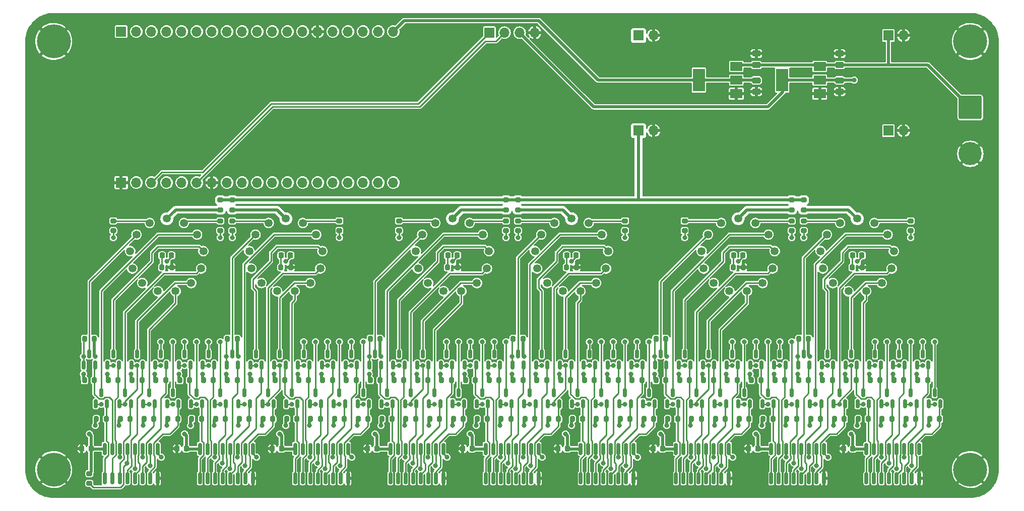
<source format=gbr>
%TF.GenerationSoftware,KiCad,Pcbnew,(6.0.6)*%
%TF.CreationDate,2022-10-28T22:11:27+02:00*%
%TF.ProjectId,nixieboi,6e697869-6562-46f6-992e-6b696361645f,rev?*%
%TF.SameCoordinates,Original*%
%TF.FileFunction,Copper,L1,Top*%
%TF.FilePolarity,Positive*%
%FSLAX46Y46*%
G04 Gerber Fmt 4.6, Leading zero omitted, Abs format (unit mm)*
G04 Created by KiCad (PCBNEW (6.0.6)) date 2022-10-28 22:11:27*
%MOMM*%
%LPD*%
G01*
G04 APERTURE LIST*
G04 Aperture macros list*
%AMRoundRect*
0 Rectangle with rounded corners*
0 $1 Rounding radius*
0 $2 $3 $4 $5 $6 $7 $8 $9 X,Y pos of 4 corners*
0 Add a 4 corners polygon primitive as box body*
4,1,4,$2,$3,$4,$5,$6,$7,$8,$9,$2,$3,0*
0 Add four circle primitives for the rounded corners*
1,1,$1+$1,$2,$3*
1,1,$1+$1,$4,$5*
1,1,$1+$1,$6,$7*
1,1,$1+$1,$8,$9*
0 Add four rect primitives between the rounded corners*
20,1,$1+$1,$2,$3,$4,$5,0*
20,1,$1+$1,$4,$5,$6,$7,0*
20,1,$1+$1,$6,$7,$8,$9,0*
20,1,$1+$1,$8,$9,$2,$3,0*%
G04 Aperture macros list end*
%TA.AperFunction,SMDPad,CuDef*%
%ADD10RoundRect,0.200000X-0.200000X-0.275000X0.200000X-0.275000X0.200000X0.275000X-0.200000X0.275000X0*%
%TD*%
%TA.AperFunction,SMDPad,CuDef*%
%ADD11RoundRect,0.200000X-0.275000X0.200000X-0.275000X-0.200000X0.275000X-0.200000X0.275000X0.200000X0*%
%TD*%
%TA.AperFunction,SMDPad,CuDef*%
%ADD12RoundRect,0.150000X0.150000X-0.587500X0.150000X0.587500X-0.150000X0.587500X-0.150000X-0.587500X0*%
%TD*%
%TA.AperFunction,ComponentPad*%
%ADD13C,1.346200*%
%TD*%
%TA.AperFunction,SMDPad,CuDef*%
%ADD14RoundRect,0.150000X0.150000X-0.825000X0.150000X0.825000X-0.150000X0.825000X-0.150000X-0.825000X0*%
%TD*%
%TA.AperFunction,SMDPad,CuDef*%
%ADD15RoundRect,0.250000X0.475000X-0.250000X0.475000X0.250000X-0.475000X0.250000X-0.475000X-0.250000X0*%
%TD*%
%TA.AperFunction,ComponentPad*%
%ADD16RoundRect,0.250002X-1.699998X1.699998X-1.699998X-1.699998X1.699998X-1.699998X1.699998X1.699998X0*%
%TD*%
%TA.AperFunction,ComponentPad*%
%ADD17C,3.900000*%
%TD*%
%TA.AperFunction,SMDPad,CuDef*%
%ADD18RoundRect,0.200000X0.275000X-0.200000X0.275000X0.200000X-0.275000X0.200000X-0.275000X-0.200000X0*%
%TD*%
%TA.AperFunction,ComponentPad*%
%ADD19C,5.700000*%
%TD*%
%TA.AperFunction,SMDPad,CuDef*%
%ADD20R,2.000000X1.500000*%
%TD*%
%TA.AperFunction,SMDPad,CuDef*%
%ADD21R,2.000000X3.800000*%
%TD*%
%TA.AperFunction,SMDPad,CuDef*%
%ADD22RoundRect,0.218750X-0.218750X-0.256250X0.218750X-0.256250X0.218750X0.256250X-0.218750X0.256250X0*%
%TD*%
%TA.AperFunction,SMDPad,CuDef*%
%ADD23RoundRect,0.250000X-0.475000X0.250000X-0.475000X-0.250000X0.475000X-0.250000X0.475000X0.250000X0*%
%TD*%
%TA.AperFunction,SMDPad,CuDef*%
%ADD24RoundRect,0.225000X0.225000X0.250000X-0.225000X0.250000X-0.225000X-0.250000X0.225000X-0.250000X0*%
%TD*%
%TA.AperFunction,ComponentPad*%
%ADD25R,1.700000X1.700000*%
%TD*%
%TA.AperFunction,ComponentPad*%
%ADD26O,1.700000X1.700000*%
%TD*%
%TA.AperFunction,ViaPad*%
%ADD27C,0.800000*%
%TD*%
%TA.AperFunction,Conductor*%
%ADD28C,0.250000*%
%TD*%
%TA.AperFunction,Conductor*%
%ADD29C,0.500000*%
%TD*%
G04 APERTURE END LIST*
D10*
%TO.P,R63,1*%
%TO.N,+3V3*%
X129175000Y-57000000D03*
%TO.P,R63,2*%
%TO.N,/SR8_6*%
X130825000Y-57000000D03*
%TD*%
D11*
%TO.P,R96,1*%
%TO.N,Net-(N6-PadRHDP)*%
X144000000Y-30175000D03*
%TO.P,R96,2*%
%TO.N,/N6_RDP*%
X144000000Y-31825000D03*
%TD*%
D12*
%TO.P,Q9,1,B*%
%TO.N,Net-(Q1-Pad1)*%
X21050000Y-54437500D03*
%TO.P,Q9,2,E*%
%TO.N,/SR2_0*%
X22950000Y-54437500D03*
%TO.P,Q9,3,C*%
%TO.N,/N1_8*%
X22000000Y-52562500D03*
%TD*%
D10*
%TO.P,R62,1*%
%TO.N,+3V3*%
X127175000Y-63500000D03*
%TO.P,R62,2*%
%TO.N,/SR8_5*%
X128825000Y-63500000D03*
%TD*%
%TO.P,R37,1*%
%TO.N,+3V3*%
X77175000Y-57000000D03*
%TO.P,R37,2*%
%TO.N,/SR5_4*%
X78825000Y-57000000D03*
%TD*%
D13*
%TO.P,N6,0,0*%
%TO.N,/N6_0*%
X129907300Y-32484640D03*
%TO.P,N6,1,1*%
%TO.N,/N6_1*%
X140092700Y-32484640D03*
%TO.P,N6,2,2*%
%TO.N,/N6_2*%
X141144260Y-35255780D03*
%TO.P,N6,3,3*%
%TO.N,/N6_3*%
X140786120Y-38194560D03*
%TO.P,N6,4,4*%
%TO.N,/N6_4*%
X139104640Y-40632960D03*
%TO.P,N6,5,5*%
%TO.N,/N6_5*%
X136480820Y-42009640D03*
%TO.P,N6,6,6*%
%TO.N,/N6_6*%
X133519180Y-42009640D03*
%TO.P,N6,7,7*%
%TO.N,/N6_7*%
X130895360Y-40632960D03*
%TO.P,N6,8,8*%
%TO.N,/N6_8*%
X129213880Y-38194560D03*
%TO.P,N6,9,9*%
%TO.N,/N6_9*%
X128855740Y-35255780D03*
%TO.P,N6,A,A*%
%TO.N,Net-(N6-PadA)*%
X135000000Y-29812560D03*
%TO.P,N6,LHDP,LHDP*%
%TO.N,Net-(N6-PadLHDP)*%
X132124720Y-30521220D03*
%TO.P,N6,RHDP,RHDP*%
%TO.N,Net-(N6-PadRHDP)*%
X137875280Y-30521220D03*
%TD*%
D12*
%TO.P,Q10,1,B*%
%TO.N,Net-(Q1-Pad1)*%
X23050000Y-60937500D03*
%TO.P,Q10,2,E*%
%TO.N,/SR2_1*%
X24950000Y-60937500D03*
%TO.P,Q10,3,C*%
%TO.N,/N1_9*%
X24000000Y-59062500D03*
%TD*%
D10*
%TO.P,R24,1*%
%TO.N,+3V3*%
X51175000Y-63500000D03*
%TO.P,R24,2*%
%TO.N,/SR3_7*%
X52825000Y-63500000D03*
%TD*%
D12*
%TO.P,Q24,1,B*%
%TO.N,Net-(Q13-Pad1)*%
X51050000Y-60937500D03*
%TO.P,Q24,2,E*%
%TO.N,/SR3_7*%
X52950000Y-60937500D03*
%TO.P,Q24,3,C*%
%TO.N,/N2_RDP*%
X52000000Y-59062500D03*
%TD*%
%TO.P,Q38,1,B*%
%TO.N,Net-(Q37-Pad1)*%
X79050000Y-60937500D03*
%TO.P,Q38,2,E*%
%TO.N,/SR5_5*%
X80950000Y-60937500D03*
%TO.P,Q38,3,C*%
%TO.N,/N4_1*%
X80000000Y-59062500D03*
%TD*%
D14*
%TO.P,U9,1,QB*%
%TO.N,/SR9_1*%
X136555000Y-73475000D03*
%TO.P,U9,2,QC*%
%TO.N,/SR9_2*%
X137825000Y-73475000D03*
%TO.P,U9,3,QD*%
%TO.N,/SR9_3*%
X139095000Y-73475000D03*
%TO.P,U9,4,QE*%
%TO.N,/SR9_4*%
X140365000Y-73475000D03*
%TO.P,U9,5,QF*%
%TO.N,/SR9_5*%
X141635000Y-73475000D03*
%TO.P,U9,6,QG*%
%TO.N,/SR9_6*%
X142905000Y-73475000D03*
%TO.P,U9,7,QH*%
%TO.N,/SR9_7*%
X144175000Y-73475000D03*
%TO.P,U9,8,GND*%
%TO.N,GND*%
X145445000Y-73475000D03*
%TO.P,U9,9,QH'*%
%TO.N,unconnected-(U9-Pad9)*%
X145445000Y-68525000D03*
%TO.P,U9,10,~{SRCLR}*%
%TO.N,/CLR*%
X144175000Y-68525000D03*
%TO.P,U9,11,SRCLK*%
%TO.N,/CLK*%
X142905000Y-68525000D03*
%TO.P,U9,12,RCLK*%
%TO.N,/ESP_5*%
X141635000Y-68525000D03*
%TO.P,U9,13,~{OE}*%
%TO.N,/ESP_16*%
X140365000Y-68525000D03*
%TO.P,U9,14,SER*%
%TO.N,Net-(U8-Pad9)*%
X139095000Y-68525000D03*
%TO.P,U9,15,QA*%
%TO.N,/SR9_0*%
X137825000Y-68525000D03*
%TO.P,U9,16,VCC*%
%TO.N,+3V3*%
X136555000Y-68525000D03*
%TD*%
D12*
%TO.P,Q44,1,B*%
%TO.N,Net-(Q37-Pad1)*%
X91050000Y-60937500D03*
%TO.P,Q44,2,E*%
%TO.N,/SR6_3*%
X92950000Y-60937500D03*
%TO.P,Q44,3,C*%
%TO.N,/N4_7*%
X92000000Y-59062500D03*
%TD*%
%TO.P,Q50,1,B*%
%TO.N,Net-(Q49-Pad1)*%
X103050000Y-60937500D03*
%TO.P,Q50,2,E*%
%TO.N,/SR7_1*%
X104950000Y-60937500D03*
%TO.P,Q50,3,C*%
%TO.N,/N5_1*%
X104000000Y-59062500D03*
%TD*%
D10*
%TO.P,R26,1*%
%TO.N,+3V3*%
X55175000Y-63500000D03*
%TO.P,R26,2*%
%TO.N,/SR4_1*%
X56825000Y-63500000D03*
%TD*%
%TO.P,R75,1*%
%TO.N,Net-(Q25-Pad1)*%
X53175000Y-50000000D03*
%TO.P,R75,2*%
%TO.N,+3V3*%
X54825000Y-50000000D03*
%TD*%
%TO.P,R68,1*%
%TO.N,+3V3*%
X139175000Y-63500000D03*
%TO.P,R68,2*%
%TO.N,/SR9_3*%
X140825000Y-63500000D03*
%TD*%
%TO.P,R47,1*%
%TO.N,+3V3*%
X97175000Y-57000000D03*
%TO.P,R47,2*%
%TO.N,/SR6_6*%
X98825000Y-57000000D03*
%TD*%
D15*
%TO.P,C10,1*%
%TO.N,+12V*%
X132050000Y-3950000D03*
%TO.P,C10,2*%
%TO.N,GND*%
X132050000Y-2050000D03*
%TD*%
D14*
%TO.P,U3,1,QB*%
%TO.N,/SR3_1*%
X40555000Y-73475000D03*
%TO.P,U3,2,QC*%
%TO.N,/SR3_2*%
X41825000Y-73475000D03*
%TO.P,U3,3,QD*%
%TO.N,/SR3_3*%
X43095000Y-73475000D03*
%TO.P,U3,4,QE*%
%TO.N,/SR3_4*%
X44365000Y-73475000D03*
%TO.P,U3,5,QF*%
%TO.N,/SR3_5*%
X45635000Y-73475000D03*
%TO.P,U3,6,QG*%
%TO.N,/SR3_6*%
X46905000Y-73475000D03*
%TO.P,U3,7,QH*%
%TO.N,/SR3_7*%
X48175000Y-73475000D03*
%TO.P,U3,8,GND*%
%TO.N,GND*%
X49445000Y-73475000D03*
%TO.P,U3,9,QH'*%
%TO.N,Net-(U3-Pad9)*%
X49445000Y-68525000D03*
%TO.P,U3,10,~{SRCLR}*%
%TO.N,/CLR*%
X48175000Y-68525000D03*
%TO.P,U3,11,SRCLK*%
%TO.N,/CLK*%
X46905000Y-68525000D03*
%TO.P,U3,12,RCLK*%
%TO.N,/ESP_5*%
X45635000Y-68525000D03*
%TO.P,U3,13,~{OE}*%
%TO.N,/ESP_16*%
X44365000Y-68525000D03*
%TO.P,U3,14,SER*%
%TO.N,Net-(U2-Pad9)*%
X43095000Y-68525000D03*
%TO.P,U3,15,QA*%
%TO.N,/SR3_0*%
X41825000Y-68525000D03*
%TO.P,U3,16,VCC*%
%TO.N,+3V3*%
X40555000Y-68525000D03*
%TD*%
D12*
%TO.P,Q1,1,B*%
%TO.N,Net-(Q1-Pad1)*%
X5050000Y-54437500D03*
%TO.P,Q1,2,E*%
%TO.N,/SR1_0*%
X6950000Y-54437500D03*
%TO.P,Q1,3,C*%
%TO.N,/N1_0*%
X6000000Y-52562500D03*
%TD*%
%TO.P,Q27,1,B*%
%TO.N,Net-(Q25-Pad1)*%
X57050000Y-54437500D03*
%TO.P,Q27,2,E*%
%TO.N,/SR4_2*%
X58950000Y-54437500D03*
%TO.P,Q27,3,C*%
%TO.N,/N3_2*%
X58000000Y-52562500D03*
%TD*%
%TO.P,Q37,1,B*%
%TO.N,Net-(Q37-Pad1)*%
X77050000Y-54437500D03*
%TO.P,Q37,2,E*%
%TO.N,/SR5_4*%
X78950000Y-54437500D03*
%TO.P,Q37,3,C*%
%TO.N,/N4_0*%
X78000000Y-52562500D03*
%TD*%
%TO.P,Q56,1,B*%
%TO.N,Net-(Q49-Pad1)*%
X115050000Y-60937500D03*
%TO.P,Q56,2,E*%
%TO.N,/SR7_7*%
X116950000Y-60937500D03*
%TO.P,Q56,3,C*%
%TO.N,/N5_7*%
X116000000Y-59062500D03*
%TD*%
D10*
%TO.P,R5,1*%
%TO.N,+3V3*%
X13175000Y-57000000D03*
%TO.P,R5,2*%
%TO.N,/SR1_4*%
X14825000Y-57000000D03*
%TD*%
%TO.P,R45,1*%
%TO.N,+3V3*%
X93175000Y-57000000D03*
%TO.P,R45,2*%
%TO.N,/SR6_4*%
X94825000Y-57000000D03*
%TD*%
D12*
%TO.P,Q65,1,B*%
%TO.N,Net-(Q61-Pad1)*%
X133050000Y-54437500D03*
%TO.P,Q65,2,E*%
%TO.N,/SR9_0*%
X134950000Y-54437500D03*
%TO.P,Q65,3,C*%
%TO.N,/N6_4*%
X134000000Y-52562500D03*
%TD*%
D16*
%TO.P,J1,1,Pin_1*%
%TO.N,+12V*%
X154000000Y-11100000D03*
D17*
%TO.P,J1,2,Pin_2*%
%TO.N,GND*%
X154000000Y-18900000D03*
%TD*%
D18*
%TO.P,R80,1*%
%TO.N,Net-(N1-PadA)*%
X28000000Y-28325000D03*
%TO.P,R80,2*%
%TO.N,HT*%
X28000000Y-26675000D03*
%TD*%
D15*
%TO.P,C12,1*%
%TO.N,+12V*%
X118050000Y-3950000D03*
%TO.P,C12,2*%
%TO.N,GND*%
X118050000Y-2050000D03*
%TD*%
D12*
%TO.P,Q42,1,B*%
%TO.N,Net-(Q37-Pad1)*%
X87050000Y-60937500D03*
%TO.P,Q42,2,E*%
%TO.N,/SR6_1*%
X88950000Y-60937500D03*
%TO.P,Q42,3,C*%
%TO.N,/N4_5*%
X88000000Y-59062500D03*
%TD*%
D19*
%TO.P,REF\u002A\u002A,1*%
%TO.N,GND*%
X0Y0D03*
%TD*%
D20*
%TO.P,U10,1,GND*%
%TO.N,GND*%
X128700000Y-8800000D03*
D21*
%TO.P,U10,2,VO*%
%TO.N,+3V3*%
X122400000Y-6500000D03*
D20*
X128700000Y-6500000D03*
%TO.P,U10,3,VI*%
%TO.N,+12V*%
X128700000Y-4200000D03*
%TD*%
D12*
%TO.P,Q32,1,B*%
%TO.N,Net-(Q25-Pad1)*%
X67050000Y-60937500D03*
%TO.P,Q32,2,E*%
%TO.N,/SR4_7*%
X68950000Y-60937500D03*
%TO.P,Q32,3,C*%
%TO.N,/N3_7*%
X68000000Y-59062500D03*
%TD*%
%TO.P,Q48,1,B*%
%TO.N,Net-(Q37-Pad1)*%
X99050000Y-60937500D03*
%TO.P,Q48,2,E*%
%TO.N,/SR6_7*%
X100950000Y-60937500D03*
%TO.P,Q48,3,C*%
%TO.N,/N4_RDP*%
X100000000Y-59062500D03*
%TD*%
%TO.P,Q22,1,B*%
%TO.N,Net-(Q13-Pad1)*%
X47050000Y-60937500D03*
%TO.P,Q22,2,E*%
%TO.N,/SR3_5*%
X48950000Y-60937500D03*
%TO.P,Q22,3,C*%
%TO.N,/N2_9*%
X48000000Y-59062500D03*
%TD*%
D20*
%TO.P,U11,1,GND*%
%TO.N,GND*%
X114700000Y-8800000D03*
D21*
%TO.P,U11,2,VO*%
%TO.N,+5V*%
X108400000Y-6500000D03*
D20*
X114700000Y-6500000D03*
%TO.P,U11,3,VI*%
%TO.N,+12V*%
X114700000Y-4200000D03*
%TD*%
D12*
%TO.P,Q23,1,B*%
%TO.N,Net-(Q13-Pad1)*%
X49050000Y-54437500D03*
%TO.P,Q23,2,E*%
%TO.N,/SR3_6*%
X50950000Y-54437500D03*
%TO.P,Q23,3,C*%
%TO.N,/N2_LDP*%
X50000000Y-52562500D03*
%TD*%
D22*
%TO.P,D4,1,K*%
%TO.N,Net-(D4-Pad1)*%
X86212500Y-36000000D03*
%TO.P,D4,2,A*%
%TO.N,/ESP_25*%
X87787500Y-36000000D03*
%TD*%
D10*
%TO.P,R22,1*%
%TO.N,+3V3*%
X47175000Y-63500000D03*
%TO.P,R22,2*%
%TO.N,/SR3_5*%
X48825000Y-63500000D03*
%TD*%
D18*
%TO.P,R103,1*%
%TO.N,/ESP_16*%
X6000000Y-74325000D03*
%TO.P,R103,2*%
%TO.N,+3V3*%
X6000000Y-72675000D03*
%TD*%
D10*
%TO.P,R1,1*%
%TO.N,+3V3*%
X5175000Y-57000000D03*
%TO.P,R1,2*%
%TO.N,/SR1_0*%
X6825000Y-57000000D03*
%TD*%
%TO.P,R53,1*%
%TO.N,+3V3*%
X109175000Y-57000000D03*
%TO.P,R53,2*%
%TO.N,/SR7_4*%
X110825000Y-57000000D03*
%TD*%
D22*
%TO.P,D6,1,K*%
%TO.N,Net-(D6-Pad1)*%
X134212500Y-36000000D03*
%TO.P,D6,2,A*%
%TO.N,/N6_LED*%
X135787500Y-36000000D03*
%TD*%
D11*
%TO.P,R94,1*%
%TO.N,Net-(N6-PadLHDP)*%
X126000000Y-30175000D03*
%TO.P,R94,2*%
%TO.N,/N6_LDP*%
X126000000Y-31825000D03*
%TD*%
D13*
%TO.P,N3,0,0*%
%TO.N,/N3_0*%
X61907300Y-32484640D03*
%TO.P,N3,1,1*%
%TO.N,/N3_1*%
X72092700Y-32484640D03*
%TO.P,N3,2,2*%
%TO.N,/N3_2*%
X73144260Y-35255780D03*
%TO.P,N3,3,3*%
%TO.N,/N3_3*%
X72786120Y-38194560D03*
%TO.P,N3,4,4*%
%TO.N,/N3_4*%
X71104640Y-40632960D03*
%TO.P,N3,5,5*%
%TO.N,/N3_5*%
X68480820Y-42009640D03*
%TO.P,N3,6,6*%
%TO.N,/N3_6*%
X65519180Y-42009640D03*
%TO.P,N3,7,7*%
%TO.N,/N3_7*%
X62895360Y-40632960D03*
%TO.P,N3,8,8*%
%TO.N,/N3_8*%
X61213880Y-38194560D03*
%TO.P,N3,9,9*%
%TO.N,/N3_9*%
X60855740Y-35255780D03*
%TO.P,N3,A,A*%
%TO.N,Net-(N3-PadA)*%
X67000000Y-29812560D03*
%TO.P,N3,LHDP,LHDP*%
%TO.N,Net-(N3-PadLHDP)*%
X64124720Y-30521220D03*
%TO.P,N3,RHDP,RHDP*%
%TO.N,Net-(N3-PadRHDP)*%
X69875280Y-30521220D03*
%TD*%
D10*
%TO.P,R36,1*%
%TO.N,+3V3*%
X75175000Y-63500000D03*
%TO.P,R36,2*%
%TO.N,/SR5_3*%
X76825000Y-63500000D03*
%TD*%
D14*
%TO.P,U6,1,QB*%
%TO.N,/SR6_1*%
X88555000Y-73475000D03*
%TO.P,U6,2,QC*%
%TO.N,/SR6_2*%
X89825000Y-73475000D03*
%TO.P,U6,3,QD*%
%TO.N,/SR6_3*%
X91095000Y-73475000D03*
%TO.P,U6,4,QE*%
%TO.N,/SR6_4*%
X92365000Y-73475000D03*
%TO.P,U6,5,QF*%
%TO.N,/SR6_5*%
X93635000Y-73475000D03*
%TO.P,U6,6,QG*%
%TO.N,/SR6_6*%
X94905000Y-73475000D03*
%TO.P,U6,7,QH*%
%TO.N,/SR6_7*%
X96175000Y-73475000D03*
%TO.P,U6,8,GND*%
%TO.N,GND*%
X97445000Y-73475000D03*
%TO.P,U6,9,QH'*%
%TO.N,Net-(U6-Pad9)*%
X97445000Y-68525000D03*
%TO.P,U6,10,~{SRCLR}*%
%TO.N,/CLR*%
X96175000Y-68525000D03*
%TO.P,U6,11,SRCLK*%
%TO.N,/CLK*%
X94905000Y-68525000D03*
%TO.P,U6,12,RCLK*%
%TO.N,/ESP_5*%
X93635000Y-68525000D03*
%TO.P,U6,13,~{OE}*%
%TO.N,/ESP_16*%
X92365000Y-68525000D03*
%TO.P,U6,14,SER*%
%TO.N,Net-(U5-Pad9)*%
X91095000Y-68525000D03*
%TO.P,U6,15,QA*%
%TO.N,/SR6_0*%
X89825000Y-68525000D03*
%TO.P,U6,16,VCC*%
%TO.N,+3V3*%
X88555000Y-68525000D03*
%TD*%
D12*
%TO.P,Q70,1,B*%
%TO.N,Net-(Q61-Pad1)*%
X143050000Y-60937500D03*
%TO.P,Q70,2,E*%
%TO.N,/SR9_5*%
X144950000Y-60937500D03*
%TO.P,Q70,3,C*%
%TO.N,/N6_9*%
X144000000Y-59062500D03*
%TD*%
D10*
%TO.P,R59,1*%
%TO.N,+3V3*%
X121175000Y-57000000D03*
%TO.P,R59,2*%
%TO.N,/SR8_2*%
X122825000Y-57000000D03*
%TD*%
%TO.P,R10,1*%
%TO.N,+3V3*%
X23175000Y-63500000D03*
%TO.P,R10,2*%
%TO.N,/SR2_1*%
X24825000Y-63500000D03*
%TD*%
%TO.P,R56,1*%
%TO.N,+3V3*%
X115175000Y-63500000D03*
%TO.P,R56,2*%
%TO.N,/SR7_7*%
X116825000Y-63500000D03*
%TD*%
%TO.P,R31,1*%
%TO.N,+3V3*%
X65175000Y-57000000D03*
%TO.P,R31,2*%
%TO.N,/SR4_6*%
X66825000Y-57000000D03*
%TD*%
D11*
%TO.P,R87,1*%
%TO.N,Net-(N3-PadRHDP)*%
X76000000Y-30175000D03*
%TO.P,R87,2*%
%TO.N,/N3_RDP*%
X76000000Y-31825000D03*
%TD*%
D22*
%TO.P,D2,1,K*%
%TO.N,Net-(D2-Pad1)*%
X38212500Y-36000000D03*
%TO.P,D2,2,A*%
%TO.N,/ESP_32*%
X39787500Y-36000000D03*
%TD*%
D23*
%TO.P,C13,1*%
%TO.N,+5V*%
X118050000Y-6550000D03*
%TO.P,C13,2*%
%TO.N,GND*%
X118050000Y-8450000D03*
%TD*%
D13*
%TO.P,N1,0,0*%
%TO.N,/N1_0*%
X13907300Y-32484640D03*
%TO.P,N1,1,1*%
%TO.N,/N1_1*%
X24092700Y-32484640D03*
%TO.P,N1,2,2*%
%TO.N,/N1_2*%
X25144260Y-35255780D03*
%TO.P,N1,3,3*%
%TO.N,/N1_3*%
X24786120Y-38194560D03*
%TO.P,N1,4,4*%
%TO.N,/N1_4*%
X23104640Y-40632960D03*
%TO.P,N1,5,5*%
%TO.N,/N1_5*%
X20480820Y-42009640D03*
%TO.P,N1,6,6*%
%TO.N,/N1_6*%
X17519180Y-42009640D03*
%TO.P,N1,7,7*%
%TO.N,/N1_7*%
X14895360Y-40632960D03*
%TO.P,N1,8,8*%
%TO.N,/N1_8*%
X13213880Y-38194560D03*
%TO.P,N1,9,9*%
%TO.N,/N1_9*%
X12855740Y-35255780D03*
%TO.P,N1,A,A*%
%TO.N,Net-(N1-PadA)*%
X19000000Y-29812560D03*
%TO.P,N1,LHDP,LHDP*%
%TO.N,Net-(N1-PadLHDP)*%
X16124720Y-30521220D03*
%TO.P,N1,RHDP,RHDP*%
%TO.N,Net-(N1-PadRHDP)*%
X21875280Y-30521220D03*
%TD*%
D10*
%TO.P,R8,1*%
%TO.N,+3V3*%
X19175000Y-63500000D03*
%TO.P,R8,2*%
%TO.N,/SR1_7*%
X20825000Y-63500000D03*
%TD*%
D12*
%TO.P,Q71,1,B*%
%TO.N,Net-(Q61-Pad1)*%
X145050000Y-54437500D03*
%TO.P,Q71,2,E*%
%TO.N,/SR9_6*%
X146950000Y-54437500D03*
%TO.P,Q71,3,C*%
%TO.N,/N6_LDP*%
X146000000Y-52562500D03*
%TD*%
D14*
%TO.P,U5,1,QB*%
%TO.N,/SR5_1*%
X72555000Y-73475000D03*
%TO.P,U5,2,QC*%
%TO.N,/SR5_2*%
X73825000Y-73475000D03*
%TO.P,U5,3,QD*%
%TO.N,/SR5_3*%
X75095000Y-73475000D03*
%TO.P,U5,4,QE*%
%TO.N,/SR5_4*%
X76365000Y-73475000D03*
%TO.P,U5,5,QF*%
%TO.N,/SR5_5*%
X77635000Y-73475000D03*
%TO.P,U5,6,QG*%
%TO.N,/SR5_6*%
X78905000Y-73475000D03*
%TO.P,U5,7,QH*%
%TO.N,/SR5_7*%
X80175000Y-73475000D03*
%TO.P,U5,8,GND*%
%TO.N,GND*%
X81445000Y-73475000D03*
%TO.P,U5,9,QH'*%
%TO.N,Net-(U5-Pad9)*%
X81445000Y-68525000D03*
%TO.P,U5,10,~{SRCLR}*%
%TO.N,/CLR*%
X80175000Y-68525000D03*
%TO.P,U5,11,SRCLK*%
%TO.N,/CLK*%
X78905000Y-68525000D03*
%TO.P,U5,12,RCLK*%
%TO.N,/ESP_5*%
X77635000Y-68525000D03*
%TO.P,U5,13,~{OE}*%
%TO.N,/ESP_16*%
X76365000Y-68525000D03*
%TO.P,U5,14,SER*%
%TO.N,Net-(U4-Pad9)*%
X75095000Y-68525000D03*
%TO.P,U5,15,QA*%
%TO.N,/SR5_0*%
X73825000Y-68525000D03*
%TO.P,U5,16,VCC*%
%TO.N,+3V3*%
X72555000Y-68525000D03*
%TD*%
D22*
%TO.P,D1,1,K*%
%TO.N,Net-(D1-Pad1)*%
X18212500Y-36000000D03*
%TO.P,D1,2,A*%
%TO.N,/ESP_19*%
X19787500Y-36000000D03*
%TD*%
D10*
%TO.P,R55,1*%
%TO.N,+3V3*%
X113175000Y-57000000D03*
%TO.P,R55,2*%
%TO.N,/SR7_6*%
X114825000Y-57000000D03*
%TD*%
D12*
%TO.P,Q51,1,B*%
%TO.N,Net-(Q49-Pad1)*%
X105050000Y-54437500D03*
%TO.P,Q51,2,E*%
%TO.N,/SR7_2*%
X106950000Y-54437500D03*
%TO.P,Q51,3,C*%
%TO.N,/N5_2*%
X106000000Y-52562500D03*
%TD*%
D10*
%TO.P,R100,1*%
%TO.N,Net-(D4-Pad1)*%
X86175000Y-38000000D03*
%TO.P,R100,2*%
%TO.N,GND*%
X87825000Y-38000000D03*
%TD*%
%TO.P,R9,1*%
%TO.N,+3V3*%
X21175000Y-57000000D03*
%TO.P,R9,2*%
%TO.N,/SR2_0*%
X22825000Y-57000000D03*
%TD*%
D12*
%TO.P,Q35,1,B*%
%TO.N,Net-(Q25-Pad1)*%
X73050000Y-54437500D03*
%TO.P,Q35,2,E*%
%TO.N,/SR5_2*%
X74950000Y-54437500D03*
%TO.P,Q35,3,C*%
%TO.N,/N3_LDP*%
X74000000Y-52562500D03*
%TD*%
D18*
%TO.P,R92,1*%
%TO.N,Net-(N5-PadA)*%
X124000000Y-28325000D03*
%TO.P,R92,2*%
%TO.N,HT*%
X124000000Y-26675000D03*
%TD*%
D10*
%TO.P,R32,1*%
%TO.N,+3V3*%
X67175000Y-63500000D03*
%TO.P,R32,2*%
%TO.N,/SR4_7*%
X68825000Y-63500000D03*
%TD*%
D13*
%TO.P,N4,0,0*%
%TO.N,/N4_0*%
X81907300Y-32484640D03*
%TO.P,N4,1,1*%
%TO.N,/N4_1*%
X92092700Y-32484640D03*
%TO.P,N4,2,2*%
%TO.N,/N4_2*%
X93144260Y-35255780D03*
%TO.P,N4,3,3*%
%TO.N,/N4_3*%
X92786120Y-38194560D03*
%TO.P,N4,4,4*%
%TO.N,/N4_4*%
X91104640Y-40632960D03*
%TO.P,N4,5,5*%
%TO.N,/N4_5*%
X88480820Y-42009640D03*
%TO.P,N4,6,6*%
%TO.N,/N4_6*%
X85519180Y-42009640D03*
%TO.P,N4,7,7*%
%TO.N,/N4_7*%
X82895360Y-40632960D03*
%TO.P,N4,8,8*%
%TO.N,/N4_8*%
X81213880Y-38194560D03*
%TO.P,N4,9,9*%
%TO.N,/N4_9*%
X80855740Y-35255780D03*
%TO.P,N4,A,A*%
%TO.N,Net-(N4-PadA)*%
X87000000Y-29812560D03*
%TO.P,N4,LHDP,LHDP*%
%TO.N,Net-(N4-PadLHDP)*%
X84124720Y-30521220D03*
%TO.P,N4,RHDP,RHDP*%
%TO.N,Net-(N4-PadRHDP)*%
X89875280Y-30521220D03*
%TD*%
D10*
%TO.P,R98,1*%
%TO.N,Net-(D2-Pad1)*%
X38175000Y-38000000D03*
%TO.P,R98,2*%
%TO.N,GND*%
X39825000Y-38000000D03*
%TD*%
D24*
%TO.P,C2,1*%
%TO.N,+3V3*%
X22275000Y-68500000D03*
%TO.P,C2,2*%
%TO.N,GND*%
X20725000Y-68500000D03*
%TD*%
D12*
%TO.P,Q12,1,B*%
%TO.N,Net-(Q1-Pad1)*%
X27050000Y-60937500D03*
%TO.P,Q12,2,E*%
%TO.N,/SR2_3*%
X28950000Y-60937500D03*
%TO.P,Q12,3,C*%
%TO.N,/N1_RDP*%
X28000000Y-59062500D03*
%TD*%
%TO.P,Q55,1,B*%
%TO.N,Net-(Q49-Pad1)*%
X113050000Y-54437500D03*
%TO.P,Q55,2,E*%
%TO.N,/SR7_6*%
X114950000Y-54437500D03*
%TO.P,Q55,3,C*%
%TO.N,/N5_6*%
X114000000Y-52562500D03*
%TD*%
D10*
%TO.P,R33,1*%
%TO.N,+3V3*%
X69175000Y-57000000D03*
%TO.P,R33,2*%
%TO.N,/SR5_0*%
X70825000Y-57000000D03*
%TD*%
D14*
%TO.P,U1,1,QB*%
%TO.N,/SR1_1*%
X8555000Y-73475000D03*
%TO.P,U1,2,QC*%
%TO.N,/SR1_2*%
X9825000Y-73475000D03*
%TO.P,U1,3,QD*%
%TO.N,/SR1_3*%
X11095000Y-73475000D03*
%TO.P,U1,4,QE*%
%TO.N,/SR1_4*%
X12365000Y-73475000D03*
%TO.P,U1,5,QF*%
%TO.N,/SR1_5*%
X13635000Y-73475000D03*
%TO.P,U1,6,QG*%
%TO.N,/SR1_6*%
X14905000Y-73475000D03*
%TO.P,U1,7,QH*%
%TO.N,/SR1_7*%
X16175000Y-73475000D03*
%TO.P,U1,8,GND*%
%TO.N,GND*%
X17445000Y-73475000D03*
%TO.P,U1,9,QH'*%
%TO.N,Net-(U1-Pad9)*%
X17445000Y-68525000D03*
%TO.P,U1,10,~{SRCLR}*%
%TO.N,/CLR*%
X16175000Y-68525000D03*
%TO.P,U1,11,SRCLK*%
%TO.N,/CLK*%
X14905000Y-68525000D03*
%TO.P,U1,12,RCLK*%
%TO.N,/ESP_5*%
X13635000Y-68525000D03*
%TO.P,U1,13,~{OE}*%
%TO.N,/ESP_16*%
X12365000Y-68525000D03*
%TO.P,U1,14,SER*%
%TO.N,/DATA*%
X11095000Y-68525000D03*
%TO.P,U1,15,QA*%
%TO.N,/SR1_0*%
X9825000Y-68525000D03*
%TO.P,U1,16,VCC*%
%TO.N,+3V3*%
X8555000Y-68525000D03*
%TD*%
D10*
%TO.P,R73,1*%
%TO.N,Net-(Q1-Pad1)*%
X5175000Y-50000000D03*
%TO.P,R73,2*%
%TO.N,+3V3*%
X6825000Y-50000000D03*
%TD*%
%TO.P,R21,1*%
%TO.N,+3V3*%
X45175000Y-57000000D03*
%TO.P,R21,2*%
%TO.N,/SR3_4*%
X46825000Y-57000000D03*
%TD*%
%TO.P,R2,1*%
%TO.N,+3V3*%
X7175000Y-63500000D03*
%TO.P,R2,2*%
%TO.N,/SR1_1*%
X8825000Y-63500000D03*
%TD*%
D12*
%TO.P,Q67,1,B*%
%TO.N,Net-(Q61-Pad1)*%
X137050000Y-54437500D03*
%TO.P,Q67,2,E*%
%TO.N,/SR9_2*%
X138950000Y-54437500D03*
%TO.P,Q67,3,C*%
%TO.N,/N6_6*%
X138000000Y-52562500D03*
%TD*%
D10*
%TO.P,R52,1*%
%TO.N,+3V3*%
X107175000Y-63500000D03*
%TO.P,R52,2*%
%TO.N,/SR7_3*%
X108825000Y-63500000D03*
%TD*%
%TO.P,R58,1*%
%TO.N,+3V3*%
X119175000Y-63500000D03*
%TO.P,R58,2*%
%TO.N,/SR8_1*%
X120825000Y-63500000D03*
%TD*%
D12*
%TO.P,Q69,1,B*%
%TO.N,Net-(Q61-Pad1)*%
X141050000Y-54437500D03*
%TO.P,Q69,2,E*%
%TO.N,/SR9_4*%
X142950000Y-54437500D03*
%TO.P,Q69,3,C*%
%TO.N,/N6_8*%
X142000000Y-52562500D03*
%TD*%
D10*
%TO.P,R27,1*%
%TO.N,+3V3*%
X57175000Y-57000000D03*
%TO.P,R27,2*%
%TO.N,/SR4_2*%
X58825000Y-57000000D03*
%TD*%
%TO.P,R34,1*%
%TO.N,+3V3*%
X71175000Y-63500000D03*
%TO.P,R34,2*%
%TO.N,/SR5_1*%
X72825000Y-63500000D03*
%TD*%
%TO.P,R7,1*%
%TO.N,+3V3*%
X17175000Y-57000000D03*
%TO.P,R7,2*%
%TO.N,/SR1_6*%
X18825000Y-57000000D03*
%TD*%
D12*
%TO.P,Q17,1,B*%
%TO.N,Net-(Q13-Pad1)*%
X37050000Y-54437500D03*
%TO.P,Q17,2,E*%
%TO.N,/SR3_0*%
X38950000Y-54437500D03*
%TO.P,Q17,3,C*%
%TO.N,/N2_4*%
X38000000Y-52562500D03*
%TD*%
D24*
%TO.P,C9,1*%
%TO.N,+3V3*%
X134275000Y-68500000D03*
%TO.P,C9,2*%
%TO.N,GND*%
X132725000Y-68500000D03*
%TD*%
D10*
%TO.P,R43,1*%
%TO.N,+3V3*%
X89175000Y-57000000D03*
%TO.P,R43,2*%
%TO.N,/SR6_2*%
X90825000Y-57000000D03*
%TD*%
D12*
%TO.P,Q36,1,B*%
%TO.N,Net-(Q25-Pad1)*%
X75050000Y-60937500D03*
%TO.P,Q36,2,E*%
%TO.N,/SR5_3*%
X76950000Y-60937500D03*
%TO.P,Q36,3,C*%
%TO.N,/N3_RDP*%
X76000000Y-59062500D03*
%TD*%
D13*
%TO.P,N2,0,0*%
%TO.N,/N2_0*%
X33907300Y-32484640D03*
%TO.P,N2,1,1*%
%TO.N,/N2_1*%
X44092700Y-32484640D03*
%TO.P,N2,2,2*%
%TO.N,/N2_2*%
X45144260Y-35255780D03*
%TO.P,N2,3,3*%
%TO.N,/N2_3*%
X44786120Y-38194560D03*
%TO.P,N2,4,4*%
%TO.N,/N2_4*%
X43104640Y-40632960D03*
%TO.P,N2,5,5*%
%TO.N,/N2_5*%
X40480820Y-42009640D03*
%TO.P,N2,6,6*%
%TO.N,/N2_6*%
X37519180Y-42009640D03*
%TO.P,N2,7,7*%
%TO.N,/N2_7*%
X34895360Y-40632960D03*
%TO.P,N2,8,8*%
%TO.N,/N2_8*%
X33213880Y-38194560D03*
%TO.P,N2,9,9*%
%TO.N,/N2_9*%
X32855740Y-35255780D03*
%TO.P,N2,A,A*%
%TO.N,Net-(N2-PadA)*%
X39000000Y-29812560D03*
%TO.P,N2,LHDP,LHDP*%
%TO.N,Net-(N2-PadLHDP)*%
X36124720Y-30521220D03*
%TO.P,N2,RHDP,RHDP*%
%TO.N,Net-(N2-PadRHDP)*%
X41875280Y-30521220D03*
%TD*%
D12*
%TO.P,Q66,1,B*%
%TO.N,Net-(Q61-Pad1)*%
X135050000Y-60937500D03*
%TO.P,Q66,2,E*%
%TO.N,/SR9_1*%
X136950000Y-60937500D03*
%TO.P,Q66,3,C*%
%TO.N,/N6_5*%
X136000000Y-59062500D03*
%TD*%
%TO.P,Q40,1,B*%
%TO.N,Net-(Q37-Pad1)*%
X83050000Y-60937500D03*
%TO.P,Q40,2,E*%
%TO.N,/SR5_7*%
X84950000Y-60937500D03*
%TO.P,Q40,3,C*%
%TO.N,/N4_3*%
X84000000Y-59062500D03*
%TD*%
%TO.P,Q31,1,B*%
%TO.N,Net-(Q25-Pad1)*%
X65050000Y-54437500D03*
%TO.P,Q31,2,E*%
%TO.N,/SR4_6*%
X66950000Y-54437500D03*
%TO.P,Q31,3,C*%
%TO.N,/N3_6*%
X66000000Y-52562500D03*
%TD*%
D24*
%TO.P,C1,1*%
%TO.N,+3V3*%
X6275000Y-68500000D03*
%TO.P,C1,2*%
%TO.N,GND*%
X4725000Y-68500000D03*
%TD*%
D11*
%TO.P,R84,1*%
%TO.N,Net-(N2-PadRHDP)*%
X48000000Y-30175000D03*
%TO.P,R84,2*%
%TO.N,/N2_RDP*%
X48000000Y-31825000D03*
%TD*%
D12*
%TO.P,Q29,1,B*%
%TO.N,Net-(Q25-Pad1)*%
X61050000Y-54437500D03*
%TO.P,Q29,2,E*%
%TO.N,/SR4_4*%
X62950000Y-54437500D03*
%TO.P,Q29,3,C*%
%TO.N,/N3_4*%
X62000000Y-52562500D03*
%TD*%
D10*
%TO.P,R71,1*%
%TO.N,+3V3*%
X145175000Y-57000000D03*
%TO.P,R71,2*%
%TO.N,/SR9_6*%
X146825000Y-57000000D03*
%TD*%
%TO.P,R72,1*%
%TO.N,+3V3*%
X147175000Y-63500000D03*
%TO.P,R72,2*%
%TO.N,/SR9_7*%
X148825000Y-63500000D03*
%TD*%
%TO.P,R49,1*%
%TO.N,+3V3*%
X101175000Y-57000000D03*
%TO.P,R49,2*%
%TO.N,/SR7_0*%
X102825000Y-57000000D03*
%TD*%
D12*
%TO.P,Q41,1,B*%
%TO.N,Net-(Q37-Pad1)*%
X85050000Y-54437500D03*
%TO.P,Q41,2,E*%
%TO.N,/SR6_0*%
X86950000Y-54437500D03*
%TO.P,Q41,3,C*%
%TO.N,/N4_4*%
X86000000Y-52562500D03*
%TD*%
D24*
%TO.P,C6,1*%
%TO.N,+3V3*%
X86275000Y-68500000D03*
%TO.P,C6,2*%
%TO.N,GND*%
X84725000Y-68500000D03*
%TD*%
D12*
%TO.P,Q33,1,B*%
%TO.N,Net-(Q25-Pad1)*%
X69050000Y-54437500D03*
%TO.P,Q33,2,E*%
%TO.N,/SR5_0*%
X70950000Y-54437500D03*
%TO.P,Q33,3,C*%
%TO.N,/N3_8*%
X70000000Y-52562500D03*
%TD*%
D10*
%TO.P,R46,1*%
%TO.N,+3V3*%
X95175000Y-63500000D03*
%TO.P,R46,2*%
%TO.N,/SR6_5*%
X96825000Y-63500000D03*
%TD*%
%TO.P,R40,1*%
%TO.N,+3V3*%
X83175000Y-63500000D03*
%TO.P,R40,2*%
%TO.N,/SR5_7*%
X84825000Y-63500000D03*
%TD*%
%TO.P,R67,1*%
%TO.N,+3V3*%
X137175000Y-57000000D03*
%TO.P,R67,2*%
%TO.N,/SR9_2*%
X138825000Y-57000000D03*
%TD*%
D24*
%TO.P,C3,1*%
%TO.N,+3V3*%
X38275000Y-68500000D03*
%TO.P,C3,2*%
%TO.N,GND*%
X36725000Y-68500000D03*
%TD*%
D11*
%TO.P,R79,1*%
%TO.N,Net-(N1-PadLHDP)*%
X10000000Y-30175000D03*
%TO.P,R79,2*%
%TO.N,/N1_LDP*%
X10000000Y-31825000D03*
%TD*%
D10*
%TO.P,R12,1*%
%TO.N,+3V3*%
X27175000Y-63500000D03*
%TO.P,R12,2*%
%TO.N,/SR2_3*%
X28825000Y-63500000D03*
%TD*%
D12*
%TO.P,Q68,1,B*%
%TO.N,Net-(Q61-Pad1)*%
X139050000Y-60937500D03*
%TO.P,Q68,2,E*%
%TO.N,/SR9_3*%
X140950000Y-60937500D03*
%TO.P,Q68,3,C*%
%TO.N,/N6_7*%
X140000000Y-59062500D03*
%TD*%
D10*
%TO.P,R76,1*%
%TO.N,Net-(Q37-Pad1)*%
X77175000Y-50000000D03*
%TO.P,R76,2*%
%TO.N,+3V3*%
X78825000Y-50000000D03*
%TD*%
%TO.P,R70,1*%
%TO.N,+3V3*%
X143175000Y-63500000D03*
%TO.P,R70,2*%
%TO.N,/SR9_5*%
X144825000Y-63500000D03*
%TD*%
D14*
%TO.P,U4,1,QB*%
%TO.N,/SR4_1*%
X56555000Y-73475000D03*
%TO.P,U4,2,QC*%
%TO.N,/SR4_2*%
X57825000Y-73475000D03*
%TO.P,U4,3,QD*%
%TO.N,/SR4_3*%
X59095000Y-73475000D03*
%TO.P,U4,4,QE*%
%TO.N,/SR4_4*%
X60365000Y-73475000D03*
%TO.P,U4,5,QF*%
%TO.N,/SR4_5*%
X61635000Y-73475000D03*
%TO.P,U4,6,QG*%
%TO.N,/SR4_6*%
X62905000Y-73475000D03*
%TO.P,U4,7,QH*%
%TO.N,/SR4_7*%
X64175000Y-73475000D03*
%TO.P,U4,8,GND*%
%TO.N,GND*%
X65445000Y-73475000D03*
%TO.P,U4,9,QH'*%
%TO.N,Net-(U4-Pad9)*%
X65445000Y-68525000D03*
%TO.P,U4,10,~{SRCLR}*%
%TO.N,/CLR*%
X64175000Y-68525000D03*
%TO.P,U4,11,SRCLK*%
%TO.N,/CLK*%
X62905000Y-68525000D03*
%TO.P,U4,12,RCLK*%
%TO.N,/ESP_5*%
X61635000Y-68525000D03*
%TO.P,U4,13,~{OE}*%
%TO.N,/ESP_16*%
X60365000Y-68525000D03*
%TO.P,U4,14,SER*%
%TO.N,Net-(U3-Pad9)*%
X59095000Y-68525000D03*
%TO.P,U4,15,QA*%
%TO.N,/SR4_0*%
X57825000Y-68525000D03*
%TO.P,U4,16,VCC*%
%TO.N,+3V3*%
X56555000Y-68525000D03*
%TD*%
D10*
%TO.P,R28,1*%
%TO.N,+3V3*%
X59175000Y-63500000D03*
%TO.P,R28,2*%
%TO.N,/SR4_3*%
X60825000Y-63500000D03*
%TD*%
D12*
%TO.P,Q25,1,B*%
%TO.N,Net-(Q25-Pad1)*%
X53050000Y-54437500D03*
%TO.P,Q25,2,E*%
%TO.N,/SR4_0*%
X54950000Y-54437500D03*
%TO.P,Q25,3,C*%
%TO.N,/N3_0*%
X54000000Y-52562500D03*
%TD*%
D10*
%TO.P,R50,1*%
%TO.N,+3V3*%
X103175000Y-63500000D03*
%TO.P,R50,2*%
%TO.N,/SR7_1*%
X104825000Y-63500000D03*
%TD*%
%TO.P,R19,1*%
%TO.N,+3V3*%
X41175000Y-57000000D03*
%TO.P,R19,2*%
%TO.N,/SR3_2*%
X42825000Y-57000000D03*
%TD*%
D12*
%TO.P,Q18,1,B*%
%TO.N,Net-(Q13-Pad1)*%
X39050000Y-60937500D03*
%TO.P,Q18,2,E*%
%TO.N,/SR3_1*%
X40950000Y-60937500D03*
%TO.P,Q18,3,C*%
%TO.N,/N2_5*%
X40000000Y-59062500D03*
%TD*%
%TO.P,Q2,1,B*%
%TO.N,Net-(Q1-Pad1)*%
X7050000Y-60937500D03*
%TO.P,Q2,2,E*%
%TO.N,/SR1_1*%
X8950000Y-60937500D03*
%TO.P,Q2,3,C*%
%TO.N,/N1_1*%
X8000000Y-59062500D03*
%TD*%
%TO.P,Q26,1,B*%
%TO.N,Net-(Q25-Pad1)*%
X55050000Y-60937500D03*
%TO.P,Q26,2,E*%
%TO.N,/SR4_1*%
X56950000Y-60937500D03*
%TO.P,Q26,3,C*%
%TO.N,/N3_1*%
X56000000Y-59062500D03*
%TD*%
D10*
%TO.P,R38,1*%
%TO.N,+3V3*%
X79175000Y-63500000D03*
%TO.P,R38,2*%
%TO.N,/SR5_5*%
X80825000Y-63500000D03*
%TD*%
D12*
%TO.P,Q30,1,B*%
%TO.N,Net-(Q25-Pad1)*%
X63050000Y-60937500D03*
%TO.P,Q30,2,E*%
%TO.N,/SR4_5*%
X64950000Y-60937500D03*
%TO.P,Q30,3,C*%
%TO.N,/N3_5*%
X64000000Y-59062500D03*
%TD*%
%TO.P,Q28,1,B*%
%TO.N,Net-(Q25-Pad1)*%
X59050000Y-60937500D03*
%TO.P,Q28,2,E*%
%TO.N,/SR4_3*%
X60950000Y-60937500D03*
%TO.P,Q28,3,C*%
%TO.N,/N3_3*%
X60000000Y-59062500D03*
%TD*%
D10*
%TO.P,R6,1*%
%TO.N,+3V3*%
X15175000Y-63500000D03*
%TO.P,R6,2*%
%TO.N,/SR1_5*%
X16825000Y-63500000D03*
%TD*%
D12*
%TO.P,Q46,1,B*%
%TO.N,Net-(Q37-Pad1)*%
X95050000Y-60937500D03*
%TO.P,Q46,2,E*%
%TO.N,/SR6_5*%
X96950000Y-60937500D03*
%TO.P,Q46,3,C*%
%TO.N,/N4_9*%
X96000000Y-59062500D03*
%TD*%
%TO.P,Q4,1,B*%
%TO.N,Net-(Q1-Pad1)*%
X11050000Y-60937500D03*
%TO.P,Q4,2,E*%
%TO.N,/SR1_3*%
X12950000Y-60937500D03*
%TO.P,Q4,3,C*%
%TO.N,/N1_3*%
X12000000Y-59062500D03*
%TD*%
D10*
%TO.P,R11,1*%
%TO.N,+3V3*%
X25175000Y-57000000D03*
%TO.P,R11,2*%
%TO.N,/SR2_2*%
X26825000Y-57000000D03*
%TD*%
D12*
%TO.P,Q7,1,B*%
%TO.N,Net-(Q1-Pad1)*%
X17050000Y-54437500D03*
%TO.P,Q7,2,E*%
%TO.N,/SR1_6*%
X18950000Y-54437500D03*
%TO.P,Q7,3,C*%
%TO.N,/N1_6*%
X18000000Y-52562500D03*
%TD*%
D10*
%TO.P,R74,1*%
%TO.N,Net-(Q13-Pad1)*%
X29175000Y-50000000D03*
%TO.P,R74,2*%
%TO.N,+3V3*%
X30825000Y-50000000D03*
%TD*%
%TO.P,R29,1*%
%TO.N,+3V3*%
X61175000Y-57000000D03*
%TO.P,R29,2*%
%TO.N,/SR4_4*%
X62825000Y-57000000D03*
%TD*%
%TO.P,R54,1*%
%TO.N,+3V3*%
X111175000Y-63500000D03*
%TO.P,R54,2*%
%TO.N,/SR7_5*%
X112825000Y-63500000D03*
%TD*%
D12*
%TO.P,Q15,1,B*%
%TO.N,Net-(Q13-Pad1)*%
X33050000Y-54437500D03*
%TO.P,Q15,2,E*%
%TO.N,/SR2_6*%
X34950000Y-54437500D03*
%TO.P,Q15,3,C*%
%TO.N,/N2_2*%
X34000000Y-52562500D03*
%TD*%
%TO.P,Q59,1,B*%
%TO.N,Net-(Q49-Pad1)*%
X121050000Y-54437500D03*
%TO.P,Q59,2,E*%
%TO.N,/SR8_2*%
X122950000Y-54437500D03*
%TO.P,Q59,3,C*%
%TO.N,/N5_LDP*%
X122000000Y-52562500D03*
%TD*%
%TO.P,Q49,1,B*%
%TO.N,Net-(Q49-Pad1)*%
X101050000Y-54437500D03*
%TO.P,Q49,2,E*%
%TO.N,/SR7_0*%
X102950000Y-54437500D03*
%TO.P,Q49,3,C*%
%TO.N,/N5_0*%
X102000000Y-52562500D03*
%TD*%
%TO.P,Q16,1,B*%
%TO.N,Net-(Q13-Pad1)*%
X35050000Y-60937500D03*
%TO.P,Q16,2,E*%
%TO.N,/SR2_7*%
X36950000Y-60937500D03*
%TO.P,Q16,3,C*%
%TO.N,/N2_3*%
X36000000Y-59062500D03*
%TD*%
D10*
%TO.P,R16,1*%
%TO.N,+3V3*%
X35175000Y-63500000D03*
%TO.P,R16,2*%
%TO.N,/SR2_7*%
X36825000Y-63500000D03*
%TD*%
%TO.P,R4,1*%
%TO.N,+3V3*%
X11175000Y-63500000D03*
%TO.P,R4,2*%
%TO.N,/SR1_3*%
X12825000Y-63500000D03*
%TD*%
%TO.P,R13,1*%
%TO.N,+3V3*%
X29175000Y-57000000D03*
%TO.P,R13,2*%
%TO.N,/SR2_4*%
X30825000Y-57000000D03*
%TD*%
D12*
%TO.P,Q14,1,B*%
%TO.N,Net-(Q13-Pad1)*%
X31050000Y-60937500D03*
%TO.P,Q14,2,E*%
%TO.N,/SR2_5*%
X32950000Y-60937500D03*
%TO.P,Q14,3,C*%
%TO.N,/N2_1*%
X32000000Y-59062500D03*
%TD*%
%TO.P,Q45,1,B*%
%TO.N,Net-(Q37-Pad1)*%
X93050000Y-54437500D03*
%TO.P,Q45,2,E*%
%TO.N,/SR6_4*%
X94950000Y-54437500D03*
%TO.P,Q45,3,C*%
%TO.N,/N4_8*%
X94000000Y-52562500D03*
%TD*%
%TO.P,Q5,1,B*%
%TO.N,Net-(Q1-Pad1)*%
X13050000Y-54437500D03*
%TO.P,Q5,2,E*%
%TO.N,/SR1_4*%
X14950000Y-54437500D03*
%TO.P,Q5,3,C*%
%TO.N,/N1_4*%
X14000000Y-52562500D03*
%TD*%
%TO.P,Q64,1,B*%
%TO.N,Net-(Q61-Pad1)*%
X131050000Y-60937500D03*
%TO.P,Q64,2,E*%
%TO.N,/SR8_7*%
X132950000Y-60937500D03*
%TO.P,Q64,3,C*%
%TO.N,/N6_3*%
X132000000Y-59062500D03*
%TD*%
D10*
%TO.P,R66,1*%
%TO.N,+3V3*%
X135175000Y-63500000D03*
%TO.P,R66,2*%
%TO.N,/SR9_1*%
X136825000Y-63500000D03*
%TD*%
D14*
%TO.P,U2,1,QB*%
%TO.N,/SR2_1*%
X24555000Y-73475000D03*
%TO.P,U2,2,QC*%
%TO.N,/SR2_2*%
X25825000Y-73475000D03*
%TO.P,U2,3,QD*%
%TO.N,/SR2_3*%
X27095000Y-73475000D03*
%TO.P,U2,4,QE*%
%TO.N,/SR2_4*%
X28365000Y-73475000D03*
%TO.P,U2,5,QF*%
%TO.N,/SR2_5*%
X29635000Y-73475000D03*
%TO.P,U2,6,QG*%
%TO.N,/SR2_6*%
X30905000Y-73475000D03*
%TO.P,U2,7,QH*%
%TO.N,/SR2_7*%
X32175000Y-73475000D03*
%TO.P,U2,8,GND*%
%TO.N,GND*%
X33445000Y-73475000D03*
%TO.P,U2,9,QH'*%
%TO.N,Net-(U2-Pad9)*%
X33445000Y-68525000D03*
%TO.P,U2,10,~{SRCLR}*%
%TO.N,/CLR*%
X32175000Y-68525000D03*
%TO.P,U2,11,SRCLK*%
%TO.N,/CLK*%
X30905000Y-68525000D03*
%TO.P,U2,12,RCLK*%
%TO.N,/ESP_5*%
X29635000Y-68525000D03*
%TO.P,U2,13,~{OE}*%
%TO.N,/ESP_16*%
X28365000Y-68525000D03*
%TO.P,U2,14,SER*%
%TO.N,Net-(U1-Pad9)*%
X27095000Y-68525000D03*
%TO.P,U2,15,QA*%
%TO.N,/SR2_0*%
X25825000Y-68525000D03*
%TO.P,U2,16,VCC*%
%TO.N,+3V3*%
X24555000Y-68525000D03*
%TD*%
D18*
%TO.P,R95,1*%
%TO.N,Net-(N6-PadA)*%
X126000000Y-28325000D03*
%TO.P,R95,2*%
%TO.N,HT*%
X126000000Y-26675000D03*
%TD*%
D12*
%TO.P,Q43,1,B*%
%TO.N,Net-(Q37-Pad1)*%
X89050000Y-54437500D03*
%TO.P,Q43,2,E*%
%TO.N,/SR6_2*%
X90950000Y-54437500D03*
%TO.P,Q43,3,C*%
%TO.N,/N4_6*%
X90000000Y-52562500D03*
%TD*%
D24*
%TO.P,C5,1*%
%TO.N,+3V3*%
X70275000Y-68500000D03*
%TO.P,C5,2*%
%TO.N,GND*%
X68725000Y-68500000D03*
%TD*%
D10*
%TO.P,R23,1*%
%TO.N,+3V3*%
X49175000Y-57000000D03*
%TO.P,R23,2*%
%TO.N,/SR3_6*%
X50825000Y-57000000D03*
%TD*%
D12*
%TO.P,Q3,1,B*%
%TO.N,Net-(Q1-Pad1)*%
X9050000Y-54437500D03*
%TO.P,Q3,2,E*%
%TO.N,/SR1_2*%
X10950000Y-54437500D03*
%TO.P,Q3,3,C*%
%TO.N,/N1_2*%
X10000000Y-52562500D03*
%TD*%
%TO.P,Q53,1,B*%
%TO.N,Net-(Q49-Pad1)*%
X109050000Y-54437500D03*
%TO.P,Q53,2,E*%
%TO.N,/SR7_4*%
X110950000Y-54437500D03*
%TO.P,Q53,3,C*%
%TO.N,/N5_4*%
X110000000Y-52562500D03*
%TD*%
D11*
%TO.P,R88,1*%
%TO.N,Net-(N4-PadLHDP)*%
X78000000Y-30175000D03*
%TO.P,R88,2*%
%TO.N,/N4_LDP*%
X78000000Y-31825000D03*
%TD*%
D12*
%TO.P,Q13,1,B*%
%TO.N,Net-(Q13-Pad1)*%
X29050000Y-54437500D03*
%TO.P,Q13,2,E*%
%TO.N,/SR2_4*%
X30950000Y-54437500D03*
%TO.P,Q13,3,C*%
%TO.N,/N2_0*%
X30000000Y-52562500D03*
%TD*%
D11*
%TO.P,R93,1*%
%TO.N,Net-(N5-PadRHDP)*%
X124000000Y-30175000D03*
%TO.P,R93,2*%
%TO.N,/N5_RDP*%
X124000000Y-31825000D03*
%TD*%
D10*
%TO.P,R97,1*%
%TO.N,Net-(D1-Pad1)*%
X18175000Y-38000000D03*
%TO.P,R97,2*%
%TO.N,GND*%
X19825000Y-38000000D03*
%TD*%
D12*
%TO.P,Q34,1,B*%
%TO.N,Net-(Q25-Pad1)*%
X71050000Y-60937500D03*
%TO.P,Q34,2,E*%
%TO.N,/SR5_1*%
X72950000Y-60937500D03*
%TO.P,Q34,3,C*%
%TO.N,/N3_9*%
X72000000Y-59062500D03*
%TD*%
D11*
%TO.P,R91,1*%
%TO.N,Net-(N5-PadLHDP)*%
X106000000Y-30175000D03*
%TO.P,R91,2*%
%TO.N,/N5_LDP*%
X106000000Y-31825000D03*
%TD*%
D12*
%TO.P,Q8,1,B*%
%TO.N,Net-(Q1-Pad1)*%
X19050000Y-60937500D03*
%TO.P,Q8,2,E*%
%TO.N,/SR1_7*%
X20950000Y-60937500D03*
%TO.P,Q8,3,C*%
%TO.N,/N1_7*%
X20000000Y-59062500D03*
%TD*%
D10*
%TO.P,R60,1*%
%TO.N,+3V3*%
X123175000Y-63500000D03*
%TO.P,R60,2*%
%TO.N,/SR8_3*%
X124825000Y-63500000D03*
%TD*%
D19*
%TO.P,REF\u002A\u002A,1*%
%TO.N,GND*%
X154000000Y0D03*
%TD*%
D11*
%TO.P,R85,1*%
%TO.N,Net-(N3-PadLHDP)*%
X58000000Y-30175000D03*
%TO.P,R85,2*%
%TO.N,/N3_LDP*%
X58000000Y-31825000D03*
%TD*%
D12*
%TO.P,Q72,1,B*%
%TO.N,Net-(Q61-Pad1)*%
X147050000Y-60937500D03*
%TO.P,Q72,2,E*%
%TO.N,/SR9_7*%
X148950000Y-60937500D03*
%TO.P,Q72,3,C*%
%TO.N,/N6_RDP*%
X148000000Y-59062500D03*
%TD*%
D22*
%TO.P,D5,1,K*%
%TO.N,Net-(D5-Pad1)*%
X114212500Y-36000000D03*
%TO.P,D5,2,A*%
%TO.N,/ESP_26*%
X115787500Y-36000000D03*
%TD*%
D12*
%TO.P,Q62,1,B*%
%TO.N,Net-(Q61-Pad1)*%
X127050000Y-60937500D03*
%TO.P,Q62,2,E*%
%TO.N,/SR8_5*%
X128950000Y-60937500D03*
%TO.P,Q62,3,C*%
%TO.N,/N6_1*%
X128000000Y-59062500D03*
%TD*%
D11*
%TO.P,R90,1*%
%TO.N,Net-(N4-PadRHDP)*%
X96000000Y-30175000D03*
%TO.P,R90,2*%
%TO.N,/N4_RDP*%
X96000000Y-31825000D03*
%TD*%
D18*
%TO.P,R83,1*%
%TO.N,Net-(N2-PadA)*%
X30000000Y-28325000D03*
%TO.P,R83,2*%
%TO.N,HT*%
X30000000Y-26675000D03*
%TD*%
D12*
%TO.P,Q20,1,B*%
%TO.N,Net-(Q13-Pad1)*%
X43050000Y-60937500D03*
%TO.P,Q20,2,E*%
%TO.N,/SR3_3*%
X44950000Y-60937500D03*
%TO.P,Q20,3,C*%
%TO.N,/N2_7*%
X44000000Y-59062500D03*
%TD*%
%TO.P,Q47,1,B*%
%TO.N,Net-(Q37-Pad1)*%
X97050000Y-54437500D03*
%TO.P,Q47,2,E*%
%TO.N,/SR6_6*%
X98950000Y-54437500D03*
%TO.P,Q47,3,C*%
%TO.N,/N4_LDP*%
X98000000Y-52562500D03*
%TD*%
%TO.P,Q58,1,B*%
%TO.N,Net-(Q49-Pad1)*%
X119050000Y-60937500D03*
%TO.P,Q58,2,E*%
%TO.N,/SR8_1*%
X120950000Y-60937500D03*
%TO.P,Q58,3,C*%
%TO.N,/N5_9*%
X120000000Y-59062500D03*
%TD*%
D10*
%TO.P,R14,1*%
%TO.N,+3V3*%
X31175000Y-63500000D03*
%TO.P,R14,2*%
%TO.N,/SR2_5*%
X32825000Y-63500000D03*
%TD*%
%TO.P,R61,1*%
%TO.N,+3V3*%
X125175000Y-57000000D03*
%TO.P,R61,2*%
%TO.N,/SR8_4*%
X126825000Y-57000000D03*
%TD*%
%TO.P,R102,1*%
%TO.N,Net-(D6-Pad1)*%
X134175000Y-38000000D03*
%TO.P,R102,2*%
%TO.N,GND*%
X135825000Y-38000000D03*
%TD*%
%TO.P,R18,1*%
%TO.N,+3V3*%
X39175000Y-63500000D03*
%TO.P,R18,2*%
%TO.N,/SR3_1*%
X40825000Y-63500000D03*
%TD*%
D18*
%TO.P,R86,1*%
%TO.N,Net-(N3-PadA)*%
X76000000Y-28325000D03*
%TO.P,R86,2*%
%TO.N,HT*%
X76000000Y-26675000D03*
%TD*%
D24*
%TO.P,C7,1*%
%TO.N,+3V3*%
X102275000Y-68500000D03*
%TO.P,C7,2*%
%TO.N,GND*%
X100725000Y-68500000D03*
%TD*%
D10*
%TO.P,R65,1*%
%TO.N,+3V3*%
X133175000Y-57000000D03*
%TO.P,R65,2*%
%TO.N,/SR9_0*%
X134825000Y-57000000D03*
%TD*%
%TO.P,R99,1*%
%TO.N,Net-(D3-Pad1)*%
X66175000Y-38000000D03*
%TO.P,R99,2*%
%TO.N,GND*%
X67825000Y-38000000D03*
%TD*%
D11*
%TO.P,R82,1*%
%TO.N,Net-(N2-PadLHDP)*%
X30000000Y-30175000D03*
%TO.P,R82,2*%
%TO.N,/N2_LDP*%
X30000000Y-31825000D03*
%TD*%
D10*
%TO.P,R3,1*%
%TO.N,+3V3*%
X9175000Y-57000000D03*
%TO.P,R3,2*%
%TO.N,/SR1_2*%
X10825000Y-57000000D03*
%TD*%
%TO.P,R48,1*%
%TO.N,+3V3*%
X99175000Y-63500000D03*
%TO.P,R48,2*%
%TO.N,/SR6_7*%
X100825000Y-63500000D03*
%TD*%
%TO.P,R35,1*%
%TO.N,+3V3*%
X73175000Y-57000000D03*
%TO.P,R35,2*%
%TO.N,/SR5_2*%
X74825000Y-57000000D03*
%TD*%
D12*
%TO.P,Q57,1,B*%
%TO.N,Net-(Q49-Pad1)*%
X117050000Y-54437500D03*
%TO.P,Q57,2,E*%
%TO.N,/SR8_0*%
X118950000Y-54437500D03*
%TO.P,Q57,3,C*%
%TO.N,/N5_8*%
X118000000Y-52562500D03*
%TD*%
D10*
%TO.P,R42,1*%
%TO.N,+3V3*%
X87175000Y-63500000D03*
%TO.P,R42,2*%
%TO.N,/SR6_1*%
X88825000Y-63500000D03*
%TD*%
%TO.P,R30,1*%
%TO.N,+3V3*%
X63175000Y-63500000D03*
%TO.P,R30,2*%
%TO.N,/SR4_5*%
X64825000Y-63500000D03*
%TD*%
%TO.P,R78,1*%
%TO.N,Net-(Q61-Pad1)*%
X125175000Y-50000000D03*
%TO.P,R78,2*%
%TO.N,+3V3*%
X126825000Y-50000000D03*
%TD*%
%TO.P,R25,1*%
%TO.N,+3V3*%
X53175000Y-57000000D03*
%TO.P,R25,2*%
%TO.N,/SR4_0*%
X54825000Y-57000000D03*
%TD*%
D22*
%TO.P,D3,1,K*%
%TO.N,Net-(D3-Pad1)*%
X66212500Y-36000000D03*
%TO.P,D3,2,A*%
%TO.N,/ESP_33*%
X67787500Y-36000000D03*
%TD*%
D12*
%TO.P,Q63,1,B*%
%TO.N,Net-(Q61-Pad1)*%
X129050000Y-54437500D03*
%TO.P,Q63,2,E*%
%TO.N,/SR8_6*%
X130950000Y-54437500D03*
%TO.P,Q63,3,C*%
%TO.N,/N6_2*%
X130000000Y-52562500D03*
%TD*%
%TO.P,Q19,1,B*%
%TO.N,Net-(Q13-Pad1)*%
X41050000Y-54437500D03*
%TO.P,Q19,2,E*%
%TO.N,/SR3_2*%
X42950000Y-54437500D03*
%TO.P,Q19,3,C*%
%TO.N,/N2_6*%
X42000000Y-52562500D03*
%TD*%
D10*
%TO.P,R20,1*%
%TO.N,+3V3*%
X43175000Y-63500000D03*
%TO.P,R20,2*%
%TO.N,/SR3_3*%
X44825000Y-63500000D03*
%TD*%
D12*
%TO.P,Q52,1,B*%
%TO.N,Net-(Q49-Pad1)*%
X107050000Y-60937500D03*
%TO.P,Q52,2,E*%
%TO.N,/SR7_3*%
X108950000Y-60937500D03*
%TO.P,Q52,3,C*%
%TO.N,/N5_3*%
X108000000Y-59062500D03*
%TD*%
D14*
%TO.P,U8,1,QB*%
%TO.N,/SR8_1*%
X120555000Y-73475000D03*
%TO.P,U8,2,QC*%
%TO.N,/SR8_2*%
X121825000Y-73475000D03*
%TO.P,U8,3,QD*%
%TO.N,/SR8_3*%
X123095000Y-73475000D03*
%TO.P,U8,4,QE*%
%TO.N,/SR8_4*%
X124365000Y-73475000D03*
%TO.P,U8,5,QF*%
%TO.N,/SR8_5*%
X125635000Y-73475000D03*
%TO.P,U8,6,QG*%
%TO.N,/SR8_6*%
X126905000Y-73475000D03*
%TO.P,U8,7,QH*%
%TO.N,/SR8_7*%
X128175000Y-73475000D03*
%TO.P,U8,8,GND*%
%TO.N,GND*%
X129445000Y-73475000D03*
%TO.P,U8,9,QH'*%
%TO.N,Net-(U8-Pad9)*%
X129445000Y-68525000D03*
%TO.P,U8,10,~{SRCLR}*%
%TO.N,/CLR*%
X128175000Y-68525000D03*
%TO.P,U8,11,SRCLK*%
%TO.N,/CLK*%
X126905000Y-68525000D03*
%TO.P,U8,12,RCLK*%
%TO.N,/ESP_5*%
X125635000Y-68525000D03*
%TO.P,U8,13,~{OE}*%
%TO.N,/ESP_16*%
X124365000Y-68525000D03*
%TO.P,U8,14,SER*%
%TO.N,Net-(U7-Pad9)*%
X123095000Y-68525000D03*
%TO.P,U8,15,QA*%
%TO.N,/SR8_0*%
X121825000Y-68525000D03*
%TO.P,U8,16,VCC*%
%TO.N,+3V3*%
X120555000Y-68525000D03*
%TD*%
D10*
%TO.P,R77,1*%
%TO.N,Net-(Q49-Pad1)*%
X101175000Y-50000000D03*
%TO.P,R77,2*%
%TO.N,+3V3*%
X102825000Y-50000000D03*
%TD*%
D23*
%TO.P,C11,1*%
%TO.N,+3V3*%
X132050000Y-6550000D03*
%TO.P,C11,2*%
%TO.N,GND*%
X132050000Y-8450000D03*
%TD*%
D12*
%TO.P,Q60,1,B*%
%TO.N,Net-(Q49-Pad1)*%
X123050000Y-60937500D03*
%TO.P,Q60,2,E*%
%TO.N,/SR8_3*%
X124950000Y-60937500D03*
%TO.P,Q60,3,C*%
%TO.N,/N5_RDP*%
X124000000Y-59062500D03*
%TD*%
%TO.P,Q54,1,B*%
%TO.N,Net-(Q49-Pad1)*%
X111050000Y-60937500D03*
%TO.P,Q54,2,E*%
%TO.N,/SR7_5*%
X112950000Y-60937500D03*
%TO.P,Q54,3,C*%
%TO.N,/N5_5*%
X112000000Y-59062500D03*
%TD*%
D13*
%TO.P,N5,0,0*%
%TO.N,/N5_0*%
X109907300Y-32484640D03*
%TO.P,N5,1,1*%
%TO.N,/N5_1*%
X120092700Y-32484640D03*
%TO.P,N5,2,2*%
%TO.N,/N5_2*%
X121144260Y-35255780D03*
%TO.P,N5,3,3*%
%TO.N,/N5_3*%
X120786120Y-38194560D03*
%TO.P,N5,4,4*%
%TO.N,/N5_4*%
X119104640Y-40632960D03*
%TO.P,N5,5,5*%
%TO.N,/N5_5*%
X116480820Y-42009640D03*
%TO.P,N5,6,6*%
%TO.N,/N5_6*%
X113519180Y-42009640D03*
%TO.P,N5,7,7*%
%TO.N,/N5_7*%
X110895360Y-40632960D03*
%TO.P,N5,8,8*%
%TO.N,/N5_8*%
X109213880Y-38194560D03*
%TO.P,N5,9,9*%
%TO.N,/N5_9*%
X108855740Y-35255780D03*
%TO.P,N5,A,A*%
%TO.N,Net-(N5-PadA)*%
X115000000Y-29812560D03*
%TO.P,N5,LHDP,LHDP*%
%TO.N,Net-(N5-PadLHDP)*%
X112124720Y-30521220D03*
%TO.P,N5,RHDP,RHDP*%
%TO.N,Net-(N5-PadRHDP)*%
X117875280Y-30521220D03*
%TD*%
D11*
%TO.P,R81,1*%
%TO.N,Net-(N1-PadRHDP)*%
X28000000Y-30175000D03*
%TO.P,R81,2*%
%TO.N,/N1_RDP*%
X28000000Y-31825000D03*
%TD*%
D24*
%TO.P,C8,1*%
%TO.N,+3V3*%
X118275000Y-68500000D03*
%TO.P,C8,2*%
%TO.N,GND*%
X116725000Y-68500000D03*
%TD*%
D10*
%TO.P,R41,1*%
%TO.N,+3V3*%
X85175000Y-57000000D03*
%TO.P,R41,2*%
%TO.N,/SR6_0*%
X86825000Y-57000000D03*
%TD*%
D12*
%TO.P,Q61,1,B*%
%TO.N,Net-(Q61-Pad1)*%
X125050000Y-54437500D03*
%TO.P,Q61,2,E*%
%TO.N,/SR8_4*%
X126950000Y-54437500D03*
%TO.P,Q61,3,C*%
%TO.N,/N6_0*%
X126000000Y-52562500D03*
%TD*%
%TO.P,Q39,1,B*%
%TO.N,Net-(Q37-Pad1)*%
X81050000Y-54437500D03*
%TO.P,Q39,2,E*%
%TO.N,/SR5_6*%
X82950000Y-54437500D03*
%TO.P,Q39,3,C*%
%TO.N,/N4_2*%
X82000000Y-52562500D03*
%TD*%
D10*
%TO.P,R51,1*%
%TO.N,+3V3*%
X105175000Y-57000000D03*
%TO.P,R51,2*%
%TO.N,/SR7_2*%
X106825000Y-57000000D03*
%TD*%
%TO.P,R57,1*%
%TO.N,+3V3*%
X117175000Y-57000000D03*
%TO.P,R57,2*%
%TO.N,/SR8_0*%
X118825000Y-57000000D03*
%TD*%
D18*
%TO.P,R89,1*%
%TO.N,Net-(N4-PadA)*%
X78000000Y-28325000D03*
%TO.P,R89,2*%
%TO.N,HT*%
X78000000Y-26675000D03*
%TD*%
D12*
%TO.P,Q6,1,B*%
%TO.N,Net-(Q1-Pad1)*%
X15050000Y-60937500D03*
%TO.P,Q6,2,E*%
%TO.N,/SR1_5*%
X16950000Y-60937500D03*
%TO.P,Q6,3,C*%
%TO.N,/N1_5*%
X16000000Y-59062500D03*
%TD*%
%TO.P,Q21,1,B*%
%TO.N,Net-(Q13-Pad1)*%
X45050000Y-54437500D03*
%TO.P,Q21,2,E*%
%TO.N,/SR3_4*%
X46950000Y-54437500D03*
%TO.P,Q21,3,C*%
%TO.N,/N2_8*%
X46000000Y-52562500D03*
%TD*%
D24*
%TO.P,C4,1*%
%TO.N,+3V3*%
X54275000Y-68500000D03*
%TO.P,C4,2*%
%TO.N,GND*%
X52725000Y-68500000D03*
%TD*%
D10*
%TO.P,R64,1*%
%TO.N,+3V3*%
X131175000Y-63500000D03*
%TO.P,R64,2*%
%TO.N,/SR8_7*%
X132825000Y-63500000D03*
%TD*%
D12*
%TO.P,Q11,1,B*%
%TO.N,Net-(Q1-Pad1)*%
X25050000Y-54437500D03*
%TO.P,Q11,2,E*%
%TO.N,/SR2_2*%
X26950000Y-54437500D03*
%TO.P,Q11,3,C*%
%TO.N,/N1_LDP*%
X26000000Y-52562500D03*
%TD*%
D10*
%TO.P,R101,1*%
%TO.N,Net-(D5-Pad1)*%
X114175000Y-38000000D03*
%TO.P,R101,2*%
%TO.N,GND*%
X115825000Y-38000000D03*
%TD*%
%TO.P,R39,1*%
%TO.N,+3V3*%
X81175000Y-57000000D03*
%TO.P,R39,2*%
%TO.N,/SR5_6*%
X82825000Y-57000000D03*
%TD*%
%TO.P,R44,1*%
%TO.N,+3V3*%
X91175000Y-63500000D03*
%TO.P,R44,2*%
%TO.N,/SR6_3*%
X92825000Y-63500000D03*
%TD*%
%TO.P,R15,1*%
%TO.N,+3V3*%
X33175000Y-57000000D03*
%TO.P,R15,2*%
%TO.N,/SR2_6*%
X34825000Y-57000000D03*
%TD*%
%TO.P,R69,1*%
%TO.N,+3V3*%
X141175000Y-57000000D03*
%TO.P,R69,2*%
%TO.N,/SR9_4*%
X142825000Y-57000000D03*
%TD*%
D19*
%TO.P,REF\u002A\u002A,1*%
%TO.N,GND*%
X0Y-72000000D03*
%TD*%
D10*
%TO.P,R17,1*%
%TO.N,+3V3*%
X37175000Y-57000000D03*
%TO.P,R17,2*%
%TO.N,/SR3_0*%
X38825000Y-57000000D03*
%TD*%
D14*
%TO.P,U7,1,QB*%
%TO.N,/SR7_1*%
X104555000Y-73475000D03*
%TO.P,U7,2,QC*%
%TO.N,/SR7_2*%
X105825000Y-73475000D03*
%TO.P,U7,3,QD*%
%TO.N,/SR7_3*%
X107095000Y-73475000D03*
%TO.P,U7,4,QE*%
%TO.N,/SR7_4*%
X108365000Y-73475000D03*
%TO.P,U7,5,QF*%
%TO.N,/SR7_5*%
X109635000Y-73475000D03*
%TO.P,U7,6,QG*%
%TO.N,/SR7_6*%
X110905000Y-73475000D03*
%TO.P,U7,7,QH*%
%TO.N,/SR7_7*%
X112175000Y-73475000D03*
%TO.P,U7,8,GND*%
%TO.N,GND*%
X113445000Y-73475000D03*
%TO.P,U7,9,QH'*%
%TO.N,Net-(U7-Pad9)*%
X113445000Y-68525000D03*
%TO.P,U7,10,~{SRCLR}*%
%TO.N,/CLR*%
X112175000Y-68525000D03*
%TO.P,U7,11,SRCLK*%
%TO.N,/CLK*%
X110905000Y-68525000D03*
%TO.P,U7,12,RCLK*%
%TO.N,/ESP_5*%
X109635000Y-68525000D03*
%TO.P,U7,13,~{OE}*%
%TO.N,/ESP_16*%
X108365000Y-68525000D03*
%TO.P,U7,14,SER*%
%TO.N,Net-(U6-Pad9)*%
X107095000Y-68525000D03*
%TO.P,U7,15,QA*%
%TO.N,/SR7_0*%
X105825000Y-68525000D03*
%TO.P,U7,16,VCC*%
%TO.N,+3V3*%
X104555000Y-68525000D03*
%TD*%
D19*
%TO.P,REF\u002A\u002A,1*%
%TO.N,GND*%
X154000000Y-72000000D03*
%TD*%
D25*
%TO.P,J7,1,Pin_1*%
%TO.N,GND*%
X11340000Y-23730000D03*
D26*
%TO.P,J7,2,Pin_2*%
%TO.N,/DATA*%
X13880000Y-23730000D03*
%TO.P,J7,3,Pin_3*%
%TO.N,/ESP_22*%
X16420000Y-23730000D03*
%TO.P,J7,4,Pin_4*%
%TO.N,/ESP_TX*%
X18960000Y-23730000D03*
%TO.P,J7,5,Pin_5*%
%TO.N,/ESP_RX*%
X21500000Y-23730000D03*
%TO.P,J7,6,Pin_6*%
%TO.N,/ESP_21*%
X24040000Y-23730000D03*
%TO.P,J7,7,Pin_7*%
%TO.N,GND*%
X26580000Y-23730000D03*
%TO.P,J7,8,Pin_8*%
%TO.N,/ESP_19*%
X29120000Y-23730000D03*
%TO.P,J7,9,Pin_9*%
%TO.N,/CLK*%
X31660000Y-23730000D03*
%TO.P,J7,10,Pin_10*%
%TO.N,/ESP_5*%
X34200000Y-23730000D03*
%TO.P,J7,11,Pin_11*%
%TO.N,/CLR*%
X36740000Y-23730000D03*
%TO.P,J7,12,Pin_12*%
%TO.N,/ESP_16*%
X39280000Y-23730000D03*
%TO.P,J7,13,Pin_13*%
%TO.N,/ESP_4*%
X41820000Y-23730000D03*
%TO.P,J7,14,Pin_14*%
%TO.N,/ESP_0*%
X44360000Y-23730000D03*
%TO.P,J7,15,Pin_15*%
%TO.N,/ESP_2*%
X46900000Y-23730000D03*
%TO.P,J7,16,Pin_16*%
%TO.N,/ESP_15*%
X49440000Y-23730000D03*
%TO.P,J7,17,Pin_17*%
%TO.N,/ESP_D1*%
X51980000Y-23730000D03*
%TO.P,J7,18,Pin_18*%
%TO.N,/ESP_D0*%
X54520000Y-23730000D03*
%TO.P,J7,19,Pin_19*%
%TO.N,/ESP_CLK*%
X57060000Y-23730000D03*
%TD*%
D25*
%TO.P,J5,1,Pin_1*%
%TO.N,HT*%
X98250000Y-15000000D03*
D26*
%TO.P,J5,2,Pin_2*%
%TO.N,GND*%
X100790000Y-15000000D03*
%TD*%
D25*
%TO.P,J6,1,Pin_1*%
%TO.N,/ESP_3V3*%
X11340000Y1670000D03*
D26*
%TO.P,J6,2,Pin_2*%
%TO.N,/ESP_EN*%
X13880000Y1670000D03*
%TO.P,J6,3,Pin_3*%
%TO.N,/ESP_VP*%
X16420000Y1670000D03*
%TO.P,J6,4,Pin_4*%
%TO.N,/ESP_VN*%
X18960000Y1670000D03*
%TO.P,J6,5,Pin_5*%
%TO.N,/ESP_34*%
X21500000Y1670000D03*
%TO.P,J6,6,Pin_6*%
%TO.N,/ESP_35*%
X24040000Y1670000D03*
%TO.P,J6,7,Pin_7*%
%TO.N,/ESP_32*%
X26580000Y1670000D03*
%TO.P,J6,8,Pin_8*%
%TO.N,/ESP_33*%
X29120000Y1670000D03*
%TO.P,J6,9,Pin_9*%
%TO.N,/ESP_25*%
X31660000Y1670000D03*
%TO.P,J6,10,Pin_10*%
%TO.N,/ESP_26*%
X34200000Y1670000D03*
%TO.P,J6,11,Pin_11*%
%TO.N,/N6_LED*%
X36740000Y1670000D03*
%TO.P,J6,12,Pin_12*%
%TO.N,/ESP_14*%
X39280000Y1670000D03*
%TO.P,J6,13,Pin_13*%
%TO.N,/ESP_12*%
X41820000Y1670000D03*
%TO.P,J6,14,Pin_14*%
%TO.N,GND*%
X44360000Y1670000D03*
%TO.P,J6,15,Pin_15*%
%TO.N,/ESP_13*%
X46900000Y1670000D03*
%TO.P,J6,16,Pin_16*%
%TO.N,/ESP_D2*%
X49440000Y1670000D03*
%TO.P,J6,17,Pin_17*%
%TO.N,/ESP_D3*%
X51980000Y1670000D03*
%TO.P,J6,18,Pin_18*%
%TO.N,/ESP_CMD*%
X54520000Y1670000D03*
%TO.P,J6,19,Pin_19*%
%TO.N,+5V*%
X57060000Y1670000D03*
%TD*%
D25*
%TO.P,J2,1,Pin_1*%
%TO.N,+12V*%
X140250000Y1000000D03*
D26*
%TO.P,J2,2,Pin_2*%
%TO.N,GND*%
X142790000Y1000000D03*
%TD*%
D25*
%TO.P,J4,1,Pin_1*%
%TO.N,HT*%
X98250000Y1000000D03*
D26*
%TO.P,J4,2,Pin_2*%
%TO.N,GND*%
X100790000Y1000000D03*
%TD*%
D25*
%TO.P,J8,1,Pin_1*%
%TO.N,/ESP_22*%
X73200000Y1475000D03*
D26*
%TO.P,J8,2,Pin_2*%
%TO.N,/ESP_21*%
X75740000Y1475000D03*
%TO.P,J8,3,Pin_3*%
%TO.N,+3V3*%
X78280000Y1475000D03*
%TO.P,J8,4,Pin_4*%
%TO.N,GND*%
X80820000Y1475000D03*
%TD*%
D25*
%TO.P,J3,1,Pin_1*%
%TO.N,+12V*%
X140250000Y-15000000D03*
D26*
%TO.P,J3,2,Pin_2*%
%TO.N,GND*%
X142790000Y-15000000D03*
%TD*%
D27*
%TO.N,/N1_RDP*%
X28000000Y-33000000D03*
X28000000Y-50500000D03*
%TO.N,/N1_LDP*%
X26000000Y-50500000D03*
X10000000Y-33000000D03*
%TO.N,/N1_9*%
X24000000Y-50500000D03*
%TO.N,/N1_8*%
X22000000Y-50500000D03*
%TO.N,/N1_7*%
X20000000Y-50500000D03*
%TO.N,/N1_6*%
X18000000Y-50500000D03*
%TO.N,+3V3*%
X147000000Y-64600000D03*
X102000000Y-66000000D03*
X135000000Y-64600000D03*
X69000000Y-55900000D03*
X7000000Y-64600000D03*
X7000000Y-53000000D03*
X119000000Y-64600000D03*
X47000000Y-64600000D03*
X105000000Y-55900000D03*
X118000000Y-66000000D03*
X117000000Y-55900000D03*
X141000000Y-55900000D03*
X79000000Y-53000000D03*
X143000000Y-64600000D03*
X115000000Y-64600000D03*
X21000000Y-55900000D03*
X111000000Y-64600000D03*
X93000000Y-55900000D03*
X139000000Y-64600000D03*
X63000000Y-64600000D03*
X67000000Y-64600000D03*
X109000000Y-55900000D03*
X127000000Y-64600000D03*
X81000000Y-55900000D03*
X134000000Y-66000000D03*
X121000000Y-55900000D03*
X103000000Y-53000000D03*
X49000000Y-55900000D03*
X19000000Y-64600000D03*
X86000000Y-66000000D03*
X6000000Y-66000000D03*
X13000000Y-55900000D03*
X11000000Y-64600000D03*
X87000000Y-64600000D03*
X38000000Y-66000000D03*
X43000000Y-64600000D03*
X91000000Y-64600000D03*
X89000000Y-55900000D03*
X134500000Y-6500000D03*
X133000000Y-55900000D03*
X53000000Y-55900000D03*
X107000000Y-64600000D03*
X41000000Y-55900000D03*
X71000000Y-64600000D03*
X39000000Y-64600000D03*
X22000000Y-66000000D03*
X103000000Y-64600000D03*
X97000000Y-55900000D03*
X95000000Y-64600000D03*
X9000000Y-55900000D03*
X145000000Y-55900000D03*
X25000000Y-55900000D03*
X5000000Y-55900000D03*
X51000000Y-64600000D03*
X129000000Y-55900000D03*
X99000000Y-64600000D03*
X101000000Y-55900000D03*
X55000000Y-53000000D03*
X131000000Y-64600000D03*
X127000000Y-53000000D03*
X31000000Y-64600000D03*
X75000000Y-64600000D03*
X73000000Y-55900000D03*
X70000000Y-66000000D03*
X45000000Y-55900000D03*
X54000000Y-66000000D03*
X125000000Y-55900000D03*
X65000000Y-55900000D03*
X37000000Y-55900000D03*
X31000000Y-53000000D03*
X77000000Y-55900000D03*
X27000000Y-64600000D03*
X15000000Y-64600000D03*
X137000000Y-55900000D03*
X85000000Y-55900000D03*
X29000000Y-55900000D03*
X123000000Y-64600000D03*
X83000000Y-64600000D03*
X17000000Y-55900000D03*
X23000000Y-64600000D03*
X79000000Y-64600000D03*
X57000000Y-55900000D03*
X33000000Y-55900000D03*
X113000000Y-55900000D03*
X59000000Y-64600000D03*
X35000000Y-64600000D03*
X55000000Y-64600000D03*
X61000000Y-55900000D03*
%TO.N,GND*%
X37000000Y-45500000D03*
X7000000Y-45500000D03*
X53000000Y-36000000D03*
X101000000Y-36000000D03*
X69000000Y-38000000D03*
X9000000Y-45500000D03*
X11000000Y-45500000D03*
X31000000Y-45500000D03*
X107000000Y-45500000D03*
X87000000Y-45500000D03*
X113000000Y-45500000D03*
X77000000Y-36000000D03*
X135000000Y-45500000D03*
X81000000Y-45500000D03*
X103000000Y-45500000D03*
X17000000Y-45500000D03*
X85000000Y-45500000D03*
X88500000Y-37000000D03*
X125000000Y-36000000D03*
X133000000Y-45500000D03*
X105000000Y-45500000D03*
X59000000Y-45500000D03*
X29000000Y-36000000D03*
X62000000Y-45500000D03*
X110000000Y-45500000D03*
X83000000Y-45500000D03*
X14000000Y-45500000D03*
X35000000Y-45500000D03*
X39000000Y-45500000D03*
X65000000Y-45500000D03*
X136500000Y-37000000D03*
X127000000Y-45500000D03*
X21000000Y-38000000D03*
X57000000Y-45500000D03*
X131000000Y-45500000D03*
X79000000Y-45500000D03*
X33000000Y-45500000D03*
X129000000Y-45500000D03*
X117000000Y-38000000D03*
X40500000Y-37000000D03*
X55000000Y-45500000D03*
%TO.N,/N2_9*%
X48000000Y-50500000D03*
%TO.N,/N2_8*%
X46000000Y-50500000D03*
%TO.N,/N2_7*%
X44000000Y-50500000D03*
%TO.N,/N2_6*%
X42000000Y-50500000D03*
%TO.N,/N3_9*%
X72000000Y-50500000D03*
%TO.N,/N3_8*%
X70000000Y-50500000D03*
%TO.N,/N3_7*%
X68000000Y-50500000D03*
%TO.N,/N3_6*%
X66000000Y-50500000D03*
%TO.N,/N4_9*%
X96000000Y-50500000D03*
%TO.N,/N4_8*%
X94000000Y-50500000D03*
%TO.N,/N4_7*%
X92000000Y-50500000D03*
%TO.N,/N4_6*%
X90000000Y-50500000D03*
%TO.N,/N5_9*%
X120000000Y-50500000D03*
%TO.N,/N5_8*%
X118000000Y-50500000D03*
%TO.N,/N5_7*%
X116000000Y-50500000D03*
%TO.N,/N5_6*%
X114000000Y-50500000D03*
%TO.N,/N6_9*%
X144000000Y-50500000D03*
%TO.N,/N6_8*%
X142000000Y-50500000D03*
%TO.N,/N6_7*%
X140000000Y-50500000D03*
%TO.N,/N6_6*%
X138000000Y-50500000D03*
%TO.N,Net-(Q1-Pad1)*%
X22000000Y-54500000D03*
X5000000Y-53000000D03*
X16000000Y-61000000D03*
X12000000Y-61000000D03*
X20000000Y-61000000D03*
X18000000Y-54500000D03*
X14000000Y-54500000D03*
X26000000Y-54500000D03*
X8000000Y-61000000D03*
X24000000Y-61000000D03*
X10000000Y-54500000D03*
X28000000Y-61000000D03*
%TO.N,Net-(Q13-Pad1)*%
X40000000Y-61000000D03*
X44000000Y-61000000D03*
X48000000Y-61000000D03*
X32000000Y-61000000D03*
X36000000Y-61000000D03*
X52000000Y-61000000D03*
X34000000Y-54500000D03*
X38000000Y-54500000D03*
X46000000Y-54500000D03*
X29000000Y-53000000D03*
X42000000Y-54500000D03*
X50000000Y-54500000D03*
%TO.N,Net-(Q25-Pad1)*%
X74000000Y-54500000D03*
X60000000Y-61000000D03*
X66000000Y-54500000D03*
X62000000Y-54500000D03*
X53000000Y-53000000D03*
X72000000Y-61000000D03*
X70000000Y-54500000D03*
X58000000Y-54500000D03*
X64000000Y-61000000D03*
X76000000Y-61000000D03*
X56000000Y-61000000D03*
X68000000Y-61000000D03*
%TO.N,Net-(Q37-Pad1)*%
X80000000Y-61000000D03*
X92000000Y-61000000D03*
X94000000Y-54500000D03*
X90000000Y-54500000D03*
X100000000Y-61000000D03*
X84000000Y-61000000D03*
X86000000Y-54500000D03*
X96000000Y-61000000D03*
X82000000Y-54500000D03*
X88000000Y-61000000D03*
X98000000Y-54500000D03*
X77000000Y-53000000D03*
%TO.N,Net-(Q49-Pad1)*%
X124000000Y-61000000D03*
X106000000Y-54500000D03*
X120000000Y-61000000D03*
X114000000Y-54500000D03*
X110000000Y-54500000D03*
X116000000Y-61000000D03*
X118000000Y-54500000D03*
X112000000Y-61000000D03*
X104000000Y-61000000D03*
X108000000Y-61000000D03*
X101000000Y-53000000D03*
X122000000Y-54500000D03*
%TO.N,Net-(Q61-Pad1)*%
X130000000Y-54500000D03*
X136000000Y-61000000D03*
X128000000Y-61000000D03*
X132000000Y-61000000D03*
X142000000Y-54500000D03*
X140000000Y-61000000D03*
X138000000Y-54500000D03*
X134000000Y-54500000D03*
X144000000Y-61000000D03*
X125000000Y-53000000D03*
X146000000Y-54500000D03*
X148000000Y-61000000D03*
%TO.N,/N2_LDP*%
X50000000Y-50500000D03*
X30000000Y-33000000D03*
%TO.N,/N2_RDP*%
X48000000Y-33000000D03*
X52000000Y-50500000D03*
%TO.N,/N3_LDP*%
X74000000Y-50500000D03*
X58000000Y-33000000D03*
%TO.N,/N3_RDP*%
X76000000Y-50500000D03*
X76000000Y-33000000D03*
%TO.N,/N4_LDP*%
X78000000Y-33000000D03*
X98000000Y-50500000D03*
%TO.N,/N4_RDP*%
X96000000Y-33000000D03*
X100000000Y-50500000D03*
%TO.N,/N5_LDP*%
X106000000Y-33000000D03*
X122000000Y-50500000D03*
%TO.N,/N5_RDP*%
X124000000Y-50500000D03*
X124000000Y-33000000D03*
%TO.N,/N6_LDP*%
X126000000Y-33000000D03*
X146000000Y-50500000D03*
%TO.N,/N6_RDP*%
X148000000Y-50500000D03*
X144000000Y-33000000D03*
%TO.N,Net-(U1-Pad9)*%
X27087000Y-69930000D03*
X18072000Y-69928050D03*
%TO.N,/CLR*%
X32167000Y-71327000D03*
X64167000Y-71327000D03*
X96167000Y-71327000D03*
X80167000Y-71327000D03*
X16167000Y-71327000D03*
X144167000Y-71327000D03*
X112167000Y-71327000D03*
X48167000Y-71327000D03*
X128167000Y-71327000D03*
%TO.N,/CLK*%
X126897000Y-69930000D03*
X78897000Y-69930000D03*
X142897000Y-69930000D03*
X110897000Y-69930000D03*
X62897000Y-69930000D03*
X46897000Y-69930000D03*
X14897000Y-69930000D03*
X30897000Y-69930000D03*
X94897000Y-69930000D03*
%TO.N,/DATA*%
X11087000Y-69930000D03*
%TO.N,Net-(U2-Pad9)*%
X34072000Y-69928050D03*
X43087000Y-69930000D03*
%TO.N,Net-(U3-Pad9)*%
X50072000Y-69928050D03*
X59087000Y-69930000D03*
%TO.N,Net-(U4-Pad9)*%
X75087000Y-69930000D03*
X66072000Y-69928050D03*
%TO.N,Net-(U5-Pad9)*%
X82072000Y-69928050D03*
X91087000Y-69930000D03*
%TO.N,Net-(U6-Pad9)*%
X107087000Y-69930000D03*
X98072000Y-69928050D03*
%TO.N,Net-(U7-Pad9)*%
X114072000Y-69928050D03*
X123087000Y-69930000D03*
%TO.N,Net-(U8-Pad9)*%
X130072000Y-69928050D03*
X139087000Y-69930000D03*
%TO.N,/ESP_32*%
X39000000Y-37000000D03*
%TO.N,/ESP_33*%
X67000000Y-37000000D03*
%TO.N,/ESP_25*%
X87000000Y-37000000D03*
%TO.N,/ESP_26*%
X115000000Y-37000000D03*
%TO.N,/N6_LED*%
X135000000Y-37000000D03*
%TO.N,/ESP_19*%
X19000000Y-37000000D03*
%TO.N,/ESP_5*%
X13627000Y-71835000D03*
X109627000Y-71835000D03*
X93627000Y-71835000D03*
X45627000Y-71835000D03*
X29627000Y-71835000D03*
X77627000Y-71835000D03*
X61627000Y-71835000D03*
X125627000Y-71835000D03*
X141627000Y-71835000D03*
%TO.N,/ESP_16*%
X92349000Y-70890500D03*
X124349000Y-70890500D03*
X12349000Y-70890500D03*
X44349000Y-70890500D03*
X76349000Y-70890500D03*
X108349000Y-70890500D03*
X28349000Y-70890500D03*
X60349000Y-70890500D03*
X140349000Y-70890500D03*
%TD*%
D28*
%TO.N,/N1_RDP*%
X28000000Y-33000000D02*
X28000000Y-31825000D01*
X28000000Y-59062500D02*
X28000000Y-50500000D01*
%TO.N,/N1_LDP*%
X10000000Y-33000000D02*
X10000000Y-31825000D01*
X26000000Y-52562500D02*
X26000000Y-50500000D01*
D29*
%TO.N,HT*%
X76000000Y-26675000D02*
X78000000Y-26675000D01*
X28000000Y-26675000D02*
X30000000Y-26675000D01*
X78000000Y-26675000D02*
X98325000Y-26675000D01*
X98250000Y-15000000D02*
X98250000Y-26600000D01*
X98325000Y-26675000D02*
X124000000Y-26675000D01*
X98250000Y-26600000D02*
X98325000Y-26675000D01*
X76000000Y-26675000D02*
X30000000Y-26675000D01*
X124000000Y-26675000D02*
X126000000Y-26675000D01*
D28*
%TO.N,/N1_9*%
X24000000Y-59062500D02*
X24000000Y-50500000D01*
%TO.N,/N1_8*%
X22000000Y-52562500D02*
X22000000Y-50500000D01*
%TO.N,/N1_7*%
X20000000Y-59062500D02*
X20000000Y-50500000D01*
%TO.N,/N1_6*%
X18000000Y-52562500D02*
X18000000Y-50500000D01*
%TO.N,/N1_5*%
X20480820Y-44019180D02*
X16000000Y-48500000D01*
X16000000Y-59062500D02*
X16000000Y-48500000D01*
X20480820Y-42009640D02*
X20480820Y-44019180D01*
%TO.N,/N1_4*%
X20367040Y-40632960D02*
X23104640Y-40632960D01*
X14000000Y-52562500D02*
X14000000Y-47000000D01*
X14000000Y-47000000D02*
X20367040Y-40632960D01*
%TO.N,/N1_3*%
X12000000Y-59062500D02*
X12000000Y-45500000D01*
X12000000Y-45500000D02*
X18500000Y-39000000D01*
X18500000Y-39000000D02*
X23980680Y-39000000D01*
X23980680Y-39000000D02*
X24786120Y-38194560D01*
%TO.N,/N1_2*%
X10000000Y-52562500D02*
X10000000Y-43500000D01*
X24388480Y-34500000D02*
X25144260Y-35255780D01*
X17500000Y-34500000D02*
X24388480Y-34500000D01*
X10000000Y-43500000D02*
X16500000Y-37000000D01*
X16500000Y-35500000D02*
X17500000Y-34500000D01*
X16500000Y-37000000D02*
X16500000Y-35500000D01*
%TO.N,/N1_1*%
X17512273Y-32485331D02*
X17512273Y-32484640D01*
X17512273Y-32484640D02*
X24092700Y-32484640D01*
X8000000Y-41997604D02*
X17512273Y-32485331D01*
X8000000Y-59062500D02*
X8000000Y-41997604D01*
%TO.N,/N1_0*%
X6000000Y-40391940D02*
X13907300Y-32484640D01*
X6000000Y-52562500D02*
X6000000Y-40391940D01*
D29*
%TO.N,+3V3*%
X113000000Y-56825000D02*
X113175000Y-57000000D01*
X17000000Y-55900000D02*
X17000000Y-56825000D01*
X70300000Y-68525000D02*
X70275000Y-68500000D01*
X115000000Y-64600000D02*
X115000000Y-63675000D01*
X91000000Y-63675000D02*
X91175000Y-63500000D01*
X51000000Y-63675000D02*
X51175000Y-63500000D01*
X54825000Y-52825000D02*
X55000000Y-53000000D01*
X103000000Y-64600000D02*
X103000000Y-63675000D01*
X25000000Y-56825000D02*
X25175000Y-57000000D01*
X120000000Y-11000000D02*
X122500000Y-8500000D01*
X55000000Y-63675000D02*
X55175000Y-63500000D01*
X57000000Y-56825000D02*
X57175000Y-57000000D01*
X23000000Y-64600000D02*
X23000000Y-63675000D01*
X132050000Y-6550000D02*
X132100000Y-6500000D01*
X86275000Y-66275000D02*
X86000000Y-66000000D01*
X107000000Y-64600000D02*
X107000000Y-63675000D01*
X24555000Y-68525000D02*
X22300000Y-68525000D01*
X131000000Y-63675000D02*
X131175000Y-63500000D01*
X37000000Y-56825000D02*
X37175000Y-57000000D01*
X87000000Y-63675000D02*
X87175000Y-63500000D01*
X49000000Y-56825000D02*
X49175000Y-57000000D01*
X139000000Y-63675000D02*
X139175000Y-63500000D01*
X54275000Y-66275000D02*
X54000000Y-66000000D01*
X41000000Y-56825000D02*
X41175000Y-57000000D01*
X21000000Y-56825000D02*
X21175000Y-57000000D01*
X43000000Y-63675000D02*
X43175000Y-63500000D01*
X38275000Y-66275000D02*
X38000000Y-66000000D01*
X118275000Y-66275000D02*
X118000000Y-66000000D01*
X65000000Y-55900000D02*
X65000000Y-56825000D01*
X67000000Y-63675000D02*
X67175000Y-63500000D01*
X134450000Y-6550000D02*
X134500000Y-6500000D01*
X59000000Y-63675000D02*
X59175000Y-63500000D01*
X134300000Y-68525000D02*
X134275000Y-68500000D01*
X6275000Y-72400000D02*
X6000000Y-72675000D01*
X118275000Y-68500000D02*
X118275000Y-66275000D01*
X135000000Y-63675000D02*
X135175000Y-63500000D01*
X9000000Y-56825000D02*
X9175000Y-57000000D01*
X127000000Y-63675000D02*
X127175000Y-63500000D01*
X143000000Y-64600000D02*
X143000000Y-63675000D01*
X79000000Y-64600000D02*
X79000000Y-63675000D01*
X70275000Y-66275000D02*
X70000000Y-66000000D01*
X129000000Y-55900000D02*
X129000000Y-56825000D01*
X40555000Y-68525000D02*
X38300000Y-68525000D01*
X9000000Y-55900000D02*
X9000000Y-56825000D01*
X122500000Y-8500000D02*
X122500000Y-6600000D01*
X38275000Y-68500000D02*
X38275000Y-66275000D01*
X78825000Y-52825000D02*
X79000000Y-53000000D01*
X119000000Y-64600000D02*
X119000000Y-63675000D01*
X8555000Y-68525000D02*
X6300000Y-68525000D01*
X27000000Y-63675000D02*
X27175000Y-63500000D01*
X6825000Y-52825000D02*
X7000000Y-53000000D01*
X27000000Y-64600000D02*
X27000000Y-63675000D01*
X29000000Y-56825000D02*
X29175000Y-57000000D01*
X70275000Y-68500000D02*
X70275000Y-66275000D01*
X121000000Y-55900000D02*
X121000000Y-56825000D01*
X103000000Y-63675000D02*
X103175000Y-63500000D01*
X22300000Y-68525000D02*
X22275000Y-68500000D01*
X54300000Y-68525000D02*
X54275000Y-68500000D01*
X105000000Y-55900000D02*
X105000000Y-56825000D01*
X122500000Y-6600000D02*
X122400000Y-6500000D01*
X75000000Y-64600000D02*
X75000000Y-63675000D01*
X54275000Y-68500000D02*
X54275000Y-66275000D01*
X37000000Y-55900000D02*
X37000000Y-56825000D01*
X134275000Y-66275000D02*
X134000000Y-66000000D01*
X137000000Y-55900000D02*
X137000000Y-56825000D01*
X51000000Y-64600000D02*
X51000000Y-63675000D01*
X120555000Y-68525000D02*
X118300000Y-68525000D01*
X95000000Y-64600000D02*
X95000000Y-63675000D01*
X22275000Y-66275000D02*
X22000000Y-66000000D01*
X56555000Y-68525000D02*
X54300000Y-68525000D01*
X33000000Y-55900000D02*
X33000000Y-56825000D01*
X65000000Y-56825000D02*
X65175000Y-57000000D01*
X30825000Y-52825000D02*
X31000000Y-53000000D01*
X69000000Y-56825000D02*
X69175000Y-57000000D01*
X91000000Y-64600000D02*
X91000000Y-63675000D01*
X81000000Y-56825000D02*
X81175000Y-57000000D01*
X55000000Y-64600000D02*
X55000000Y-63675000D01*
X19000000Y-64600000D02*
X19000000Y-63675000D01*
X102275000Y-68500000D02*
X102275000Y-66275000D01*
X13000000Y-56825000D02*
X13175000Y-57000000D01*
X73000000Y-55900000D02*
X73000000Y-56825000D01*
X97000000Y-55900000D02*
X97000000Y-56825000D01*
X45000000Y-55900000D02*
X45000000Y-56825000D01*
X89000000Y-56825000D02*
X89175000Y-57000000D01*
X61000000Y-55900000D02*
X61000000Y-56825000D01*
X7000000Y-63675000D02*
X7175000Y-63500000D01*
X11000000Y-64600000D02*
X11000000Y-63675000D01*
X78825000Y-50000000D02*
X78825000Y-52825000D01*
X99000000Y-63675000D02*
X99175000Y-63500000D01*
X129000000Y-56825000D02*
X129175000Y-57000000D01*
X25000000Y-55900000D02*
X25000000Y-56825000D01*
X31000000Y-63675000D02*
X31175000Y-63500000D01*
X19000000Y-63675000D02*
X19175000Y-63500000D01*
X123000000Y-63675000D02*
X123175000Y-63500000D01*
X133000000Y-55900000D02*
X133000000Y-56825000D01*
X145000000Y-56825000D02*
X145175000Y-57000000D01*
X63000000Y-64600000D02*
X63000000Y-63675000D01*
X135000000Y-64600000D02*
X135000000Y-63675000D01*
X23000000Y-63675000D02*
X23175000Y-63500000D01*
X95000000Y-63675000D02*
X95175000Y-63500000D01*
X35000000Y-64600000D02*
X35000000Y-63675000D01*
X117000000Y-56825000D02*
X117175000Y-57000000D01*
X83000000Y-63675000D02*
X83175000Y-63500000D01*
X123000000Y-64600000D02*
X123000000Y-63675000D01*
X5000000Y-55900000D02*
X5000000Y-56825000D01*
X73000000Y-56825000D02*
X73175000Y-57000000D01*
X45000000Y-56825000D02*
X45175000Y-57000000D01*
X145000000Y-55900000D02*
X145000000Y-56825000D01*
X79000000Y-63675000D02*
X79175000Y-63500000D01*
X107000000Y-63675000D02*
X107175000Y-63500000D01*
X31000000Y-64600000D02*
X31000000Y-63675000D01*
X63000000Y-63675000D02*
X63175000Y-63500000D01*
X86300000Y-68525000D02*
X86275000Y-68500000D01*
X147000000Y-63675000D02*
X147175000Y-63500000D01*
X137000000Y-56825000D02*
X137175000Y-57000000D01*
X6500000Y-68275000D02*
X6275000Y-68500000D01*
X13000000Y-55900000D02*
X13000000Y-56825000D01*
X139000000Y-64600000D02*
X139000000Y-63675000D01*
X131000000Y-64600000D02*
X131000000Y-63675000D01*
X87000000Y-64600000D02*
X87000000Y-63675000D01*
X7000000Y-64600000D02*
X7000000Y-63675000D01*
X101000000Y-55900000D02*
X101000000Y-56825000D01*
X11000000Y-63675000D02*
X11175000Y-63500000D01*
X93000000Y-55900000D02*
X93000000Y-56825000D01*
X67000000Y-64600000D02*
X67000000Y-63675000D01*
X93000000Y-56825000D02*
X93175000Y-57000000D01*
X136555000Y-68525000D02*
X134300000Y-68525000D01*
X102825000Y-52825000D02*
X103000000Y-53000000D01*
X6275000Y-68500000D02*
X6275000Y-66275000D01*
X113000000Y-55900000D02*
X113000000Y-56825000D01*
X6300000Y-68525000D02*
X6275000Y-68500000D01*
X72555000Y-68525000D02*
X70300000Y-68525000D01*
X77000000Y-55900000D02*
X77000000Y-56825000D01*
X109000000Y-55900000D02*
X109000000Y-56825000D01*
X88555000Y-68525000D02*
X86300000Y-68525000D01*
X57000000Y-55900000D02*
X57000000Y-56825000D01*
X47000000Y-63675000D02*
X47175000Y-63500000D01*
X147000000Y-64600000D02*
X147000000Y-63675000D01*
X99000000Y-64600000D02*
X99000000Y-63675000D01*
X134275000Y-68500000D02*
X134275000Y-66275000D01*
X78280000Y1475000D02*
X90755000Y-11000000D01*
X69000000Y-55900000D02*
X69000000Y-56825000D01*
X83000000Y-64600000D02*
X83000000Y-63675000D01*
X38300000Y-68525000D02*
X38275000Y-68500000D01*
X121000000Y-56825000D02*
X121175000Y-57000000D01*
X15000000Y-64600000D02*
X15000000Y-63675000D01*
X101000000Y-56825000D02*
X101175000Y-57000000D01*
X6825000Y-50000000D02*
X6825000Y-52825000D01*
X53000000Y-55900000D02*
X53000000Y-56825000D01*
X90755000Y-11000000D02*
X120000000Y-11000000D01*
X125000000Y-55900000D02*
X125000000Y-56825000D01*
X125000000Y-56825000D02*
X125175000Y-57000000D01*
X143000000Y-63675000D02*
X143175000Y-63500000D01*
X5000000Y-56825000D02*
X5175000Y-57000000D01*
X86275000Y-68500000D02*
X86275000Y-66275000D01*
X128700000Y-6500000D02*
X122400000Y-6500000D01*
X71000000Y-63675000D02*
X71175000Y-63500000D01*
X29000000Y-55900000D02*
X29000000Y-56825000D01*
X49000000Y-55900000D02*
X49000000Y-56825000D01*
X6275000Y-66275000D02*
X6000000Y-66000000D01*
X102300000Y-68525000D02*
X102275000Y-68500000D01*
X35000000Y-63675000D02*
X35175000Y-63500000D01*
X126825000Y-50000000D02*
X126825000Y-52825000D01*
X6275000Y-68500000D02*
X6275000Y-72400000D01*
X141000000Y-56825000D02*
X141175000Y-57000000D01*
X128700000Y-6500000D02*
X132000000Y-6500000D01*
X53000000Y-56825000D02*
X53175000Y-57000000D01*
X97000000Y-56825000D02*
X97175000Y-57000000D01*
X111000000Y-64600000D02*
X111000000Y-63675000D01*
X111000000Y-63675000D02*
X111175000Y-63500000D01*
X59000000Y-64600000D02*
X59000000Y-63675000D01*
X126825000Y-52825000D02*
X127000000Y-53000000D01*
X54825000Y-50000000D02*
X54825000Y-52825000D01*
X17000000Y-56825000D02*
X17175000Y-57000000D01*
X75000000Y-63675000D02*
X75175000Y-63500000D01*
X43000000Y-64600000D02*
X43000000Y-63675000D01*
X39000000Y-64600000D02*
X39000000Y-63675000D01*
X77000000Y-56825000D02*
X77175000Y-57000000D01*
X109000000Y-56825000D02*
X109175000Y-57000000D01*
X117000000Y-55900000D02*
X117000000Y-56825000D01*
X119000000Y-63675000D02*
X119175000Y-63500000D01*
X105000000Y-56825000D02*
X105175000Y-57000000D01*
X22275000Y-68500000D02*
X22275000Y-66275000D01*
X15000000Y-63675000D02*
X15175000Y-63500000D01*
X61000000Y-56825000D02*
X61175000Y-57000000D01*
X71000000Y-64600000D02*
X71000000Y-63675000D01*
X39000000Y-63675000D02*
X39175000Y-63500000D01*
X118300000Y-68525000D02*
X118275000Y-68500000D01*
X47000000Y-64600000D02*
X47000000Y-63675000D01*
X30825000Y-50000000D02*
X30825000Y-52825000D01*
X133000000Y-56825000D02*
X133175000Y-57000000D01*
X81000000Y-55900000D02*
X81000000Y-56825000D01*
X115000000Y-63675000D02*
X115175000Y-63500000D01*
X89000000Y-55900000D02*
X89000000Y-56825000D01*
X41000000Y-55900000D02*
X41000000Y-56825000D01*
X33000000Y-56825000D02*
X33175000Y-57000000D01*
X85000000Y-55900000D02*
X85000000Y-56825000D01*
X104555000Y-68525000D02*
X102300000Y-68525000D01*
X132100000Y-6500000D02*
X134500000Y-6500000D01*
X102825000Y-50000000D02*
X102825000Y-52825000D01*
X141000000Y-55900000D02*
X141000000Y-56825000D01*
X21000000Y-55900000D02*
X21000000Y-56825000D01*
X102275000Y-66275000D02*
X102000000Y-66000000D01*
X127000000Y-64600000D02*
X127000000Y-63675000D01*
X85000000Y-56825000D02*
X85175000Y-57000000D01*
D28*
%TO.N,GND*%
X67825000Y-38000000D02*
X69000000Y-38000000D01*
X135825000Y-37675000D02*
X136500000Y-37000000D01*
X135825000Y-38000000D02*
X135825000Y-37675000D01*
X19825000Y-38000000D02*
X21000000Y-38000000D01*
X87825000Y-38000000D02*
X87825000Y-37675000D01*
X39825000Y-38000000D02*
X39825000Y-37675000D01*
X87825000Y-37675000D02*
X88500000Y-37000000D01*
X39825000Y-37675000D02*
X40500000Y-37000000D01*
X115825000Y-38000000D02*
X117000000Y-38000000D01*
%TO.N,Net-(D1-Pad1)*%
X18175000Y-38000000D02*
X18175000Y-36037500D01*
X18175000Y-36037500D02*
X18212500Y-36000000D01*
%TO.N,Net-(D2-Pad1)*%
X38175000Y-36037500D02*
X38212500Y-36000000D01*
X38175000Y-38000000D02*
X38175000Y-36037500D01*
%TO.N,Net-(D3-Pad1)*%
X66175000Y-36037500D02*
X66212500Y-36000000D01*
X66175000Y-38000000D02*
X66175000Y-36037500D01*
%TO.N,Net-(D4-Pad1)*%
X86175000Y-36037500D02*
X86212500Y-36000000D01*
X86175000Y-38000000D02*
X86175000Y-36037500D01*
%TO.N,Net-(D5-Pad1)*%
X114175000Y-38000000D02*
X114175000Y-36037500D01*
X114175000Y-36037500D02*
X114212500Y-36000000D01*
%TO.N,Net-(D6-Pad1)*%
X134175000Y-36037500D02*
X134212500Y-36000000D01*
X134175000Y-38000000D02*
X134175000Y-36037500D01*
%TO.N,Net-(N1-PadRHDP)*%
X22221500Y-30175000D02*
X21875280Y-30521220D01*
X28000000Y-30175000D02*
X22221500Y-30175000D01*
%TO.N,Net-(N1-PadLHDP)*%
X10000000Y-30175000D02*
X15778500Y-30175000D01*
X15778500Y-30175000D02*
X16124720Y-30521220D01*
D29*
%TO.N,Net-(N1-PadA)*%
X20487560Y-28325000D02*
X28000000Y-28325000D01*
X19000000Y-29812560D02*
X20487560Y-28325000D01*
D28*
%TO.N,Net-(N2-PadRHDP)*%
X42221500Y-30175000D02*
X41875280Y-30521220D01*
X48000000Y-30175000D02*
X42221500Y-30175000D01*
%TO.N,Net-(N2-PadLHDP)*%
X35778500Y-30175000D02*
X36124720Y-30521220D01*
X30000000Y-30175000D02*
X35778500Y-30175000D01*
D29*
%TO.N,Net-(N2-PadA)*%
X37512440Y-28325000D02*
X39000000Y-29812560D01*
X30000000Y-28325000D02*
X37512440Y-28325000D01*
D28*
%TO.N,/N2_9*%
X48000000Y-59062500D02*
X48000000Y-50500000D01*
%TO.N,/N2_8*%
X46000000Y-52562500D02*
X46000000Y-50500000D01*
%TO.N,/N2_7*%
X44000000Y-59062500D02*
X44000000Y-50500000D01*
%TO.N,/N2_6*%
X42000000Y-52562500D02*
X42000000Y-50500000D01*
%TO.N,/N2_5*%
X40000000Y-59062500D02*
X40000000Y-44000000D01*
X40000000Y-44000000D02*
X40480820Y-43519180D01*
X40480820Y-43519180D02*
X40480820Y-42009640D01*
%TO.N,/N2_4*%
X38000000Y-52562500D02*
X38000000Y-43078933D01*
X38000000Y-43078933D02*
X40445973Y-40632960D01*
X40445973Y-40632960D02*
X43104640Y-40632960D01*
%TO.N,/N2_3*%
X36000000Y-59062500D02*
X36000000Y-41500000D01*
X43980680Y-39000000D02*
X44786120Y-38194560D01*
X36000000Y-41500000D02*
X38500000Y-39000000D01*
X38500000Y-39000000D02*
X43980680Y-39000000D01*
%TO.N,/N2_2*%
X34000000Y-52562500D02*
X34000000Y-42000000D01*
X44388480Y-34500000D02*
X45144260Y-35255780D01*
X33500000Y-41500000D02*
X33500000Y-40000000D01*
X34000000Y-42000000D02*
X33500000Y-41500000D01*
X36500000Y-35500000D02*
X37500000Y-34500000D01*
X33500000Y-40000000D02*
X36500000Y-37000000D01*
X36500000Y-37000000D02*
X36500000Y-35500000D01*
X37500000Y-34500000D02*
X44388480Y-34500000D01*
%TO.N,/N2_1*%
X32000000Y-59062500D02*
X32000000Y-37523047D01*
X37038407Y-32484640D02*
X44092700Y-32484640D01*
X32000000Y-37523047D02*
X37038407Y-32484640D01*
%TO.N,/N2_0*%
X30000000Y-36391940D02*
X33907300Y-32484640D01*
X30000000Y-52562500D02*
X30000000Y-36391940D01*
%TO.N,Net-(N3-PadRHDP)*%
X76000000Y-30175000D02*
X70221500Y-30175000D01*
X70221500Y-30175000D02*
X69875280Y-30521220D01*
%TO.N,Net-(N3-PadLHDP)*%
X63778500Y-30175000D02*
X64124720Y-30521220D01*
X58000000Y-30175000D02*
X63778500Y-30175000D01*
D29*
%TO.N,Net-(N3-PadA)*%
X67000000Y-29812560D02*
X68487560Y-28325000D01*
X68487560Y-28325000D02*
X76000000Y-28325000D01*
D28*
%TO.N,/N3_9*%
X72000000Y-59062500D02*
X72000000Y-50500000D01*
%TO.N,/N3_8*%
X70000000Y-52562500D02*
X70000000Y-50500000D01*
%TO.N,/N3_7*%
X68000000Y-59062500D02*
X68000000Y-50500000D01*
%TO.N,/N3_6*%
X66000000Y-52562500D02*
X66000000Y-50500000D01*
%TO.N,/N3_5*%
X64000000Y-59062500D02*
X64000000Y-48500000D01*
X68480820Y-42009640D02*
X68480820Y-44019180D01*
X68480820Y-44019180D02*
X64000000Y-48500000D01*
%TO.N,/N3_4*%
X62000000Y-47000000D02*
X68367040Y-40632960D01*
X68367040Y-40632960D02*
X71104640Y-40632960D01*
X62000000Y-52562500D02*
X62000000Y-47000000D01*
%TO.N,/N3_3*%
X71980680Y-39000000D02*
X72786120Y-38194560D01*
X60000000Y-45500000D02*
X66500000Y-39000000D01*
X60000000Y-59062500D02*
X60000000Y-45500000D01*
X66500000Y-39000000D02*
X71980680Y-39000000D01*
%TO.N,/N3_2*%
X65500000Y-34500000D02*
X72388480Y-34500000D01*
X58000000Y-52562500D02*
X58000000Y-43500000D01*
X72388480Y-34500000D02*
X73144260Y-35255780D01*
X64500000Y-35500000D02*
X65500000Y-34500000D01*
X58000000Y-43500000D02*
X64500000Y-37000000D01*
X64500000Y-37000000D02*
X64500000Y-35500000D01*
%TO.N,/N3_1*%
X56000000Y-41997604D02*
X65512273Y-32485331D01*
X56000000Y-59062500D02*
X56000000Y-41997604D01*
X65512273Y-32485331D02*
X65512273Y-32484640D01*
X65512273Y-32484640D02*
X72092700Y-32484640D01*
%TO.N,/N3_0*%
X54000000Y-52562500D02*
X54000000Y-40391940D01*
X54000000Y-40391940D02*
X61907300Y-32484640D01*
%TO.N,Net-(N4-PadRHDP)*%
X90221500Y-30175000D02*
X89875280Y-30521220D01*
X96000000Y-30175000D02*
X90221500Y-30175000D01*
%TO.N,Net-(N4-PadLHDP)*%
X78000000Y-30175000D02*
X83778500Y-30175000D01*
X83778500Y-30175000D02*
X84124720Y-30521220D01*
D29*
%TO.N,Net-(N4-PadA)*%
X85512440Y-28325000D02*
X87000000Y-29812560D01*
X78000000Y-28325000D02*
X85512440Y-28325000D01*
D28*
%TO.N,/N4_9*%
X96000000Y-59062500D02*
X96000000Y-50500000D01*
%TO.N,/N4_8*%
X94000000Y-52562500D02*
X94000000Y-50500000D01*
%TO.N,/N4_7*%
X92000000Y-59062500D02*
X92000000Y-50500000D01*
%TO.N,/N4_6*%
X90000000Y-52562500D02*
X90000000Y-50500000D01*
%TO.N,/N4_5*%
X88000000Y-44000000D02*
X88480820Y-43519180D01*
X88480820Y-43519180D02*
X88480820Y-42009640D01*
X88000000Y-59062500D02*
X88000000Y-44000000D01*
%TO.N,/N4_4*%
X88445973Y-40632960D02*
X91104640Y-40632960D01*
X86000000Y-52562500D02*
X86000000Y-43078933D01*
X86000000Y-43078933D02*
X88445973Y-40632960D01*
%TO.N,/N4_3*%
X84000000Y-59062500D02*
X84000000Y-41500000D01*
X84000000Y-41500000D02*
X86500000Y-39000000D01*
X91980680Y-39000000D02*
X92786120Y-38194560D01*
X86500000Y-39000000D02*
X91980680Y-39000000D01*
%TO.N,/N4_2*%
X81500000Y-40000000D02*
X84500000Y-37000000D01*
X92388480Y-34500000D02*
X93144260Y-35255780D01*
X82000000Y-52562500D02*
X82000000Y-42000000D01*
X81500000Y-41500000D02*
X81500000Y-40000000D01*
X82000000Y-42000000D02*
X81500000Y-41500000D01*
X84500000Y-37000000D02*
X84500000Y-35500000D01*
X84500000Y-35500000D02*
X85500000Y-34500000D01*
X85500000Y-34500000D02*
X92388480Y-34500000D01*
%TO.N,/N4_1*%
X85038407Y-32484640D02*
X92092700Y-32484640D01*
X80000000Y-59062500D02*
X80000000Y-37523047D01*
X80000000Y-37523047D02*
X85038407Y-32484640D01*
%TO.N,/N4_0*%
X78000000Y-52562500D02*
X78000000Y-36391940D01*
X78000000Y-36391940D02*
X81907300Y-32484640D01*
%TO.N,Net-(N5-PadRHDP)*%
X124000000Y-30175000D02*
X118221500Y-30175000D01*
X118221500Y-30175000D02*
X117875280Y-30521220D01*
%TO.N,Net-(N5-PadLHDP)*%
X111778500Y-30175000D02*
X112124720Y-30521220D01*
X106000000Y-30175000D02*
X111778500Y-30175000D01*
D29*
%TO.N,Net-(N5-PadA)*%
X116487560Y-28325000D02*
X115000000Y-29812560D01*
X124000000Y-28325000D02*
X116487560Y-28325000D01*
D28*
%TO.N,/N5_9*%
X120000000Y-59062500D02*
X120000000Y-50500000D01*
%TO.N,/N5_8*%
X118000000Y-52562500D02*
X118000000Y-50500000D01*
%TO.N,/N5_7*%
X116000000Y-59062500D02*
X116000000Y-50500000D01*
%TO.N,/N5_6*%
X114000000Y-52562500D02*
X114000000Y-50500000D01*
%TO.N,/N5_5*%
X112000000Y-59062500D02*
X112000000Y-48500000D01*
X116480820Y-42009640D02*
X116480820Y-44019180D01*
X116480820Y-44019180D02*
X112000000Y-48500000D01*
%TO.N,/N5_4*%
X110000000Y-47000000D02*
X116367040Y-40632960D01*
X116367040Y-40632960D02*
X119104640Y-40632960D01*
X110000000Y-52562500D02*
X110000000Y-47000000D01*
%TO.N,/N5_3*%
X108000000Y-45500000D02*
X114500000Y-39000000D01*
X119980680Y-39000000D02*
X120786120Y-38194560D01*
X108000000Y-59062500D02*
X108000000Y-45500000D01*
X114500000Y-39000000D02*
X119980680Y-39000000D01*
%TO.N,/N5_2*%
X106000000Y-52562500D02*
X106000000Y-43500000D01*
X113500000Y-34500000D02*
X120388480Y-34500000D01*
X112500000Y-35500000D02*
X113500000Y-34500000D01*
X120388480Y-34500000D02*
X121144260Y-35255780D01*
X112500000Y-37000000D02*
X112500000Y-35500000D01*
X106000000Y-43500000D02*
X112500000Y-37000000D01*
%TO.N,/N5_1*%
X113512273Y-32484640D02*
X120092700Y-32484640D01*
X104000000Y-41997604D02*
X113512273Y-32485331D01*
X104000000Y-59062500D02*
X104000000Y-41997604D01*
X113512273Y-32485331D02*
X113512273Y-32484640D01*
%TO.N,/N5_0*%
X102000000Y-52562500D02*
X102000000Y-40391940D01*
X102000000Y-40391940D02*
X109907300Y-32484640D01*
%TO.N,Net-(N6-PadRHDP)*%
X144000000Y-30175000D02*
X138221500Y-30175000D01*
X138221500Y-30175000D02*
X137875280Y-30521220D01*
%TO.N,Net-(N6-PadLHDP)*%
X126000000Y-30175000D02*
X131778500Y-30175000D01*
X131778500Y-30175000D02*
X132124720Y-30521220D01*
D29*
%TO.N,Net-(N6-PadA)*%
X126000000Y-28325000D02*
X133512440Y-28325000D01*
X133512440Y-28325000D02*
X135000000Y-29812560D01*
D28*
%TO.N,/N6_9*%
X144000000Y-59062500D02*
X144000000Y-50500000D01*
%TO.N,/N6_8*%
X142000000Y-52562500D02*
X142000000Y-50500000D01*
%TO.N,/N6_7*%
X140000000Y-59062500D02*
X140000000Y-50500000D01*
%TO.N,/N6_6*%
X138000000Y-52562500D02*
X138000000Y-50500000D01*
%TO.N,/N6_5*%
X136000000Y-44000000D02*
X136480820Y-43519180D01*
X136480820Y-43519180D02*
X136480820Y-42009640D01*
X136000000Y-59062500D02*
X136000000Y-44000000D01*
%TO.N,/N6_4*%
X136445973Y-40632960D02*
X139104640Y-40632960D01*
X134000000Y-43078933D02*
X136445973Y-40632960D01*
X134000000Y-52562500D02*
X134000000Y-43078933D01*
%TO.N,/N6_3*%
X139980680Y-39000000D02*
X140786120Y-38194560D01*
X134500000Y-39000000D02*
X139980680Y-39000000D01*
X132000000Y-59062500D02*
X132000000Y-41500000D01*
X132000000Y-41500000D02*
X134500000Y-39000000D01*
%TO.N,/N6_2*%
X129500000Y-41500000D02*
X129500000Y-40000000D01*
X140388480Y-34500000D02*
X141144260Y-35255780D01*
X133500000Y-34500000D02*
X140388480Y-34500000D01*
X130000000Y-52562500D02*
X130000000Y-42000000D01*
X132500000Y-35500000D02*
X133500000Y-34500000D01*
X132500000Y-37000000D02*
X132500000Y-35500000D01*
X130000000Y-42000000D02*
X129500000Y-41500000D01*
X129500000Y-40000000D02*
X132500000Y-37000000D01*
%TO.N,/N6_1*%
X128000000Y-37523047D02*
X133038407Y-32484640D01*
X128000000Y-59062500D02*
X128000000Y-37523047D01*
X133038407Y-32484640D02*
X140092700Y-32484640D01*
%TO.N,/N6_0*%
X126000000Y-36391940D02*
X129907300Y-32484640D01*
X126000000Y-52562500D02*
X126000000Y-36391940D01*
%TO.N,Net-(Q1-Pad1)*%
X19112500Y-61000000D02*
X19050000Y-60937500D01*
X5000000Y-50175000D02*
X5175000Y-50000000D01*
X23112500Y-61000000D02*
X23050000Y-60937500D01*
X12000000Y-60478249D02*
X12000000Y-61000000D01*
X25112500Y-54500000D02*
X25050000Y-54437500D01*
X5000000Y-53000000D02*
X5000000Y-50175000D01*
X11112500Y-61000000D02*
X11050000Y-60937500D01*
X9112500Y-54500000D02*
X9050000Y-54437500D01*
X28000000Y-61000000D02*
X27112500Y-61000000D01*
X10000000Y-54500000D02*
X9112500Y-54500000D01*
X24000000Y-61000000D02*
X23112500Y-61000000D01*
X5000000Y-54387500D02*
X5050000Y-54437500D01*
X7112500Y-61000000D02*
X7050000Y-60937500D01*
X14000000Y-58478249D02*
X12000000Y-60478249D01*
X21112500Y-54500000D02*
X21050000Y-54437500D01*
X27112500Y-61000000D02*
X27050000Y-60937500D01*
X12000000Y-61000000D02*
X11112500Y-61000000D01*
X26000000Y-54500000D02*
X25112500Y-54500000D01*
X14000000Y-54500000D02*
X14000000Y-58478249D01*
X5050000Y-53050000D02*
X5000000Y-53000000D01*
X18000000Y-54500000D02*
X17112500Y-54500000D01*
X22000000Y-54500000D02*
X21112500Y-54500000D01*
X17112500Y-54500000D02*
X17050000Y-54437500D01*
X8000000Y-61000000D02*
X7112500Y-61000000D01*
X5000000Y-53000000D02*
X5000000Y-54387500D01*
X15112500Y-61000000D02*
X15050000Y-60937500D01*
X20000000Y-61000000D02*
X19112500Y-61000000D01*
X16000000Y-61000000D02*
X15112500Y-61000000D01*
X14000000Y-54500000D02*
X13112500Y-54500000D01*
X13112500Y-54500000D02*
X13050000Y-54437500D01*
%TO.N,/SR1_0*%
X9825000Y-68525000D02*
X9825000Y-60325000D01*
X8346552Y-60124520D02*
X7645592Y-60124520D01*
X8595592Y-59875480D02*
X8346552Y-60124520D01*
X7645592Y-60124520D02*
X6825000Y-59303928D01*
X6825000Y-59303928D02*
X6825000Y-57000000D01*
X9375480Y-59875480D02*
X8595592Y-59875480D01*
X9825000Y-60325000D02*
X9375480Y-59875480D01*
X6825000Y-54562500D02*
X6950000Y-54437500D01*
X6825000Y-57000000D02*
X6825000Y-54562500D01*
%TO.N,/SR1_1*%
X8555000Y-70171072D02*
X8555000Y-73475000D01*
X9179520Y-67503448D02*
X9179520Y-69546552D01*
X8825000Y-63500000D02*
X8825000Y-61062500D01*
X8825000Y-61062500D02*
X8950000Y-60937500D01*
X9179520Y-69546552D02*
X8555000Y-70171072D01*
X8825000Y-63500000D02*
X8825000Y-67148928D01*
X8825000Y-67148928D02*
X9179520Y-67503448D01*
%TO.N,/SR1_2*%
X10825000Y-54562500D02*
X10950000Y-54437500D01*
X10469989Y-69530011D02*
X9825000Y-70175000D01*
X10274520Y-67000000D02*
X10274520Y-60304408D01*
X10825000Y-57000000D02*
X10825000Y-59753928D01*
X10469989Y-69530011D02*
X10469989Y-67195469D01*
X10825000Y-57000000D02*
X10825000Y-54562500D01*
X9825000Y-70175000D02*
X9825000Y-73475000D01*
X10469989Y-67195469D02*
X10274520Y-67000000D01*
X10825000Y-59753928D02*
X10274520Y-60304408D01*
%TO.N,/SR1_3*%
X12825000Y-63500000D02*
X12825000Y-61062500D01*
X11095000Y-73475000D02*
X11095000Y-70946614D01*
X12825000Y-61062500D02*
X12950000Y-60937500D01*
X11740480Y-69546552D02*
X11740480Y-67259520D01*
X12825000Y-66175000D02*
X12825000Y-63500000D01*
X11095000Y-70946614D02*
X11846964Y-70194650D01*
X11846964Y-69653036D02*
X11740480Y-69546552D01*
X11846964Y-70194650D02*
X11846964Y-69653036D01*
X11740480Y-67259520D02*
X12825000Y-66175000D01*
%TO.N,/SR1_4*%
X13073511Y-71363875D02*
X13073511Y-70186479D01*
X14825000Y-57000000D02*
X14825000Y-54562500D01*
X13073511Y-70186479D02*
X13000000Y-70112968D01*
X14825000Y-54562500D02*
X14950000Y-54437500D01*
X14825000Y-59175000D02*
X14825000Y-57000000D01*
X13000000Y-70112968D02*
X13000000Y-67000000D01*
X14000000Y-66000000D02*
X14000000Y-60000000D01*
X14000000Y-60000000D02*
X14825000Y-59175000D01*
X12365000Y-72072386D02*
X13073511Y-71363875D01*
X13000000Y-67000000D02*
X14000000Y-66000000D01*
X12365000Y-73475000D02*
X12365000Y-72072386D01*
%TO.N,/SR1_5*%
X16825000Y-63500000D02*
X16825000Y-61062500D01*
X14280480Y-67219520D02*
X14280480Y-69521215D01*
X16825000Y-61062500D02*
X16950000Y-60937500D01*
X14172000Y-70737614D02*
X14467193Y-71032807D01*
X14172000Y-69629695D02*
X14172000Y-70737614D01*
X14280480Y-69521215D02*
X14172000Y-69629695D01*
X14280480Y-67219520D02*
X16825000Y-64675000D01*
X13635000Y-72851614D02*
X14467193Y-72019421D01*
X13635000Y-73475000D02*
X13635000Y-72851614D01*
X16825000Y-64675000D02*
X16825000Y-63500000D01*
X14467193Y-72019421D02*
X14467193Y-71032807D01*
%TO.N,/SR1_6*%
X18825000Y-59175000D02*
X18825000Y-57000000D01*
X14916713Y-73463287D02*
X14916713Y-71442901D01*
X18000000Y-60000000D02*
X18825000Y-59175000D01*
X18000000Y-65053928D02*
X18000000Y-60000000D01*
X14916713Y-71442901D02*
X15621511Y-70738103D01*
X14905000Y-73475000D02*
X14916713Y-73463287D01*
X18825000Y-57000000D02*
X18825000Y-54562500D01*
X15529520Y-69546552D02*
X15529520Y-67524408D01*
X18825000Y-54562500D02*
X18950000Y-54437500D01*
X15621511Y-69638543D02*
X15529520Y-69546552D01*
X15621511Y-70738103D02*
X15621511Y-69638543D01*
X15529520Y-67524408D02*
X18000000Y-65053928D01*
%TO.N,/SR1_7*%
X19500000Y-66000000D02*
X20825000Y-64675000D01*
X16175000Y-73475000D02*
X16175000Y-72343614D01*
X17000000Y-71518614D02*
X17000000Y-69726072D01*
X17000000Y-69726072D02*
X16820480Y-69546552D01*
X18323928Y-66000000D02*
X19500000Y-66000000D01*
X16820480Y-69546552D02*
X16820480Y-67503448D01*
X20825000Y-63500000D02*
X20825000Y-61062500D01*
X16175000Y-72343614D02*
X17000000Y-71518614D01*
X20825000Y-61062500D02*
X20950000Y-60937500D01*
X20825000Y-64675000D02*
X20825000Y-63500000D01*
X16820480Y-67503448D02*
X18323928Y-66000000D01*
%TO.N,/SR2_0*%
X24346552Y-60124520D02*
X23645592Y-60124520D01*
X23645592Y-60124520D02*
X22825000Y-59303928D01*
X25375480Y-59875480D02*
X24595592Y-59875480D01*
X25825000Y-68525000D02*
X25825000Y-60325000D01*
X24595592Y-59875480D02*
X24346552Y-60124520D01*
X22825000Y-57000000D02*
X22825000Y-54562500D01*
X25825000Y-60325000D02*
X25375480Y-59875480D01*
X22825000Y-59303928D02*
X22825000Y-57000000D01*
X22825000Y-54562500D02*
X22950000Y-54437500D01*
%TO.N,/SR2_1*%
X25179520Y-69546552D02*
X24555000Y-70171072D01*
X24825000Y-63500000D02*
X24825000Y-61062500D01*
X24825000Y-61062500D02*
X24950000Y-60937500D01*
X24555000Y-70171072D02*
X24555000Y-73475000D01*
X25179520Y-67503448D02*
X25179520Y-69546552D01*
X24825000Y-67148928D02*
X25179520Y-67503448D01*
X24825000Y-63500000D02*
X24825000Y-67148928D01*
%TO.N,/SR2_2*%
X26825000Y-54562500D02*
X26950000Y-54437500D01*
X26274520Y-67000000D02*
X26274520Y-60304408D01*
X26825000Y-57000000D02*
X26825000Y-59753928D01*
X26825000Y-59753928D02*
X26274520Y-60304408D01*
X26825000Y-57000000D02*
X26825000Y-54562500D01*
X26469989Y-69530011D02*
X25825000Y-70175000D01*
X26469989Y-67195469D02*
X26274520Y-67000000D01*
X25825000Y-70175000D02*
X25825000Y-73475000D01*
X26469989Y-69530011D02*
X26469989Y-67195469D01*
%TO.N,/SR2_3*%
X27846964Y-69653036D02*
X27740480Y-69546552D01*
X27095000Y-70946614D02*
X27846964Y-70194650D01*
X27740480Y-67259520D02*
X28825000Y-66175000D01*
X27095000Y-73475000D02*
X27095000Y-70946614D01*
X28825000Y-63500000D02*
X28825000Y-61062500D01*
X27846964Y-70194650D02*
X27846964Y-69653036D01*
X28825000Y-61062500D02*
X28950000Y-60937500D01*
X27740480Y-69546552D02*
X27740480Y-67259520D01*
X28825000Y-66175000D02*
X28825000Y-63500000D01*
%TO.N,Net-(Q13-Pad1)*%
X29000000Y-53000000D02*
X29000000Y-54387500D01*
X39112500Y-61000000D02*
X39050000Y-60937500D01*
X50000000Y-54500000D02*
X49112500Y-54500000D01*
X46000000Y-54500000D02*
X45112500Y-54500000D01*
X41112500Y-54500000D02*
X41050000Y-54437500D01*
X34000000Y-54500000D02*
X33112500Y-54500000D01*
X51112500Y-61000000D02*
X51050000Y-60937500D01*
X44000000Y-61000000D02*
X43112500Y-61000000D01*
X40000000Y-61000000D02*
X39112500Y-61000000D01*
X33112500Y-54500000D02*
X33050000Y-54437500D01*
X36000000Y-61000000D02*
X35112500Y-61000000D01*
X36000000Y-60478249D02*
X36000000Y-61000000D01*
X47112500Y-61000000D02*
X47050000Y-60937500D01*
X38000000Y-54500000D02*
X37112500Y-54500000D01*
X37112500Y-54500000D02*
X37050000Y-54437500D01*
X29000000Y-54387500D02*
X29050000Y-54437500D01*
X29000000Y-53000000D02*
X29000000Y-50175000D01*
X38000000Y-58478249D02*
X36000000Y-60478249D01*
X29000000Y-50175000D02*
X29175000Y-50000000D01*
X31112500Y-61000000D02*
X31050000Y-60937500D01*
X43112500Y-61000000D02*
X43050000Y-60937500D01*
X49112500Y-54500000D02*
X49050000Y-54437500D01*
X48000000Y-61000000D02*
X47112500Y-61000000D01*
X35112500Y-61000000D02*
X35050000Y-60937500D01*
X38000000Y-54500000D02*
X38000000Y-58478249D01*
X29050000Y-53050000D02*
X29000000Y-53000000D01*
X42000000Y-54500000D02*
X41112500Y-54500000D01*
X45112500Y-54500000D02*
X45050000Y-54437500D01*
X52000000Y-61000000D02*
X51112500Y-61000000D01*
X32000000Y-61000000D02*
X31112500Y-61000000D01*
%TO.N,/SR2_4*%
X29073511Y-71363875D02*
X29073511Y-70186479D01*
X30825000Y-57000000D02*
X30825000Y-54562500D01*
X30000000Y-66000000D02*
X30000000Y-60000000D01*
X29073511Y-70186479D02*
X29000000Y-70112968D01*
X30825000Y-54562500D02*
X30950000Y-54437500D01*
X30000000Y-60000000D02*
X30825000Y-59175000D01*
X30825000Y-59175000D02*
X30825000Y-57000000D01*
X29000000Y-67000000D02*
X30000000Y-66000000D01*
X28365000Y-73475000D02*
X28365000Y-72072386D01*
X28365000Y-72072386D02*
X29073511Y-71363875D01*
X29000000Y-70112968D02*
X29000000Y-67000000D01*
%TO.N,/SR2_5*%
X32825000Y-61062500D02*
X32950000Y-60937500D01*
X32825000Y-64675000D02*
X32825000Y-63500000D01*
X30280480Y-67219520D02*
X30280480Y-69521215D01*
X29635000Y-73475000D02*
X29635000Y-72851614D01*
X30467193Y-72019421D02*
X30467193Y-71032807D01*
X30172000Y-70737614D02*
X30467193Y-71032807D01*
X29635000Y-72851614D02*
X30467193Y-72019421D01*
X30280480Y-69521215D02*
X30172000Y-69629695D01*
X32825000Y-63500000D02*
X32825000Y-61062500D01*
X30280480Y-67219520D02*
X32825000Y-64675000D01*
X30172000Y-69629695D02*
X30172000Y-70737614D01*
%TO.N,/SR2_6*%
X34825000Y-59175000D02*
X34825000Y-57000000D01*
X30916713Y-71442901D02*
X31621511Y-70738103D01*
X34000000Y-65053928D02*
X34000000Y-60000000D01*
X34825000Y-54562500D02*
X34950000Y-54437500D01*
X34000000Y-60000000D02*
X34825000Y-59175000D01*
X31529520Y-67524408D02*
X31529520Y-69537215D01*
X30916713Y-73463287D02*
X30916713Y-71442901D01*
X30905000Y-73475000D02*
X30916713Y-73463287D01*
X31621511Y-69629206D02*
X31621511Y-70738103D01*
X31529520Y-69537215D02*
X31621511Y-69629206D01*
X34825000Y-57000000D02*
X34825000Y-54562500D01*
X31529520Y-67524408D02*
X34000000Y-65053928D01*
%TO.N,/SR2_7*%
X33000000Y-69726072D02*
X32820480Y-69546552D01*
X32820480Y-67503448D02*
X34323928Y-66000000D01*
X32820480Y-69546552D02*
X32820480Y-67503448D01*
X36825000Y-61062500D02*
X36950000Y-60937500D01*
X32175000Y-72343614D02*
X33000000Y-71518614D01*
X35500000Y-66000000D02*
X36825000Y-64675000D01*
X34323928Y-66000000D02*
X35500000Y-66000000D01*
X32175000Y-73475000D02*
X32175000Y-72343614D01*
X36825000Y-64675000D02*
X36825000Y-63500000D01*
X36825000Y-63500000D02*
X36825000Y-61062500D01*
X33000000Y-71518614D02*
X33000000Y-69726072D01*
%TO.N,/SR3_0*%
X39645592Y-60124520D02*
X38825000Y-59303928D01*
X40346552Y-60124520D02*
X39645592Y-60124520D01*
X38825000Y-57000000D02*
X38825000Y-54562500D01*
X40595592Y-59875480D02*
X40346552Y-60124520D01*
X41825000Y-68525000D02*
X41825000Y-60325000D01*
X38825000Y-54562500D02*
X38950000Y-54437500D01*
X38825000Y-59303928D02*
X38825000Y-57000000D01*
X41825000Y-60325000D02*
X41375480Y-59875480D01*
X41375480Y-59875480D02*
X40595592Y-59875480D01*
%TO.N,/SR3_1*%
X40825000Y-67148928D02*
X41179520Y-67503448D01*
X40825000Y-63500000D02*
X40825000Y-61062500D01*
X40825000Y-63500000D02*
X40825000Y-67148928D01*
X40825000Y-61062500D02*
X40950000Y-60937500D01*
X41179520Y-67503448D02*
X41179520Y-69546552D01*
X41179520Y-69546552D02*
X40555000Y-70171072D01*
X40555000Y-70171072D02*
X40555000Y-73475000D01*
%TO.N,/SR3_2*%
X42825000Y-54562500D02*
X42950000Y-54437500D01*
X42274520Y-67000000D02*
X42274520Y-60304408D01*
X42825000Y-57000000D02*
X42825000Y-59753928D01*
X42825000Y-59753928D02*
X42274520Y-60304408D01*
X42469989Y-69530011D02*
X42469989Y-67195469D01*
X42469989Y-67195469D02*
X42274520Y-67000000D01*
X41825000Y-70175000D02*
X41825000Y-73475000D01*
X42825000Y-57000000D02*
X42825000Y-54562500D01*
X42469989Y-69530011D02*
X41825000Y-70175000D01*
%TO.N,/SR3_3*%
X43095000Y-73475000D02*
X43095000Y-70946614D01*
X43740480Y-69546552D02*
X43740480Y-67259520D01*
X43846964Y-70194650D02*
X43846964Y-69653036D01*
X43095000Y-70946614D02*
X43846964Y-70194650D01*
X43846964Y-69653036D02*
X43740480Y-69546552D01*
X44825000Y-63500000D02*
X44825000Y-61062500D01*
X44825000Y-66175000D02*
X44825000Y-63500000D01*
X43740480Y-67259520D02*
X44825000Y-66175000D01*
X44825000Y-61062500D02*
X44950000Y-60937500D01*
%TO.N,/SR3_4*%
X45073511Y-71363875D02*
X45073511Y-70186479D01*
X45000000Y-67000000D02*
X46000000Y-66000000D01*
X44365000Y-73475000D02*
X44365000Y-72072386D01*
X46825000Y-59175000D02*
X46825000Y-57000000D01*
X46000000Y-60000000D02*
X46825000Y-59175000D01*
X46825000Y-54562500D02*
X46950000Y-54437500D01*
X45000000Y-70112968D02*
X45000000Y-67000000D01*
X44365000Y-72072386D02*
X45073511Y-71363875D01*
X46000000Y-66000000D02*
X46000000Y-60000000D01*
X46825000Y-57000000D02*
X46825000Y-54562500D01*
X45073511Y-70186479D02*
X45000000Y-70112968D01*
%TO.N,/SR3_5*%
X46172000Y-70737614D02*
X46467193Y-71032807D01*
X46172000Y-69629695D02*
X46172000Y-70737614D01*
X46172000Y-69629695D02*
X46172000Y-70737614D01*
X46280480Y-67219520D02*
X46280480Y-69521215D01*
X46172000Y-70737614D02*
X46467193Y-71032807D01*
X45635000Y-72851614D02*
X46467193Y-72019421D01*
X46280480Y-69521215D02*
X46172000Y-69629695D01*
X46280480Y-67219520D02*
X48825000Y-64675000D01*
X45635000Y-72851614D02*
X46467193Y-72019421D01*
X48825000Y-64675000D02*
X48825000Y-63500000D01*
X45635000Y-73475000D02*
X45635000Y-72851614D01*
X46467193Y-72019421D02*
X46467193Y-71032807D01*
X46280480Y-69521215D02*
X46172000Y-69629695D01*
X46280480Y-67219520D02*
X46280480Y-69521215D01*
X45635000Y-73475000D02*
X45635000Y-72851614D01*
X46467193Y-72019421D02*
X46467193Y-71032807D01*
X48825000Y-64675000D02*
X48825000Y-63500000D01*
X48825000Y-61062500D02*
X48950000Y-60937500D01*
X48825000Y-63500000D02*
X48825000Y-61062500D01*
X46280480Y-67219520D02*
X48825000Y-64675000D01*
%TO.N,/SR3_6*%
X46916713Y-71442901D02*
X47621511Y-70738103D01*
X47529520Y-69546552D02*
X47529520Y-67524408D01*
X47529520Y-67524408D02*
X50000000Y-65053928D01*
X46905000Y-73475000D02*
X46916713Y-73463287D01*
X50825000Y-54562500D02*
X50950000Y-54437500D01*
X50000000Y-65053928D02*
X50000000Y-60000000D01*
X47621511Y-70738103D02*
X47621511Y-69638543D01*
X50825000Y-59175000D02*
X50825000Y-57000000D01*
X50000000Y-60000000D02*
X50825000Y-59175000D01*
X50825000Y-57000000D02*
X50825000Y-54562500D01*
X47621511Y-69638543D02*
X47529520Y-69546552D01*
X46916713Y-73463287D02*
X46916713Y-71442901D01*
%TO.N,/SR3_7*%
X50323928Y-66000000D02*
X51500000Y-66000000D01*
X48820480Y-69546552D02*
X48820480Y-67503448D01*
X48820480Y-67503448D02*
X50323928Y-66000000D01*
X52825000Y-64675000D02*
X52825000Y-63500000D01*
X48175000Y-72343614D02*
X49000000Y-71518614D01*
X52825000Y-63500000D02*
X52825000Y-61062500D01*
X48175000Y-73475000D02*
X48175000Y-72343614D01*
X49000000Y-69726072D02*
X48820480Y-69546552D01*
X49000000Y-71518614D02*
X49000000Y-69726072D01*
X51500000Y-66000000D02*
X52825000Y-64675000D01*
X52825000Y-61062500D02*
X52950000Y-60937500D01*
%TO.N,Net-(Q25-Pad1)*%
X53000000Y-53000000D02*
X53000000Y-50175000D01*
X70000000Y-54500000D02*
X69112500Y-54500000D01*
X62000000Y-54500000D02*
X62000000Y-58478249D01*
X61112500Y-54500000D02*
X61050000Y-54437500D01*
X59112500Y-61000000D02*
X59050000Y-60937500D01*
X73112500Y-54500000D02*
X73050000Y-54437500D01*
X53000000Y-53000000D02*
X53000000Y-54387500D01*
X72000000Y-61000000D02*
X71112500Y-61000000D01*
X60000000Y-60478249D02*
X60000000Y-61000000D01*
X64000000Y-61000000D02*
X63112500Y-61000000D01*
X60000000Y-61000000D02*
X59112500Y-61000000D01*
X57112500Y-54500000D02*
X57050000Y-54437500D01*
X53050000Y-53050000D02*
X53000000Y-53000000D01*
X76000000Y-61000000D02*
X75112500Y-61000000D01*
X75112500Y-61000000D02*
X75050000Y-60937500D01*
X53000000Y-50175000D02*
X53175000Y-50000000D01*
X56000000Y-61000000D02*
X55112500Y-61000000D01*
X63112500Y-61000000D02*
X63050000Y-60937500D01*
X68000000Y-61000000D02*
X67112500Y-61000000D01*
X53000000Y-54387500D02*
X53050000Y-54437500D01*
X62000000Y-58478249D02*
X60000000Y-60478249D01*
X55112500Y-61000000D02*
X55050000Y-60937500D01*
X66000000Y-54500000D02*
X65112500Y-54500000D01*
X58000000Y-54500000D02*
X57112500Y-54500000D01*
X67112500Y-61000000D02*
X67050000Y-60937500D01*
X65112500Y-54500000D02*
X65050000Y-54437500D01*
X69112500Y-54500000D02*
X69050000Y-54437500D01*
X71112500Y-61000000D02*
X71050000Y-60937500D01*
X74000000Y-54500000D02*
X73112500Y-54500000D01*
X62000000Y-54500000D02*
X61112500Y-54500000D01*
%TO.N,/SR4_0*%
X57825000Y-68525000D02*
X57825000Y-60325000D01*
X56346552Y-60124520D02*
X55645592Y-60124520D01*
X56595592Y-59875480D02*
X56346552Y-60124520D01*
X54825000Y-57000000D02*
X54825000Y-54562500D01*
X55645592Y-60124520D02*
X54825000Y-59303928D01*
X54825000Y-54562500D02*
X54950000Y-54437500D01*
X54825000Y-59303928D02*
X54825000Y-57000000D01*
X57825000Y-60325000D02*
X57375480Y-59875480D01*
X57375480Y-59875480D02*
X56595592Y-59875480D01*
%TO.N,/SR4_1*%
X56825000Y-67148928D02*
X57179520Y-67503448D01*
X56555000Y-70171072D02*
X56555000Y-73475000D01*
X56825000Y-63500000D02*
X56825000Y-61062500D01*
X56825000Y-63500000D02*
X56825000Y-67148928D01*
X56825000Y-61062500D02*
X56950000Y-60937500D01*
X57179520Y-67503448D02*
X57179520Y-69546552D01*
X57179520Y-69546552D02*
X56555000Y-70171072D01*
%TO.N,/SR4_2*%
X58469989Y-69530011D02*
X58469989Y-67195469D01*
X58825000Y-59753928D02*
X58274520Y-60304408D01*
X58469989Y-67195469D02*
X58274520Y-67000000D01*
X58274520Y-67000000D02*
X58274520Y-60304408D01*
X58825000Y-57000000D02*
X58825000Y-54562500D01*
X58825000Y-57000000D02*
X58825000Y-59753928D01*
X58825000Y-54562500D02*
X58950000Y-54437500D01*
X57825000Y-70175000D02*
X57825000Y-73475000D01*
X58469989Y-69530011D02*
X57825000Y-70175000D01*
%TO.N,/SR4_3*%
X60825000Y-66175000D02*
X60825000Y-63500000D01*
X59846964Y-69653036D02*
X59740480Y-69546552D01*
X59740480Y-69546552D02*
X59740480Y-67259520D01*
X59846964Y-70194650D02*
X59846964Y-69653036D01*
X59095000Y-73475000D02*
X59095000Y-70946614D01*
X59740480Y-67259520D02*
X60825000Y-66175000D01*
X60825000Y-61062500D02*
X60950000Y-60937500D01*
X59095000Y-70946614D02*
X59846964Y-70194650D01*
X60825000Y-63500000D02*
X60825000Y-61062500D01*
%TO.N,/SR4_4*%
X62825000Y-54562500D02*
X62950000Y-54437500D01*
X62000000Y-60000000D02*
X62825000Y-59175000D01*
X61000000Y-67000000D02*
X62000000Y-66000000D01*
X62825000Y-57000000D02*
X62825000Y-54562500D01*
X62000000Y-66000000D02*
X62000000Y-60000000D01*
X60365000Y-72072386D02*
X61073511Y-71363875D01*
X61073511Y-70186479D02*
X61000000Y-70112968D01*
X61000000Y-70112968D02*
X61000000Y-67000000D01*
X61073511Y-71363875D02*
X61073511Y-70186479D01*
X62825000Y-59175000D02*
X62825000Y-57000000D01*
X60365000Y-73475000D02*
X60365000Y-72072386D01*
%TO.N,/SR4_5*%
X61635000Y-73475000D02*
X61635000Y-72851614D01*
X61635000Y-72851614D02*
X62467193Y-72019421D01*
X62172000Y-69629695D02*
X62172000Y-70737614D01*
X64825000Y-64675000D02*
X64825000Y-63500000D01*
X64825000Y-61062500D02*
X64950000Y-60937500D01*
X64825000Y-63500000D02*
X64825000Y-61062500D01*
X62467193Y-72019421D02*
X62467193Y-71032807D01*
X62280480Y-67219520D02*
X62280480Y-69521215D01*
X62172000Y-70737614D02*
X62467193Y-71032807D01*
X62280480Y-67219520D02*
X64825000Y-64675000D01*
X62280480Y-69521215D02*
X62172000Y-69629695D01*
%TO.N,/SR4_6*%
X63529520Y-69546552D02*
X63529520Y-67524408D01*
X63529520Y-67524408D02*
X66000000Y-65053928D01*
X66825000Y-54562500D02*
X66950000Y-54437500D01*
X62916713Y-71442901D02*
X63621511Y-70738103D01*
X66825000Y-59175000D02*
X66825000Y-57000000D01*
X63621511Y-70738103D02*
X63621511Y-69638543D01*
X62905000Y-73475000D02*
X62916713Y-73463287D01*
X66000000Y-65053928D02*
X66000000Y-60000000D01*
X66825000Y-57000000D02*
X66825000Y-54562500D01*
X62916713Y-73463287D02*
X62916713Y-71442901D01*
X63621511Y-69638543D02*
X63529520Y-69546552D01*
X66000000Y-60000000D02*
X66825000Y-59175000D01*
%TO.N,/SR4_7*%
X65000000Y-69726072D02*
X64820480Y-69546552D01*
X64820480Y-67503448D02*
X66323928Y-66000000D01*
X66323928Y-66000000D02*
X67500000Y-66000000D01*
X68825000Y-63500000D02*
X68825000Y-61062500D01*
X67500000Y-66000000D02*
X68825000Y-64675000D01*
X64820480Y-69546552D02*
X64820480Y-67503448D01*
X68825000Y-61062500D02*
X68950000Y-60937500D01*
X64175000Y-73475000D02*
X64175000Y-72343614D01*
X64175000Y-72343614D02*
X65000000Y-71518614D01*
X65000000Y-71518614D02*
X65000000Y-69726072D01*
X68825000Y-64675000D02*
X68825000Y-63500000D01*
%TO.N,/SR5_0*%
X72346552Y-60124520D02*
X71645592Y-60124520D01*
X73375480Y-59875480D02*
X72595592Y-59875480D01*
X70825000Y-57000000D02*
X70825000Y-54562500D01*
X73825000Y-60325000D02*
X73375480Y-59875480D01*
X73825000Y-68525000D02*
X73825000Y-60325000D01*
X70825000Y-59303928D02*
X70825000Y-57000000D01*
X71645592Y-60124520D02*
X70825000Y-59303928D01*
X70825000Y-54562500D02*
X70950000Y-54437500D01*
X72595592Y-59875480D02*
X72346552Y-60124520D01*
%TO.N,/SR5_1*%
X72825000Y-61062500D02*
X72950000Y-60937500D01*
X72825000Y-63500000D02*
X72825000Y-61062500D01*
X73179520Y-67503448D02*
X73179520Y-69546552D01*
X73179520Y-69546552D02*
X72555000Y-70171072D01*
X72825000Y-67148928D02*
X73179520Y-67503448D01*
X72555000Y-70171072D02*
X72555000Y-73475000D01*
X72825000Y-63500000D02*
X72825000Y-67148928D01*
%TO.N,/SR5_2*%
X74825000Y-57000000D02*
X74825000Y-59753928D01*
X74825000Y-59753928D02*
X74274520Y-60304408D01*
X74469989Y-69530011D02*
X74469989Y-67195469D01*
X74825000Y-57000000D02*
X74825000Y-54562500D01*
X74274520Y-67000000D02*
X74274520Y-60304408D01*
X73825000Y-70175000D02*
X73825000Y-73475000D01*
X74469989Y-67195469D02*
X74274520Y-67000000D01*
X74469989Y-69530011D02*
X73825000Y-70175000D01*
X74825000Y-54562500D02*
X74950000Y-54437500D01*
%TO.N,/SR5_3*%
X75740480Y-69546552D02*
X75740480Y-67259520D01*
X75095000Y-70946614D02*
X75846964Y-70194650D01*
X76825000Y-63500000D02*
X76825000Y-61062500D01*
X75095000Y-73475000D02*
X75095000Y-70946614D01*
X75846964Y-70194650D02*
X75846964Y-69653036D01*
X76825000Y-66175000D02*
X76825000Y-63500000D01*
X75740480Y-67259520D02*
X76825000Y-66175000D01*
X76825000Y-61062500D02*
X76950000Y-60937500D01*
X75846964Y-69653036D02*
X75740480Y-69546552D01*
%TO.N,Net-(Q37-Pad1)*%
X84000000Y-61000000D02*
X83112500Y-61000000D01*
X86000000Y-58478249D02*
X84000000Y-60478249D01*
X77000000Y-53000000D02*
X77000000Y-54387500D01*
X79112500Y-61000000D02*
X79050000Y-60937500D01*
X96000000Y-61000000D02*
X95112500Y-61000000D01*
X81112500Y-54500000D02*
X81050000Y-54437500D01*
X100000000Y-61000000D02*
X99112500Y-61000000D01*
X87112500Y-61000000D02*
X87050000Y-60937500D01*
X99112500Y-61000000D02*
X99050000Y-60937500D01*
X97112500Y-54500000D02*
X97050000Y-54437500D01*
X84000000Y-60478249D02*
X84000000Y-61000000D01*
X93112500Y-54500000D02*
X93050000Y-54437500D01*
X91112500Y-61000000D02*
X91050000Y-60937500D01*
X85112500Y-54500000D02*
X85050000Y-54437500D01*
X77000000Y-50175000D02*
X77175000Y-50000000D01*
X80000000Y-61000000D02*
X79112500Y-61000000D01*
X82000000Y-54500000D02*
X81112500Y-54500000D01*
X90000000Y-54500000D02*
X89112500Y-54500000D01*
X77050000Y-53050000D02*
X77000000Y-53000000D01*
X83112500Y-61000000D02*
X83050000Y-60937500D01*
X86000000Y-54500000D02*
X85112500Y-54500000D01*
X77000000Y-53000000D02*
X77000000Y-50175000D01*
X95112500Y-61000000D02*
X95050000Y-60937500D01*
X98000000Y-54500000D02*
X97112500Y-54500000D01*
X88000000Y-61000000D02*
X87112500Y-61000000D01*
X86000000Y-54500000D02*
X86000000Y-58478249D01*
X77000000Y-54387500D02*
X77050000Y-54437500D01*
X89112500Y-54500000D02*
X89050000Y-54437500D01*
X94000000Y-54500000D02*
X93112500Y-54500000D01*
X92000000Y-61000000D02*
X91112500Y-61000000D01*
%TO.N,/SR5_4*%
X77000000Y-67000000D02*
X78000000Y-66000000D01*
X78825000Y-54562500D02*
X78950000Y-54437500D01*
X78825000Y-57000000D02*
X78825000Y-54562500D01*
X77073511Y-70186479D02*
X77000000Y-70112968D01*
X78000000Y-66000000D02*
X78000000Y-60000000D01*
X78000000Y-60000000D02*
X78825000Y-59175000D01*
X76365000Y-73475000D02*
X76365000Y-72072386D01*
X78825000Y-59175000D02*
X78825000Y-57000000D01*
X77073511Y-71363875D02*
X77073511Y-70186479D01*
X77000000Y-70112968D02*
X77000000Y-67000000D01*
X76365000Y-72072386D02*
X77073511Y-71363875D01*
%TO.N,/SR5_5*%
X80825000Y-63500000D02*
X80825000Y-61062500D01*
X78172000Y-69629695D02*
X78172000Y-70737614D01*
X80825000Y-61062500D02*
X80950000Y-60937500D01*
X78280480Y-69521215D02*
X78172000Y-69629695D01*
X77635000Y-73475000D02*
X77635000Y-72851614D01*
X78467193Y-72019421D02*
X78467193Y-71032807D01*
X78280480Y-67219520D02*
X78280480Y-69521215D01*
X78172000Y-70737614D02*
X78467193Y-71032807D01*
X78280480Y-67219520D02*
X80825000Y-64675000D01*
X77635000Y-72851614D02*
X78467193Y-72019421D01*
X80825000Y-64675000D02*
X80825000Y-63500000D01*
%TO.N,/SR5_6*%
X79529520Y-67524408D02*
X82000000Y-65053928D01*
X82825000Y-54562500D02*
X82950000Y-54437500D01*
X82825000Y-59175000D02*
X82825000Y-57000000D01*
X82825000Y-57000000D02*
X82825000Y-54562500D01*
X79621511Y-69638543D02*
X79529520Y-69546552D01*
X79529520Y-69546552D02*
X79529520Y-67524408D01*
X78916713Y-71442901D02*
X79621511Y-70738103D01*
X82000000Y-60000000D02*
X82825000Y-59175000D01*
X78905000Y-73475000D02*
X78916713Y-73463287D01*
X78916713Y-73463287D02*
X78916713Y-71442901D01*
X79621511Y-70738103D02*
X79621511Y-69638543D01*
X82000000Y-65053928D02*
X82000000Y-60000000D01*
%TO.N,/SR5_7*%
X83500000Y-66000000D02*
X84825000Y-64675000D01*
X80175000Y-72343614D02*
X81000000Y-71518614D01*
X81000000Y-69726072D02*
X80820480Y-69546552D01*
X81000000Y-71518614D02*
X81000000Y-69726072D01*
X80820480Y-69546552D02*
X80820480Y-67503448D01*
X84825000Y-63500000D02*
X84825000Y-61062500D01*
X84825000Y-61062500D02*
X84950000Y-60937500D01*
X84825000Y-64675000D02*
X84825000Y-63500000D01*
X82323928Y-66000000D02*
X83500000Y-66000000D01*
X80175000Y-73475000D02*
X80175000Y-72343614D01*
X80820480Y-67503448D02*
X82323928Y-66000000D01*
%TO.N,/SR6_0*%
X89825000Y-68525000D02*
X89825000Y-60325000D01*
X88346552Y-60124520D02*
X87645592Y-60124520D01*
X88595592Y-59875480D02*
X88346552Y-60124520D01*
X89825000Y-60325000D02*
X89375480Y-59875480D01*
X86825000Y-54562500D02*
X86950000Y-54437500D01*
X86825000Y-59303928D02*
X86825000Y-57000000D01*
X87645592Y-60124520D02*
X86825000Y-59303928D01*
X86825000Y-57000000D02*
X86825000Y-54562500D01*
X89375480Y-59875480D02*
X88595592Y-59875480D01*
%TO.N,/SR6_1*%
X88825000Y-63500000D02*
X88825000Y-67148928D01*
X88825000Y-61062500D02*
X88950000Y-60937500D01*
X88555000Y-70171072D02*
X88555000Y-73475000D01*
X88825000Y-67148928D02*
X89179520Y-67503448D01*
X89179520Y-69546552D02*
X88555000Y-70171072D01*
X89179520Y-67503448D02*
X89179520Y-69546552D01*
X88825000Y-63500000D02*
X88825000Y-61062500D01*
%TO.N,/SR6_2*%
X89825000Y-70175000D02*
X89825000Y-73475000D01*
X90825000Y-59753928D02*
X90274520Y-60304408D01*
X90825000Y-54562500D02*
X90950000Y-54437500D01*
X90825000Y-57000000D02*
X90825000Y-54562500D01*
X90825000Y-57000000D02*
X90825000Y-59753928D01*
X90469989Y-69530011D02*
X90469989Y-67195469D01*
X90274520Y-67000000D02*
X90274520Y-60304408D01*
X90469989Y-69530011D02*
X89825000Y-70175000D01*
X90469989Y-67195469D02*
X90274520Y-67000000D01*
%TO.N,/SR6_3*%
X91846964Y-69653036D02*
X91740480Y-69546552D01*
X91095000Y-73475000D02*
X91095000Y-70946614D01*
X92825000Y-61062500D02*
X92950000Y-60937500D01*
X92825000Y-63500000D02*
X92825000Y-61062500D01*
X91740480Y-67259520D02*
X92825000Y-66175000D01*
X91846964Y-70194650D02*
X91846964Y-69653036D01*
X92825000Y-66175000D02*
X92825000Y-63500000D01*
X91740480Y-69546552D02*
X91740480Y-67259520D01*
X91095000Y-70946614D02*
X91846964Y-70194650D01*
%TO.N,/SR6_4*%
X93073511Y-71363875D02*
X93073511Y-70186479D01*
X94000000Y-66000000D02*
X94000000Y-60000000D01*
X94825000Y-57000000D02*
X94825000Y-54562500D01*
X92365000Y-73475000D02*
X92365000Y-72072386D01*
X94825000Y-54562500D02*
X94950000Y-54437500D01*
X93000000Y-70112968D02*
X93000000Y-67000000D01*
X94000000Y-60000000D02*
X94825000Y-59175000D01*
X93073511Y-70186479D02*
X93000000Y-70112968D01*
X94825000Y-59175000D02*
X94825000Y-57000000D01*
X93000000Y-67000000D02*
X94000000Y-66000000D01*
X92365000Y-72072386D02*
X93073511Y-71363875D01*
%TO.N,/SR6_5*%
X96825000Y-61062500D02*
X96950000Y-60937500D01*
X93635000Y-72851614D02*
X94467193Y-72019421D01*
X96825000Y-64675000D02*
X96825000Y-63500000D01*
X94280480Y-67219520D02*
X94280480Y-69521215D01*
X93635000Y-73475000D02*
X93635000Y-72851614D01*
X94172000Y-70737614D02*
X94467193Y-71032807D01*
X96825000Y-63500000D02*
X96825000Y-61062500D01*
X94172000Y-69629695D02*
X94172000Y-70737614D01*
X94280480Y-69521215D02*
X94172000Y-69629695D01*
X94280480Y-67219520D02*
X96825000Y-64675000D01*
X94467193Y-72019421D02*
X94467193Y-71032807D01*
%TO.N,/SR6_6*%
X95529520Y-69546552D02*
X95529520Y-67524408D01*
X98825000Y-57000000D02*
X98825000Y-54562500D01*
X95621511Y-69638543D02*
X95529520Y-69546552D01*
X98825000Y-54562500D02*
X98950000Y-54437500D01*
X95529520Y-67524408D02*
X98000000Y-65053928D01*
X94916713Y-73463287D02*
X94916713Y-71442901D01*
X95621511Y-70738103D02*
X95621511Y-69638543D01*
X98825000Y-59175000D02*
X98825000Y-57000000D01*
X94905000Y-73475000D02*
X94916713Y-73463287D01*
X98000000Y-65053928D02*
X98000000Y-60000000D01*
X94916713Y-71442901D02*
X95621511Y-70738103D01*
X98000000Y-60000000D02*
X98825000Y-59175000D01*
%TO.N,/SR6_7*%
X98323928Y-66000000D02*
X99500000Y-66000000D01*
X97000000Y-71518614D02*
X97000000Y-69726072D01*
X97000000Y-69726072D02*
X96820480Y-69546552D01*
X100825000Y-64675000D02*
X100825000Y-63500000D01*
X96175000Y-73475000D02*
X96175000Y-72343614D01*
X96175000Y-72343614D02*
X97000000Y-71518614D01*
X96820480Y-67503448D02*
X98323928Y-66000000D01*
X96820480Y-69546552D02*
X96820480Y-67503448D01*
X100825000Y-63500000D02*
X100825000Y-61062500D01*
X99500000Y-66000000D02*
X100825000Y-64675000D01*
X100825000Y-61062500D02*
X100950000Y-60937500D01*
%TO.N,Net-(Q49-Pad1)*%
X110000000Y-58478249D02*
X108000000Y-60478249D01*
X101000000Y-53000000D02*
X101000000Y-50175000D01*
X123112500Y-61000000D02*
X123050000Y-60937500D01*
X113112500Y-54500000D02*
X113050000Y-54437500D01*
X101000000Y-54387500D02*
X101050000Y-54437500D01*
X107112500Y-61000000D02*
X107050000Y-60937500D01*
X109112500Y-54500000D02*
X109050000Y-54437500D01*
X112000000Y-61000000D02*
X111112500Y-61000000D01*
X111112500Y-61000000D02*
X111050000Y-60937500D01*
X118000000Y-54500000D02*
X117112500Y-54500000D01*
X114000000Y-54500000D02*
X113112500Y-54500000D01*
X104000000Y-61000000D02*
X103112500Y-61000000D01*
X124000000Y-61000000D02*
X123112500Y-61000000D01*
X108000000Y-60478249D02*
X108000000Y-61000000D01*
X101050000Y-53050000D02*
X101000000Y-53000000D01*
X120000000Y-61000000D02*
X119112500Y-61000000D01*
X116000000Y-61000000D02*
X115112500Y-61000000D01*
X115112500Y-61000000D02*
X115050000Y-60937500D01*
X103112500Y-61000000D02*
X103050000Y-60937500D01*
X108000000Y-61000000D02*
X107112500Y-61000000D01*
X101000000Y-50175000D02*
X101175000Y-50000000D01*
X110000000Y-54500000D02*
X109112500Y-54500000D01*
X105112500Y-54500000D02*
X105050000Y-54437500D01*
X122000000Y-54500000D02*
X121112500Y-54500000D01*
X110000000Y-54500000D02*
X110000000Y-58478249D01*
X106000000Y-54500000D02*
X105112500Y-54500000D01*
X121112500Y-54500000D02*
X121050000Y-54437500D01*
X101000000Y-53000000D02*
X101000000Y-54387500D01*
X117112500Y-54500000D02*
X117050000Y-54437500D01*
X119112500Y-61000000D02*
X119050000Y-60937500D01*
%TO.N,/SR7_0*%
X105375480Y-59875480D02*
X104595592Y-59875480D01*
X104346552Y-60124520D02*
X103645592Y-60124520D01*
X102825000Y-57000000D02*
X102825000Y-54562500D01*
X102825000Y-54562500D02*
X102950000Y-54437500D01*
X104595592Y-59875480D02*
X104346552Y-60124520D01*
X103645592Y-60124520D02*
X102825000Y-59303928D01*
X102825000Y-59303928D02*
X102825000Y-57000000D01*
X105825000Y-60325000D02*
X105375480Y-59875480D01*
X105825000Y-68525000D02*
X105825000Y-60325000D01*
%TO.N,/SR7_1*%
X104825000Y-63500000D02*
X104825000Y-67148928D01*
X105179520Y-67503448D02*
X105179520Y-69546552D01*
X104825000Y-61062500D02*
X104950000Y-60937500D01*
X104825000Y-63500000D02*
X104825000Y-61062500D01*
X104555000Y-70171072D02*
X104555000Y-73475000D01*
X105179520Y-69546552D02*
X104555000Y-70171072D01*
X104825000Y-67148928D02*
X105179520Y-67503448D01*
%TO.N,/SR7_2*%
X106825000Y-57000000D02*
X106825000Y-54562500D01*
X106825000Y-59753928D02*
X106274520Y-60304408D01*
X106469989Y-69530011D02*
X106469989Y-67195469D01*
X106825000Y-57000000D02*
X106825000Y-59753928D01*
X106469989Y-69530011D02*
X105825000Y-70175000D01*
X106274520Y-67000000D02*
X106274520Y-60304408D01*
X105825000Y-70175000D02*
X105825000Y-73475000D01*
X106825000Y-54562500D02*
X106950000Y-54437500D01*
X106469989Y-67195469D02*
X106274520Y-67000000D01*
%TO.N,/SR7_3*%
X108825000Y-66175000D02*
X108825000Y-63500000D01*
X107095000Y-70946614D02*
X107846964Y-70194650D01*
X108825000Y-61062500D02*
X108950000Y-60937500D01*
X107846964Y-70194650D02*
X107846964Y-69653036D01*
X107846964Y-69653036D02*
X107740480Y-69546552D01*
X107740480Y-69546552D02*
X107740480Y-67259520D01*
X107095000Y-73475000D02*
X107095000Y-70946614D01*
X108825000Y-63500000D02*
X108825000Y-61062500D01*
X107740480Y-67259520D02*
X108825000Y-66175000D01*
%TO.N,/SR7_4*%
X110000000Y-60000000D02*
X110825000Y-59175000D01*
X110000000Y-66000000D02*
X110000000Y-60000000D01*
X110825000Y-54562500D02*
X110950000Y-54437500D01*
X109000000Y-70112968D02*
X109000000Y-67000000D01*
X109073511Y-71363875D02*
X109073511Y-70186479D01*
X108365000Y-72072386D02*
X109073511Y-71363875D01*
X109073511Y-70186479D02*
X109000000Y-70112968D01*
X110825000Y-57000000D02*
X110825000Y-54562500D01*
X108365000Y-73475000D02*
X108365000Y-72072386D01*
X109000000Y-67000000D02*
X110000000Y-66000000D01*
X110825000Y-59175000D02*
X110825000Y-57000000D01*
%TO.N,/SR7_5*%
X109635000Y-73475000D02*
X109635000Y-72851614D01*
X110172000Y-69629695D02*
X110172000Y-70737614D01*
X112825000Y-61062500D02*
X112950000Y-60937500D01*
X109635000Y-72851614D02*
X110467193Y-72019421D01*
X110280480Y-67219520D02*
X110280480Y-69521215D01*
X112825000Y-63500000D02*
X112825000Y-61062500D01*
X112825000Y-64675000D02*
X112825000Y-63500000D01*
X110467193Y-72019421D02*
X110467193Y-71032807D01*
X110280480Y-69521215D02*
X110172000Y-69629695D01*
X110280480Y-67219520D02*
X112825000Y-64675000D01*
X110172000Y-70737614D02*
X110467193Y-71032807D01*
%TO.N,/SR7_6*%
X111529520Y-67524408D02*
X114000000Y-65053928D01*
X111529520Y-69546552D02*
X111529520Y-67524408D01*
X111621511Y-69638543D02*
X111529520Y-69546552D01*
X114825000Y-54562500D02*
X114950000Y-54437500D01*
X111621511Y-70738103D02*
X111621511Y-69638543D01*
X114825000Y-59175000D02*
X114825000Y-57000000D01*
X114000000Y-60000000D02*
X114825000Y-59175000D01*
X110905000Y-73475000D02*
X110916713Y-73463287D01*
X110916713Y-73463287D02*
X110916713Y-71442901D01*
X114825000Y-57000000D02*
X114825000Y-54562500D01*
X114000000Y-65053928D02*
X114000000Y-60000000D01*
X110916713Y-71442901D02*
X111621511Y-70738103D01*
%TO.N,/SR7_7*%
X116825000Y-63500000D02*
X116825000Y-61062500D01*
X112175000Y-73475000D02*
X112175000Y-72343614D01*
X116825000Y-61062500D02*
X116950000Y-60937500D01*
X116825000Y-64675000D02*
X116825000Y-63500000D01*
X113000000Y-69726072D02*
X112820480Y-69546552D01*
X112175000Y-72343614D02*
X113000000Y-71518614D01*
X113000000Y-71518614D02*
X113000000Y-69726072D01*
X112820480Y-67503448D02*
X114323928Y-66000000D01*
X112820480Y-69546552D02*
X112820480Y-67503448D01*
X115500000Y-66000000D02*
X116825000Y-64675000D01*
X114323928Y-66000000D02*
X115500000Y-66000000D01*
%TO.N,/SR8_0*%
X120346552Y-60124520D02*
X119645592Y-60124520D01*
X118825000Y-54562500D02*
X118950000Y-54437500D01*
X118825000Y-57000000D02*
X118825000Y-54562500D01*
X121375480Y-59875480D02*
X120595592Y-59875480D01*
X118825000Y-59303928D02*
X118825000Y-57000000D01*
X121825000Y-68525000D02*
X121825000Y-60325000D01*
X121825000Y-60325000D02*
X121375480Y-59875480D01*
X120595592Y-59875480D02*
X120346552Y-60124520D01*
X119645592Y-60124520D02*
X118825000Y-59303928D01*
%TO.N,/SR8_1*%
X120825000Y-63500000D02*
X120825000Y-67148928D01*
X120825000Y-61062500D02*
X120950000Y-60937500D01*
X121179520Y-69546552D02*
X120555000Y-70171072D01*
X120555000Y-70171072D02*
X120555000Y-73475000D01*
X120825000Y-67148928D02*
X121179520Y-67503448D01*
X121179520Y-67503448D02*
X121179520Y-69546552D01*
X120825000Y-63500000D02*
X120825000Y-61062500D01*
%TO.N,/SR8_2*%
X121825000Y-70175000D02*
X121825000Y-73475000D01*
X122469989Y-69530011D02*
X121825000Y-70175000D01*
X122825000Y-57000000D02*
X122825000Y-54562500D01*
X122274520Y-67000000D02*
X122274520Y-60304408D01*
X122469989Y-69530011D02*
X122469989Y-67195469D01*
X122825000Y-59753928D02*
X122274520Y-60304408D01*
X122825000Y-54562500D02*
X122950000Y-54437500D01*
X122469989Y-67195469D02*
X122274520Y-67000000D01*
X122825000Y-57000000D02*
X122825000Y-59753928D01*
%TO.N,/SR8_3*%
X123846964Y-70194650D02*
X123846964Y-69653036D01*
X123740480Y-69546552D02*
X123740480Y-67259520D01*
X124825000Y-63500000D02*
X124825000Y-61062500D01*
X123095000Y-73475000D02*
X123095000Y-70946614D01*
X123740480Y-67259520D02*
X124825000Y-66175000D01*
X123846964Y-69653036D02*
X123740480Y-69546552D01*
X124825000Y-61062500D02*
X124950000Y-60937500D01*
X123095000Y-70946614D02*
X123846964Y-70194650D01*
X124825000Y-66175000D02*
X124825000Y-63500000D01*
%TO.N,Net-(Q61-Pad1)*%
X134000000Y-54500000D02*
X134000000Y-58478249D01*
X132000000Y-61000000D02*
X131112500Y-61000000D01*
X127112500Y-61000000D02*
X127050000Y-60937500D01*
X125050000Y-53050000D02*
X125000000Y-53000000D01*
X137112500Y-54500000D02*
X137050000Y-54437500D01*
X136000000Y-61000000D02*
X135112500Y-61000000D01*
X143112500Y-61000000D02*
X143050000Y-60937500D01*
X146000000Y-54500000D02*
X145112500Y-54500000D01*
X139112500Y-61000000D02*
X139050000Y-60937500D01*
X141112500Y-54500000D02*
X141050000Y-54437500D01*
X142000000Y-54500000D02*
X141112500Y-54500000D01*
X147112500Y-61000000D02*
X147050000Y-60937500D01*
X144000000Y-61000000D02*
X143112500Y-61000000D01*
X148000000Y-61000000D02*
X147112500Y-61000000D01*
X135112500Y-61000000D02*
X135050000Y-60937500D01*
X134000000Y-58478249D02*
X132000000Y-60478249D01*
X129112500Y-54500000D02*
X129050000Y-54437500D01*
X132000000Y-60478249D02*
X132000000Y-61000000D01*
X125000000Y-54387500D02*
X125050000Y-54437500D01*
X133112500Y-54500000D02*
X133050000Y-54437500D01*
X125000000Y-53000000D02*
X125000000Y-54387500D01*
X145112500Y-54500000D02*
X145050000Y-54437500D01*
X131112500Y-61000000D02*
X131050000Y-60937500D01*
X134000000Y-54500000D02*
X133112500Y-54500000D01*
X130000000Y-54500000D02*
X129112500Y-54500000D01*
X128000000Y-61000000D02*
X127112500Y-61000000D01*
X140000000Y-61000000D02*
X139112500Y-61000000D01*
X138000000Y-54500000D02*
X137112500Y-54500000D01*
X125000000Y-53000000D02*
X125000000Y-50175000D01*
X125000000Y-50175000D02*
X125175000Y-50000000D01*
%TO.N,/SR8_4*%
X125000000Y-67000000D02*
X126000000Y-66000000D01*
X125073511Y-70186479D02*
X125000000Y-70112968D01*
X126000000Y-66000000D02*
X126000000Y-60000000D01*
X126825000Y-57000000D02*
X126825000Y-54562500D01*
X125000000Y-70112968D02*
X125000000Y-67000000D01*
X124365000Y-72072386D02*
X125073511Y-71363875D01*
X125073511Y-71363875D02*
X125073511Y-70186479D01*
X126825000Y-54562500D02*
X126950000Y-54437500D01*
X126825000Y-59175000D02*
X126825000Y-57000000D01*
X126000000Y-60000000D02*
X126825000Y-59175000D01*
X124365000Y-73475000D02*
X124365000Y-72072386D01*
%TO.N,/SR8_5*%
X128825000Y-61062500D02*
X128950000Y-60937500D01*
X126280480Y-67219520D02*
X128825000Y-64675000D01*
X125635000Y-72851614D02*
X126467193Y-72019421D01*
X125635000Y-73475000D02*
X125635000Y-72851614D01*
X128825000Y-64675000D02*
X128825000Y-63500000D01*
X126280480Y-69521215D02*
X126172000Y-69629695D01*
X126172000Y-69629695D02*
X126172000Y-70737614D01*
X128825000Y-63500000D02*
X128825000Y-61062500D01*
X126172000Y-70737614D02*
X126467193Y-71032807D01*
X126280480Y-67219520D02*
X126280480Y-69521215D01*
X126467193Y-72019421D02*
X126467193Y-71032807D01*
%TO.N,/SR8_6*%
X130825000Y-59175000D02*
X130825000Y-57000000D01*
X130000000Y-65053928D02*
X130000000Y-60000000D01*
X126905000Y-73475000D02*
X126916713Y-73463287D01*
X127529520Y-69546552D02*
X127529520Y-67524408D01*
X130000000Y-60000000D02*
X130825000Y-59175000D01*
X130825000Y-54562500D02*
X130950000Y-54437500D01*
X127529520Y-67524408D02*
X130000000Y-65053928D01*
X127621511Y-69638543D02*
X127529520Y-69546552D01*
X126916713Y-73463287D02*
X126916713Y-71442901D01*
X126916713Y-71442901D02*
X127621511Y-70738103D01*
X130825000Y-57000000D02*
X130825000Y-54562500D01*
X127621511Y-70738103D02*
X127621511Y-69638543D01*
%TO.N,/SR8_7*%
X132825000Y-63500000D02*
X132825000Y-61062500D01*
X131500000Y-66000000D02*
X132825000Y-64675000D01*
X129000000Y-69726072D02*
X128820480Y-69546552D01*
X132825000Y-61062500D02*
X132950000Y-60937500D01*
X132825000Y-64675000D02*
X132825000Y-63500000D01*
X128175000Y-72343614D02*
X129000000Y-71518614D01*
X129000000Y-71518614D02*
X129000000Y-69726072D01*
X128820480Y-69546552D02*
X128820480Y-67503448D01*
X128175000Y-73475000D02*
X128175000Y-72343614D01*
X130323928Y-66000000D02*
X131500000Y-66000000D01*
X128820480Y-67503448D02*
X130323928Y-66000000D01*
%TO.N,/SR9_0*%
X136595592Y-59875480D02*
X136346552Y-60124520D01*
X137825000Y-68525000D02*
X137825000Y-60325000D01*
X134825000Y-59303928D02*
X134825000Y-57000000D01*
X136346552Y-60124520D02*
X135645592Y-60124520D01*
X137825000Y-60325000D02*
X137375480Y-59875480D01*
X137375480Y-59875480D02*
X136595592Y-59875480D01*
X135645592Y-60124520D02*
X134825000Y-59303928D01*
X134825000Y-54562500D02*
X134950000Y-54437500D01*
X134825000Y-57000000D02*
X134825000Y-54562500D01*
%TO.N,/SR9_1*%
X136825000Y-63500000D02*
X136825000Y-61062500D01*
X136555000Y-70171072D02*
X136555000Y-73475000D01*
X137179520Y-69546552D02*
X136555000Y-70171072D01*
X137179520Y-67503448D02*
X137179520Y-69546552D01*
X136825000Y-63500000D02*
X136825000Y-67148928D01*
X136825000Y-61062500D02*
X136950000Y-60937500D01*
X136825000Y-67148928D02*
X137179520Y-67503448D01*
%TO.N,/SR9_2*%
X138274520Y-67000000D02*
X138274520Y-60304408D01*
X137825000Y-70175000D02*
X137825000Y-73475000D01*
X138825000Y-57000000D02*
X138825000Y-54562500D01*
X138469989Y-67195469D02*
X138274520Y-67000000D01*
X138469989Y-69530011D02*
X138469989Y-67195469D01*
X138825000Y-57000000D02*
X138825000Y-59753928D01*
X138825000Y-59753928D02*
X138274520Y-60304408D01*
X138469989Y-69530011D02*
X137825000Y-70175000D01*
X138825000Y-54562500D02*
X138950000Y-54437500D01*
%TO.N,/SR9_3*%
X139740480Y-67259520D02*
X140825000Y-66175000D01*
X140825000Y-66175000D02*
X140825000Y-63500000D01*
X139095000Y-70946614D02*
X139846964Y-70194650D01*
X140825000Y-61062500D02*
X140950000Y-60937500D01*
X139846964Y-69653036D02*
X139740480Y-69546552D01*
X139095000Y-73475000D02*
X139095000Y-70946614D01*
X139846964Y-70194650D02*
X139846964Y-69653036D01*
X139740480Y-69546552D02*
X139740480Y-67259520D01*
X140825000Y-63500000D02*
X140825000Y-61062500D01*
%TO.N,/SR9_4*%
X142000000Y-60000000D02*
X142825000Y-59175000D01*
X142825000Y-57000000D02*
X142825000Y-54562500D01*
X141000000Y-70112968D02*
X141000000Y-67000000D01*
X140365000Y-73475000D02*
X140365000Y-72072386D01*
X140365000Y-72072386D02*
X141073511Y-71363875D01*
X141000000Y-67000000D02*
X142000000Y-66000000D01*
X142825000Y-59175000D02*
X142825000Y-57000000D01*
X141073511Y-71363875D02*
X141073511Y-70186479D01*
X142000000Y-66000000D02*
X142000000Y-60000000D01*
X142825000Y-54562500D02*
X142950000Y-54437500D01*
X141073511Y-70186479D02*
X141000000Y-70112968D01*
%TO.N,/SR9_5*%
X144825000Y-64675000D02*
X144825000Y-63500000D01*
X142280480Y-69521215D02*
X142172000Y-69629695D01*
X142280480Y-67219520D02*
X144825000Y-64675000D01*
X142172000Y-70737614D02*
X142467193Y-71032807D01*
X144825000Y-61062500D02*
X144950000Y-60937500D01*
X142280480Y-67219520D02*
X142280480Y-69521215D01*
X144825000Y-63500000D02*
X144825000Y-61062500D01*
X142467193Y-72019421D02*
X142467193Y-71032807D01*
X142172000Y-69629695D02*
X142172000Y-70737614D01*
X141635000Y-72851614D02*
X142467193Y-72019421D01*
X141635000Y-73475000D02*
X141635000Y-72851614D01*
%TO.N,/SR9_6*%
X142916713Y-71442901D02*
X143621511Y-70738103D01*
X146825000Y-54562500D02*
X146950000Y-54437500D01*
X142916713Y-73463287D02*
X142916713Y-71442901D01*
X146000000Y-65053928D02*
X146000000Y-60000000D01*
X143529520Y-67524408D02*
X146000000Y-65053928D01*
X146825000Y-57000000D02*
X146825000Y-54562500D01*
X142905000Y-73475000D02*
X142916713Y-73463287D01*
X146000000Y-60000000D02*
X146825000Y-59175000D01*
X146825000Y-59175000D02*
X146825000Y-57000000D01*
X143621511Y-70738103D02*
X143621511Y-69638543D01*
X143529520Y-69546552D02*
X143529520Y-67524408D01*
X143621511Y-69638543D02*
X143529520Y-69546552D01*
%TO.N,/SR9_7*%
X145000000Y-71518614D02*
X145000000Y-69726072D01*
X144820480Y-69546552D02*
X144820480Y-67503448D01*
X146323928Y-66000000D02*
X147500000Y-66000000D01*
X147500000Y-66000000D02*
X148825000Y-64675000D01*
X148825000Y-63500000D02*
X148825000Y-61062500D01*
X144175000Y-73475000D02*
X144175000Y-72343614D01*
X144820480Y-67503448D02*
X146323928Y-66000000D01*
X144175000Y-72343614D02*
X145000000Y-71518614D01*
X145000000Y-69726072D02*
X144820480Y-69546552D01*
X148825000Y-61062500D02*
X148950000Y-60937500D01*
X148825000Y-64675000D02*
X148825000Y-63500000D01*
%TO.N,/N2_LDP*%
X50000000Y-52562500D02*
X50000000Y-50500000D01*
X30000000Y-31825000D02*
X30000000Y-33000000D01*
%TO.N,/N2_RDP*%
X48000000Y-33000000D02*
X48000000Y-31825000D01*
X52000000Y-59062500D02*
X52000000Y-50500000D01*
%TO.N,/N3_LDP*%
X58000000Y-31825000D02*
X58000000Y-33000000D01*
X74000000Y-52562500D02*
X74000000Y-50500000D01*
%TO.N,/N3_RDP*%
X76000000Y-59062500D02*
X76000000Y-50500000D01*
X76000000Y-33000000D02*
X76000000Y-31825000D01*
%TO.N,/N4_LDP*%
X78000000Y-31825000D02*
X78000000Y-33000000D01*
X98000000Y-52562500D02*
X98000000Y-50500000D01*
%TO.N,/N4_RDP*%
X96000000Y-33000000D02*
X96000000Y-31825000D01*
X100000000Y-59062500D02*
X100000000Y-50500000D01*
%TO.N,/N5_LDP*%
X106000000Y-31825000D02*
X106000000Y-33000000D01*
X122000000Y-52562500D02*
X122000000Y-50500000D01*
%TO.N,/N5_RDP*%
X124000000Y-59062500D02*
X124000000Y-50500000D01*
X124000000Y-33000000D02*
X124000000Y-31825000D01*
%TO.N,/N6_LDP*%
X146000000Y-52562500D02*
X146000000Y-50500000D01*
X126000000Y-31825000D02*
X126000000Y-33000000D01*
%TO.N,/N6_RDP*%
X144000000Y-33000000D02*
X144000000Y-31825000D01*
X148000000Y-59062500D02*
X148000000Y-50500000D01*
%TO.N,Net-(U1-Pad9)*%
X17445000Y-69301050D02*
X18072000Y-69928050D01*
X27095000Y-68525000D02*
X27095000Y-69922000D01*
X27095000Y-69922000D02*
X27087000Y-69930000D01*
X17445000Y-68525000D02*
X17445000Y-69301050D01*
%TO.N,/CLR*%
X64175000Y-71319000D02*
X64167000Y-71327000D01*
X144175000Y-68525000D02*
X144175000Y-71319000D01*
X48175000Y-68525000D02*
X48175000Y-71319000D01*
X16175000Y-71319000D02*
X16167000Y-71327000D01*
X112175000Y-71319000D02*
X112167000Y-71327000D01*
X128175000Y-68525000D02*
X128175000Y-71319000D01*
X96175000Y-71319000D02*
X96167000Y-71327000D01*
X48175000Y-71319000D02*
X48167000Y-71327000D01*
X96175000Y-68525000D02*
X96175000Y-71319000D01*
X32175000Y-68525000D02*
X32175000Y-71319000D01*
X80175000Y-68525000D02*
X80175000Y-71319000D01*
X128175000Y-71319000D02*
X128167000Y-71327000D01*
X80175000Y-71319000D02*
X80167000Y-71327000D01*
X112175000Y-68525000D02*
X112175000Y-71319000D01*
X16175000Y-68525000D02*
X16175000Y-71319000D01*
X32175000Y-71319000D02*
X32167000Y-71327000D01*
X64175000Y-68525000D02*
X64175000Y-71319000D01*
X144175000Y-71319000D02*
X144167000Y-71327000D01*
%TO.N,/CLK*%
X142905000Y-68525000D02*
X142905000Y-69922000D01*
X30905000Y-69922000D02*
X30897000Y-69930000D01*
X62905000Y-68525000D02*
X62905000Y-69922000D01*
X46905000Y-68525000D02*
X46905000Y-69922000D01*
X78905000Y-68525000D02*
X78905000Y-69922000D01*
X14905000Y-68525000D02*
X14905000Y-69922000D01*
X30905000Y-68525000D02*
X30905000Y-69922000D01*
X110905000Y-68525000D02*
X110905000Y-69922000D01*
X126905000Y-68525000D02*
X126905000Y-69922000D01*
X94905000Y-68525000D02*
X94905000Y-69922000D01*
%TO.N,/DATA*%
X11095000Y-68525000D02*
X11095000Y-69922000D01*
X11095000Y-69922000D02*
X11087000Y-69930000D01*
%TO.N,Net-(U2-Pad9)*%
X33445000Y-69301050D02*
X34072000Y-69928050D01*
X43095000Y-68525000D02*
X43095000Y-69922000D01*
X33445000Y-68525000D02*
X33445000Y-69301050D01*
X43095000Y-69922000D02*
X43087000Y-69930000D01*
%TO.N,Net-(U3-Pad9)*%
X59095000Y-68525000D02*
X59095000Y-69922000D01*
X49445000Y-68525000D02*
X49445000Y-69301050D01*
X49445000Y-69301050D02*
X50072000Y-69928050D01*
X59095000Y-69922000D02*
X59087000Y-69930000D01*
%TO.N,Net-(U4-Pad9)*%
X65445000Y-69301050D02*
X66072000Y-69928050D01*
X75095000Y-68525000D02*
X75095000Y-69922000D01*
X75095000Y-69922000D02*
X75087000Y-69930000D01*
X65445000Y-68525000D02*
X65445000Y-69301050D01*
%TO.N,Net-(U5-Pad9)*%
X91095000Y-68525000D02*
X91095000Y-69922000D01*
X91095000Y-69922000D02*
X91087000Y-69930000D01*
X81445000Y-68525000D02*
X81445000Y-69301050D01*
X81445000Y-69301050D02*
X82072000Y-69928050D01*
%TO.N,Net-(U6-Pad9)*%
X107095000Y-69922000D02*
X107087000Y-69930000D01*
X97445000Y-68525000D02*
X97445000Y-69301050D01*
X107095000Y-68525000D02*
X107095000Y-69922000D01*
X97445000Y-69301050D02*
X98072000Y-69928050D01*
%TO.N,Net-(U7-Pad9)*%
X123095000Y-69922000D02*
X123087000Y-69930000D01*
X113445000Y-68525000D02*
X113445000Y-69301050D01*
X123095000Y-68525000D02*
X123095000Y-69922000D01*
X113445000Y-69301050D02*
X114072000Y-69928050D01*
%TO.N,Net-(U8-Pad9)*%
X129445000Y-68525000D02*
X129445000Y-69301050D01*
X139095000Y-68525000D02*
X139095000Y-69922000D01*
X139095000Y-69922000D02*
X139087000Y-69930000D01*
X129445000Y-69301050D02*
X130072000Y-69928050D01*
D29*
%TO.N,+12V*%
X132050000Y-3950000D02*
X140450000Y-3950000D01*
X140450000Y-3950000D02*
X146850000Y-3950000D01*
X140250000Y1000000D02*
X140250000Y-3750000D01*
X128450000Y-3950000D02*
X128700000Y-4200000D01*
X146850000Y-3950000D02*
X154000000Y-11100000D01*
X128950000Y-3950000D02*
X128700000Y-4200000D01*
X132050000Y-3950000D02*
X128950000Y-3950000D01*
X114950000Y-3950000D02*
X114700000Y-4200000D01*
X118050000Y-3950000D02*
X114950000Y-3950000D01*
X118050000Y-3950000D02*
X128450000Y-3950000D01*
%TO.N,+5V*%
X58890000Y3500000D02*
X81500000Y3500000D01*
X114700000Y-6500000D02*
X118000000Y-6500000D01*
X114700000Y-6500000D02*
X108400000Y-6500000D01*
X57060000Y1670000D02*
X58890000Y3500000D01*
X81500000Y3500000D02*
X91500000Y-6500000D01*
X91500000Y-6500000D02*
X108400000Y-6500000D01*
X118000000Y-6500000D02*
X118050000Y-6550000D01*
X118550000Y-6550000D02*
X118050000Y-6550000D01*
D28*
%TO.N,/ESP_32*%
X39787500Y-36212500D02*
X39000000Y-37000000D01*
X39787500Y-36000000D02*
X39787500Y-36212500D01*
%TO.N,/ESP_33*%
X67787500Y-36212500D02*
X67000000Y-37000000D01*
X67787500Y-36000000D02*
X67787500Y-36212500D01*
%TO.N,/ESP_25*%
X87787500Y-36212500D02*
X87000000Y-37000000D01*
X87787500Y-36000000D02*
X87787500Y-36212500D01*
%TO.N,/ESP_26*%
X115787500Y-36212500D02*
X115000000Y-37000000D01*
X115787500Y-36000000D02*
X115787500Y-36212500D01*
%TO.N,/N6_LED*%
X135787500Y-36000000D02*
X135787500Y-36212500D01*
X135787500Y-36212500D02*
X135000000Y-37000000D01*
%TO.N,/ESP_22*%
X61225000Y-10500000D02*
X73200000Y1475000D01*
X18150000Y-22000000D02*
X25000000Y-22000000D01*
X16420000Y-23730000D02*
X18150000Y-22000000D01*
X36500000Y-10500000D02*
X61225000Y-10500000D01*
X25000000Y-22000000D02*
X36500000Y-10500000D01*
%TO.N,/ESP_21*%
X36770000Y-11000000D02*
X61500000Y-11000000D01*
X24040000Y-23730000D02*
X24770000Y-23730000D01*
X24040000Y-23730000D02*
X36770000Y-11000000D01*
X72500000Y0D02*
X74265000Y0D01*
X61500000Y-11000000D02*
X72500000Y0D01*
X74265000Y0D02*
X75740000Y1475000D01*
%TO.N,/ESP_19*%
X19787500Y-36000000D02*
X19787500Y-36212500D01*
X19787500Y-36212500D02*
X19000000Y-37000000D01*
%TO.N,/ESP_5*%
X125635000Y-68525000D02*
X125635000Y-71827000D01*
X125635000Y-71827000D02*
X125627000Y-71835000D01*
X45635000Y-68525000D02*
X45635000Y-71827000D01*
X61635000Y-71827000D02*
X61627000Y-71835000D01*
X13635000Y-71827000D02*
X13627000Y-71835000D01*
X109635000Y-68525000D02*
X109635000Y-71827000D01*
X61635000Y-68525000D02*
X61635000Y-71827000D01*
X93635000Y-68525000D02*
X93635000Y-71827000D01*
X141635000Y-68525000D02*
X141635000Y-71827000D01*
X93635000Y-71827000D02*
X93627000Y-71835000D01*
X141635000Y-71827000D02*
X141627000Y-71835000D01*
X45635000Y-71827000D02*
X45627000Y-71835000D01*
X77635000Y-68525000D02*
X77635000Y-71827000D01*
X77635000Y-71827000D02*
X77627000Y-71835000D01*
X29635000Y-71827000D02*
X29627000Y-71835000D01*
X29635000Y-68525000D02*
X29635000Y-71827000D01*
X109635000Y-71827000D02*
X109627000Y-71835000D01*
X13635000Y-68525000D02*
X13635000Y-71827000D01*
%TO.N,/ESP_16*%
X60365000Y-70874500D02*
X60349000Y-70890500D01*
X11720000Y-71519500D02*
X11720000Y-74496751D01*
X124365000Y-70874500D02*
X124349000Y-70890500D01*
X44365000Y-70874500D02*
X44349000Y-70890500D01*
X92365000Y-70874500D02*
X92349000Y-70890500D01*
X28365000Y-68525000D02*
X28365000Y-70874500D01*
X11216751Y-75000000D02*
X6675000Y-75000000D01*
X92365000Y-68525000D02*
X92365000Y-70874500D01*
X6675000Y-75000000D02*
X6000000Y-74325000D01*
X76365000Y-68525000D02*
X76365000Y-70874500D01*
X140365000Y-68525000D02*
X140365000Y-70874500D01*
X108365000Y-68525000D02*
X108365000Y-70874500D01*
X140365000Y-70874500D02*
X140349000Y-70890500D01*
X12365000Y-70874500D02*
X12349000Y-70890500D01*
X108365000Y-70874500D02*
X108349000Y-70890500D01*
X76365000Y-70874500D02*
X76349000Y-70890500D01*
X60365000Y-68525000D02*
X60365000Y-70874500D01*
X12349000Y-70890500D02*
X11720000Y-71519500D01*
X44365000Y-68525000D02*
X44365000Y-70874500D01*
X12365000Y-68525000D02*
X12365000Y-70874500D01*
X11720000Y-74496751D02*
X11216751Y-75000000D01*
X28365000Y-70874500D02*
X28349000Y-70890500D01*
X124365000Y-68525000D02*
X124365000Y-70874500D01*
%TD*%
%TA.AperFunction,Conductor*%
%TO.N,GND*%
G36*
X153980242Y4797534D02*
G01*
X153985811Y4797524D01*
X153999641Y4794344D01*
X154013482Y4797476D01*
X154027669Y4797451D01*
X154027669Y4797228D01*
X154035651Y4797943D01*
X154358614Y4783842D01*
X154412809Y4781476D01*
X154423757Y4780518D01*
X154827981Y4727302D01*
X154838786Y4725396D01*
X155236837Y4637150D01*
X155247447Y4634307D01*
X155636283Y4511708D01*
X155646596Y4507955D01*
X156023288Y4351923D01*
X156033233Y4347285D01*
X156394867Y4159031D01*
X156404387Y4153535D01*
X156748235Y3934479D01*
X156757239Y3928175D01*
X157080700Y3679975D01*
X157089120Y3672909D01*
X157389703Y3397476D01*
X157397472Y3389707D01*
X157670913Y3091298D01*
X157672909Y3089120D01*
X157679972Y3080703D01*
X157720904Y3027360D01*
X157928175Y2757239D01*
X157934479Y2748235D01*
X158153535Y2404387D01*
X158159030Y2394868D01*
X158344353Y2038867D01*
X158347281Y2033242D01*
X158351923Y2023288D01*
X158506405Y1650338D01*
X158507952Y1646604D01*
X158511708Y1636283D01*
X158630392Y1259865D01*
X158634307Y1247448D01*
X158637150Y1236837D01*
X158725396Y838786D01*
X158727302Y827981D01*
X158772681Y483285D01*
X158780518Y423758D01*
X158781476Y412809D01*
X158797452Y46925D01*
X158797919Y36220D01*
X158797201Y28376D01*
X158797549Y28375D01*
X158797524Y14189D01*
X158794344Y359D01*
X158797475Y-13480D01*
X158797467Y-18311D01*
X158799500Y-36504D01*
X158799500Y-71962920D01*
X158797534Y-71980242D01*
X158797524Y-71985811D01*
X158794344Y-71999641D01*
X158797476Y-72013482D01*
X158797451Y-72027669D01*
X158797228Y-72027669D01*
X158797943Y-72035651D01*
X158781476Y-72412808D01*
X158780518Y-72423757D01*
X158729480Y-72811440D01*
X158727303Y-72827973D01*
X158725396Y-72838786D01*
X158637152Y-73236831D01*
X158634307Y-73247447D01*
X158518924Y-73613399D01*
X158511711Y-73636275D01*
X158507955Y-73646596D01*
X158359281Y-74005527D01*
X158351927Y-74023280D01*
X158347285Y-74033233D01*
X158167354Y-74378878D01*
X158159031Y-74394867D01*
X158153536Y-74404385D01*
X158133884Y-74435233D01*
X157934479Y-74748235D01*
X157928175Y-74757239D01*
X157859425Y-74846836D01*
X157707758Y-75044493D01*
X157679975Y-75080700D01*
X157672911Y-75089117D01*
X157453739Y-75328303D01*
X157397476Y-75389703D01*
X157389703Y-75397476D01*
X157089120Y-75672909D01*
X157080700Y-75679975D01*
X156757239Y-75928175D01*
X156748235Y-75934479D01*
X156404387Y-76153535D01*
X156394868Y-76159030D01*
X156033233Y-76347285D01*
X156023288Y-76351923D01*
X155646596Y-76507955D01*
X155636283Y-76511708D01*
X155427259Y-76577613D01*
X155247448Y-76634307D01*
X155236837Y-76637150D01*
X154838786Y-76725396D01*
X154827981Y-76727302D01*
X154423758Y-76780518D01*
X154412809Y-76781476D01*
X154036216Y-76797919D01*
X154028376Y-76797201D01*
X154028375Y-76797549D01*
X154014189Y-76797524D01*
X154000359Y-76794344D01*
X153986520Y-76797475D01*
X153981689Y-76797467D01*
X153963496Y-76799500D01*
X37080Y-76799500D01*
X19758Y-76797534D01*
X14189Y-76797524D01*
X359Y-76794344D01*
X-13482Y-76797476D01*
X-27669Y-76797451D01*
X-27669Y-76797228D01*
X-35651Y-76797943D01*
X-358614Y-76783842D01*
X-412809Y-76781476D01*
X-423758Y-76780518D01*
X-827981Y-76727302D01*
X-838786Y-76725396D01*
X-1236837Y-76637150D01*
X-1247448Y-76634307D01*
X-1427259Y-76577613D01*
X-1636283Y-76511708D01*
X-1646596Y-76507955D01*
X-2023288Y-76351923D01*
X-2033233Y-76347285D01*
X-2394868Y-76159030D01*
X-2404387Y-76153535D01*
X-2748235Y-75934479D01*
X-2757239Y-75928175D01*
X-3080700Y-75679975D01*
X-3089120Y-75672909D01*
X-3389703Y-75397476D01*
X-3397476Y-75389703D01*
X-3453738Y-75328303D01*
X-3672911Y-75089117D01*
X-3679975Y-75080700D01*
X-3707757Y-75044493D01*
X-3859425Y-74846836D01*
X-3928175Y-74757239D01*
X-3934479Y-74748235D01*
X-4133884Y-74435233D01*
X-4153536Y-74404385D01*
X-4159031Y-74394867D01*
X-4167354Y-74378878D01*
X-4171795Y-74370347D01*
X-2004807Y-74370347D01*
X-2004768Y-74370892D01*
X-1999167Y-74379251D01*
X-1984267Y-74393048D01*
X-1978846Y-74397533D01*
X-1705136Y-74599328D01*
X-1699273Y-74603165D01*
X-1404777Y-74773192D01*
X-1398508Y-74776359D01*
X-1086894Y-74912501D01*
X-1080311Y-74914949D01*
X-755469Y-75015504D01*
X-748654Y-75017203D01*
X-414622Y-75080923D01*
X-407673Y-75081850D01*
X-68605Y-75107940D01*
X-61598Y-75108086D01*
X278252Y-75096219D01*
X285248Y-75095582D01*
X621637Y-75045909D01*
X628536Y-75044493D01*
X957309Y-74957627D01*
X963969Y-74955463D01*
X1281017Y-74832488D01*
X1287416Y-74829585D01*
X1588762Y-74672045D01*
X1594807Y-74668442D01*
X1876711Y-74478296D01*
X1882318Y-74474040D01*
X1994131Y-74378878D01*
X2002564Y-74366009D01*
X1996535Y-74355745D01*
X12812Y-72372022D01*
X-1132Y-72364408D01*
X-2965Y-72364539D01*
X-9580Y-72368790D01*
X-1997193Y-74356403D01*
X-2004807Y-74370347D01*
X-4171795Y-74370347D01*
X-4347285Y-74033233D01*
X-4351927Y-74023280D01*
X-4359280Y-74005527D01*
X-4507955Y-73646596D01*
X-4511711Y-73636275D01*
X-4518923Y-73613399D01*
X-4634307Y-73247447D01*
X-4637152Y-73236831D01*
X-4725396Y-72838786D01*
X-4727303Y-72827973D01*
X-4729479Y-72811440D01*
X-4780518Y-72423757D01*
X-4781476Y-72412808D01*
X-4797906Y-72036508D01*
X-4795910Y-72014863D01*
X-4796774Y-72014764D01*
X-4795958Y-72007678D01*
X-4794345Y-72000718D01*
X-4794344Y-72000000D01*
X-4796346Y-71991225D01*
X-4799500Y-71963210D01*
X-4799500Y-71960120D01*
X-3108440Y-71960120D01*
X-3094201Y-72299858D01*
X-3093516Y-72306847D01*
X-3041492Y-72642901D01*
X-3040032Y-72649769D01*
X-2950873Y-72977927D01*
X-2948659Y-72984583D01*
X-2823478Y-73300756D01*
X-2820524Y-73307148D01*
X-2660890Y-73607375D01*
X-2657243Y-73613399D01*
X-2465133Y-73893968D01*
X-2460839Y-73899543D01*
X-2379053Y-73994292D01*
X-2366011Y-74002709D01*
X-2355980Y-73996770D01*
X-372022Y-72012812D01*
X-365644Y-72001132D01*
X364408Y-72001132D01*
X364539Y-72002965D01*
X368790Y-72009580D01*
X2357123Y-73997913D01*
X2371067Y-74005527D01*
X2371846Y-74005472D01*
X2379713Y-74000240D01*
X2383661Y-73995534D01*
X2587356Y-73723247D01*
X2591236Y-73717409D01*
X2763320Y-73424100D01*
X2766530Y-73417854D01*
X2904839Y-73107206D01*
X2907336Y-73100631D01*
X3010156Y-72776501D01*
X3011902Y-72769699D01*
X3077952Y-72436122D01*
X3078929Y-72429174D01*
X3107496Y-72088987D01*
X3107709Y-72084621D01*
X3108861Y-72002177D01*
X3108770Y-71997828D01*
X3089712Y-71656964D01*
X3088930Y-71649990D01*
X3032220Y-71314699D01*
X3030662Y-71307844D01*
X2936932Y-70980969D01*
X2934624Y-70974341D01*
X2805037Y-70659938D01*
X2802008Y-70653618D01*
X2638182Y-70355618D01*
X2634459Y-70349662D01*
X2438454Y-70071805D01*
X2434075Y-70066280D01*
X2379724Y-70005064D01*
X2366334Y-69996685D01*
X2356775Y-70002435D01*
X372022Y-71987188D01*
X364408Y-72001132D01*
X-365644Y-72001132D01*
X-364408Y-71998868D01*
X-364539Y-71997035D01*
X-368790Y-71990420D01*
X-2355789Y-70003421D01*
X-2369733Y-69995807D01*
X-2370042Y-69995829D01*
X-2378714Y-70001684D01*
X-2406843Y-70032489D01*
X-2411287Y-70037938D01*
X-2611156Y-70313034D01*
X-2614973Y-70318956D01*
X-2782928Y-70614612D01*
X-2786058Y-70620917D01*
X-2920017Y-70933465D01*
X-2922419Y-70940066D01*
X-3020702Y-71265593D01*
X-3022357Y-71272436D01*
X-3083742Y-71606896D01*
X-3084621Y-71613858D01*
X-3108342Y-71953075D01*
X-3108440Y-71960120D01*
X-4799500Y-71960120D01*
X-4799500Y-69633880D01*
X-2002960Y-69633880D01*
X-1997114Y-69643676D01*
X-12812Y-71627978D01*
X1132Y-71635592D01*
X2965Y-71635461D01*
X9580Y-71631210D01*
X1996073Y-69644717D01*
X2003687Y-69630773D01*
X2003682Y-69630697D01*
X1997578Y-69621724D01*
X1950655Y-69579475D01*
X1945182Y-69575075D01*
X1668686Y-69377124D01*
X1662759Y-69373362D01*
X1365925Y-69207467D01*
X1359599Y-69204381D01*
X1046124Y-69072609D01*
X1039509Y-69070253D01*
X713284Y-68974240D01*
X706462Y-68972640D01*
X371563Y-68913588D01*
X364594Y-68912757D01*
X25222Y-68891406D01*
X18191Y-68891357D01*
X-321461Y-68907968D01*
X-328439Y-68908702D01*
X-664114Y-68963069D01*
X-670982Y-68964579D01*
X-998497Y-69056024D01*
X-1005153Y-69058290D01*
X-1320437Y-69185672D01*
X-1326792Y-69188662D01*
X-1625918Y-69350400D01*
X-1631907Y-69354084D01*
X-1911139Y-69548155D01*
X-1916670Y-69552476D01*
X-1994562Y-69620666D01*
X-2002960Y-69633880D01*
X-4799500Y-69633880D01*
X-4799500Y-68791927D01*
X4021000Y-68791927D01*
X4021369Y-68798741D01*
X4026510Y-68846066D01*
X4030135Y-68861311D01*
X4072375Y-68973988D01*
X4080908Y-68989575D01*
X4152434Y-69085010D01*
X4164990Y-69097566D01*
X4260425Y-69169092D01*
X4276012Y-69177625D01*
X4388689Y-69219865D01*
X4403934Y-69223490D01*
X4451259Y-69228631D01*
X4453693Y-69228763D01*
X4468124Y-69224525D01*
X4469329Y-69223135D01*
X4471000Y-69215452D01*
X4471000Y-68772115D01*
X4466525Y-68756876D01*
X4465135Y-68755671D01*
X4457452Y-68754000D01*
X4039115Y-68754000D01*
X4023876Y-68758475D01*
X4022671Y-68759865D01*
X4021000Y-68767548D01*
X4021000Y-68791927D01*
X-4799500Y-68791927D01*
X-4799500Y-68227885D01*
X4021000Y-68227885D01*
X4025475Y-68243124D01*
X4026865Y-68244329D01*
X4034548Y-68246000D01*
X4452885Y-68246000D01*
X4468124Y-68241525D01*
X4469329Y-68240135D01*
X4471000Y-68232452D01*
X4471000Y-67789115D01*
X4466525Y-67773876D01*
X4465135Y-67772671D01*
X4457576Y-67771027D01*
X4451259Y-67771369D01*
X4403934Y-67776510D01*
X4388689Y-67780135D01*
X4276012Y-67822375D01*
X4260425Y-67830908D01*
X4164990Y-67902434D01*
X4152434Y-67914990D01*
X4080908Y-68010425D01*
X4072375Y-68026012D01*
X4030135Y-68138689D01*
X4026510Y-68153934D01*
X4021369Y-68201259D01*
X4021000Y-68208073D01*
X4021000Y-68227885D01*
X-4799500Y-68227885D01*
X-4799500Y-64600000D01*
X6394318Y-64600000D01*
X6414956Y-64756762D01*
X6475464Y-64902841D01*
X6571718Y-65028282D01*
X6697159Y-65124536D01*
X6843238Y-65185044D01*
X7000000Y-65205682D01*
X7008188Y-65204604D01*
X7148574Y-65186122D01*
X7156762Y-65185044D01*
X7302841Y-65124536D01*
X7428282Y-65028282D01*
X7524536Y-64902841D01*
X7585044Y-64756762D01*
X7605682Y-64600000D01*
X7585044Y-64443238D01*
X7524536Y-64297159D01*
X7522939Y-64295078D01*
X7506816Y-64228621D01*
X7530035Y-64161528D01*
X7575470Y-64122347D01*
X7604509Y-64107551D01*
X7604511Y-64107550D01*
X7613342Y-64103050D01*
X7703050Y-64013342D01*
X7760646Y-63900304D01*
X7775500Y-63806519D01*
X7775499Y-63193482D01*
X7760646Y-63099696D01*
X7703050Y-62986658D01*
X7613342Y-62896950D01*
X7500304Y-62839354D01*
X7490515Y-62837804D01*
X7490513Y-62837803D01*
X7463151Y-62833470D01*
X7406519Y-62824500D01*
X7175047Y-62824500D01*
X6943482Y-62824501D01*
X6938589Y-62825276D01*
X6938588Y-62825276D01*
X6859494Y-62837802D01*
X6859492Y-62837803D01*
X6849696Y-62839354D01*
X6736658Y-62896950D01*
X6646950Y-62986658D01*
X6589354Y-63099696D01*
X6574500Y-63193481D01*
X6574500Y-63198434D01*
X6574501Y-63505445D01*
X6567384Y-63547193D01*
X6552481Y-63589631D01*
X6552199Y-63596819D01*
X6552188Y-63596878D01*
X6550020Y-63603730D01*
X6549500Y-63610337D01*
X6549500Y-63663016D01*
X6549403Y-63667962D01*
X6547162Y-63724994D01*
X6549046Y-63732100D01*
X6549500Y-63740347D01*
X6549500Y-64157901D01*
X6529498Y-64226022D01*
X6523463Y-64234605D01*
X6475464Y-64297159D01*
X6414956Y-64443238D01*
X6394318Y-64600000D01*
X-4799500Y-64600000D01*
X-4799500Y-55900000D01*
X4394318Y-55900000D01*
X4414956Y-56056762D01*
X4475464Y-56202841D01*
X4480491Y-56209392D01*
X4523463Y-56265395D01*
X4549063Y-56331616D01*
X4549500Y-56342099D01*
X4549500Y-56790780D01*
X4548627Y-56805589D01*
X4544636Y-56839310D01*
X4546328Y-56848574D01*
X4546328Y-56848575D01*
X4555172Y-56897001D01*
X4555822Y-56900904D01*
X4564551Y-56958962D01*
X4567679Y-56965475D01*
X4568975Y-56972573D01*
X4569791Y-56974145D01*
X4574500Y-57005480D01*
X4574501Y-57306518D01*
X4589354Y-57400304D01*
X4646950Y-57513342D01*
X4736658Y-57603050D01*
X4849696Y-57660646D01*
X4859485Y-57662196D01*
X4859487Y-57662197D01*
X4886849Y-57666530D01*
X4943481Y-57675500D01*
X5174953Y-57675500D01*
X5406518Y-57675499D01*
X5414468Y-57674240D01*
X5490506Y-57662198D01*
X5490508Y-57662197D01*
X5500304Y-57660646D01*
X5509411Y-57656006D01*
X5569297Y-57625492D01*
X5613342Y-57603050D01*
X5703050Y-57513342D01*
X5760646Y-57400304D01*
X5775500Y-57306519D01*
X5775499Y-56693482D01*
X5760646Y-56599696D01*
X5703050Y-56486658D01*
X5613342Y-56396950D01*
X5604511Y-56392450D01*
X5604509Y-56392449D01*
X5575470Y-56377653D01*
X5523855Y-56328904D01*
X5506789Y-56259989D01*
X5522741Y-56205180D01*
X5524536Y-56202841D01*
X5585044Y-56056762D01*
X5605682Y-55900000D01*
X5585044Y-55743238D01*
X5524536Y-55597159D01*
X5428282Y-55471718D01*
X5425843Y-55469846D01*
X5392966Y-55409639D01*
X5398031Y-55338824D01*
X5426914Y-55293838D01*
X5481935Y-55238721D01*
X5481935Y-55238720D01*
X5489293Y-55231350D01*
X5508253Y-55192563D01*
X5536240Y-55135306D01*
X5540536Y-55126518D01*
X5546429Y-55086122D01*
X5549840Y-55062744D01*
X5549840Y-55062740D01*
X5550500Y-55058218D01*
X5550500Y-53816782D01*
X5546059Y-53786610D01*
X5541784Y-53757574D01*
X5541784Y-53757573D01*
X5540358Y-53747888D01*
X5488932Y-53643145D01*
X5439502Y-53593801D01*
X5405423Y-53531518D01*
X5410426Y-53460698D01*
X5428543Y-53427942D01*
X5429511Y-53426680D01*
X5486842Y-53384803D01*
X5557712Y-53380568D01*
X5618505Y-53414193D01*
X5636276Y-53431933D01*
X5636279Y-53431935D01*
X5643650Y-53439293D01*
X5653006Y-53443866D01*
X5653007Y-53443867D01*
X5668111Y-53451250D01*
X5748482Y-53490536D01*
X5773440Y-53494177D01*
X5812256Y-53499840D01*
X5812260Y-53499840D01*
X5816782Y-53500500D01*
X6183218Y-53500500D01*
X6187768Y-53499830D01*
X6187771Y-53499830D01*
X6242426Y-53491784D01*
X6242427Y-53491784D01*
X6252112Y-53490358D01*
X6327648Y-53453272D01*
X6347507Y-53443522D01*
X6347509Y-53443521D01*
X6356855Y-53438932D01*
X6381363Y-53414381D01*
X6443646Y-53380301D01*
X6514466Y-53385304D01*
X6570530Y-53426734D01*
X6571460Y-53427947D01*
X6597034Y-53494177D01*
X6582742Y-53563720D01*
X6560641Y-53593628D01*
X6526529Y-53627800D01*
X6510707Y-53643650D01*
X6506134Y-53653006D01*
X6506133Y-53653007D01*
X6490270Y-53685460D01*
X6459464Y-53748482D01*
X6458052Y-53758162D01*
X6450724Y-53808394D01*
X6449500Y-53816782D01*
X6449500Y-55058218D01*
X6459642Y-55127112D01*
X6463957Y-55135900D01*
X6463959Y-55135906D01*
X6486603Y-55182026D01*
X6499500Y-55237556D01*
X6499500Y-56262241D01*
X6479498Y-56330362D01*
X6430703Y-56374508D01*
X6386658Y-56396950D01*
X6296950Y-56486658D01*
X6239354Y-56599696D01*
X6224500Y-56693481D01*
X6224501Y-57306518D01*
X6239354Y-57400304D01*
X6296950Y-57513342D01*
X6386658Y-57603050D01*
X6395491Y-57607550D01*
X6395490Y-57607550D01*
X6430703Y-57625492D01*
X6482318Y-57674240D01*
X6499500Y-57737759D01*
X6499500Y-59284218D01*
X6499020Y-59295200D01*
X6495736Y-59332735D01*
X6505491Y-59369138D01*
X6507870Y-59379870D01*
X6514412Y-59416973D01*
X6519923Y-59426518D01*
X6521115Y-59429794D01*
X6522592Y-59432962D01*
X6525446Y-59443612D01*
X6531770Y-59452643D01*
X6547055Y-59474472D01*
X6552961Y-59483743D01*
X6566293Y-59506834D01*
X6571806Y-59516383D01*
X6580251Y-59523469D01*
X6600675Y-59540607D01*
X6608779Y-59548034D01*
X6859479Y-59798734D01*
X6893505Y-59861046D01*
X6888440Y-59931861D01*
X6845893Y-59988697D01*
X6807777Y-60008153D01*
X6807574Y-60008216D01*
X6797888Y-60009642D01*
X6789098Y-60013958D01*
X6789097Y-60013958D01*
X6702493Y-60056478D01*
X6702491Y-60056479D01*
X6693145Y-60061068D01*
X6685787Y-60068438D01*
X6685788Y-60068438D01*
X6619516Y-60134826D01*
X6610707Y-60143650D01*
X6559464Y-60248482D01*
X6549500Y-60316782D01*
X6549500Y-61558218D01*
X6550170Y-61562768D01*
X6550170Y-61562771D01*
X6558216Y-61617426D01*
X6559642Y-61627112D01*
X6611068Y-61731855D01*
X6693650Y-61814293D01*
X6798482Y-61865536D01*
X6828973Y-61869984D01*
X6862256Y-61874840D01*
X6862260Y-61874840D01*
X6866782Y-61875500D01*
X7233218Y-61875500D01*
X7237768Y-61874830D01*
X7237771Y-61874830D01*
X7292426Y-61866784D01*
X7292427Y-61866784D01*
X7302112Y-61865358D01*
X7396804Y-61818867D01*
X7397507Y-61818522D01*
X7397509Y-61818521D01*
X7406855Y-61813932D01*
X7489293Y-61731350D01*
X7493867Y-61721993D01*
X7536243Y-61635302D01*
X7536244Y-61635298D01*
X7540536Y-61626518D01*
X7541947Y-61616845D01*
X7544019Y-61610141D01*
X7583244Y-61550965D01*
X7648236Y-61522389D01*
X7712617Y-61530939D01*
X7843238Y-61585044D01*
X7851426Y-61586122D01*
X7921619Y-61595363D01*
X8000000Y-61605682D01*
X8008188Y-61604604D01*
X8148574Y-61586122D01*
X8156762Y-61585044D01*
X8287356Y-61530950D01*
X8357946Y-61523361D01*
X8421433Y-61555140D01*
X8455897Y-61609966D01*
X8458217Y-61617430D01*
X8459642Y-61627112D01*
X8478984Y-61666508D01*
X8486603Y-61682026D01*
X8499500Y-61737556D01*
X8499500Y-62762241D01*
X8479498Y-62830362D01*
X8430703Y-62874508D01*
X8386658Y-62896950D01*
X8296950Y-62986658D01*
X8239354Y-63099696D01*
X8224500Y-63193481D01*
X8224501Y-63806518D01*
X8239354Y-63900304D01*
X8296950Y-64013342D01*
X8386658Y-64103050D01*
X8430703Y-64125492D01*
X8482318Y-64174240D01*
X8499500Y-64237759D01*
X8499500Y-67129218D01*
X8499020Y-67140200D01*
X8497637Y-67156013D01*
X8495736Y-67177735D01*
X8498590Y-67188385D01*
X8498590Y-67188386D01*
X8499261Y-67190889D01*
X8499164Y-67194948D01*
X8499551Y-67199367D01*
X8499058Y-67199410D01*
X8497571Y-67261866D01*
X8457776Y-67320661D01*
X8392512Y-67348609D01*
X8377554Y-67349500D01*
X8371782Y-67349500D01*
X8367232Y-67350170D01*
X8367229Y-67350170D01*
X8312574Y-67358216D01*
X8312573Y-67358216D01*
X8302888Y-67359642D01*
X8265882Y-67377811D01*
X8207493Y-67406478D01*
X8207491Y-67406479D01*
X8198145Y-67411068D01*
X8115707Y-67493650D01*
X8064464Y-67598482D01*
X8054500Y-67666782D01*
X8054500Y-67948500D01*
X8034498Y-68016621D01*
X7980842Y-68063114D01*
X7928500Y-68074500D01*
X6975834Y-68074500D01*
X6907713Y-68054498D01*
X6868922Y-68015177D01*
X6851419Y-67987112D01*
X6851417Y-67987110D01*
X6846433Y-67979118D01*
X6768920Y-67911856D01*
X6730579Y-67852102D01*
X6725500Y-67816690D01*
X6725500Y-66309220D01*
X6726373Y-66294411D01*
X6729257Y-66270043D01*
X6730364Y-66260690D01*
X6728672Y-66251426D01*
X6728672Y-66251422D01*
X6719827Y-66202989D01*
X6719178Y-66199088D01*
X6711851Y-66150355D01*
X6711849Y-66150347D01*
X6710449Y-66141038D01*
X6707323Y-66134528D01*
X6706026Y-66127427D01*
X6679873Y-66077079D01*
X6678982Y-66075363D01*
X6677214Y-66071825D01*
X6655886Y-66027411D01*
X6651809Y-66018921D01*
X6646922Y-66013635D01*
X6646895Y-66013595D01*
X6643580Y-66007212D01*
X6639275Y-66002172D01*
X6631162Y-65994059D01*
X6597136Y-65931747D01*
X6595335Y-65921409D01*
X6586122Y-65851427D01*
X6586122Y-65851426D01*
X6585044Y-65843238D01*
X6524536Y-65697159D01*
X6428282Y-65571718D01*
X6302841Y-65475464D01*
X6156762Y-65414956D01*
X6000000Y-65394318D01*
X5843238Y-65414956D01*
X5697159Y-65475464D01*
X5571718Y-65571718D01*
X5475464Y-65697159D01*
X5414956Y-65843238D01*
X5394318Y-66000000D01*
X5414956Y-66156762D01*
X5475464Y-66302841D01*
X5571718Y-66428282D01*
X5697159Y-66524536D01*
X5736722Y-66540924D01*
X5746718Y-66545064D01*
X5801999Y-66589612D01*
X5824500Y-66661473D01*
X5824500Y-67821562D01*
X5804498Y-67889683D01*
X5787595Y-67910657D01*
X5701472Y-67996780D01*
X5640281Y-68116874D01*
X5637850Y-68115635D01*
X5606279Y-68161802D01*
X5540881Y-68189435D01*
X5470925Y-68177326D01*
X5418621Y-68129317D01*
X5408542Y-68108485D01*
X5377625Y-68026012D01*
X5369092Y-68010425D01*
X5297566Y-67914990D01*
X5285010Y-67902434D01*
X5189575Y-67830908D01*
X5173988Y-67822375D01*
X5061311Y-67780135D01*
X5046066Y-67776510D01*
X4998741Y-67771369D01*
X4996307Y-67771237D01*
X4981876Y-67775475D01*
X4980671Y-67776865D01*
X4979000Y-67784548D01*
X4979000Y-69210885D01*
X4983475Y-69226124D01*
X4984865Y-69227329D01*
X4992424Y-69228973D01*
X4998741Y-69228631D01*
X5046066Y-69223490D01*
X5061311Y-69219865D01*
X5173988Y-69177625D01*
X5189575Y-69169092D01*
X5285010Y-69097566D01*
X5297566Y-69085010D01*
X5369092Y-68989575D01*
X5377625Y-68973988D01*
X5408542Y-68891515D01*
X5451183Y-68834750D01*
X5517744Y-68810050D01*
X5587093Y-68825257D01*
X5637212Y-68875543D01*
X5640169Y-68882418D01*
X5640281Y-68883126D01*
X5701472Y-69003220D01*
X5787595Y-69089343D01*
X5821621Y-69151655D01*
X5824500Y-69178438D01*
X5824500Y-71948501D01*
X5804498Y-72016622D01*
X5750842Y-72063115D01*
X5703315Y-72073454D01*
X5703367Y-72074113D01*
X5698536Y-72074493D01*
X5698500Y-72074501D01*
X5693482Y-72074501D01*
X5688589Y-72075276D01*
X5688588Y-72075276D01*
X5609494Y-72087802D01*
X5609492Y-72087803D01*
X5599696Y-72089354D01*
X5486658Y-72146950D01*
X5396950Y-72236658D01*
X5339354Y-72349696D01*
X5337804Y-72359485D01*
X5337803Y-72359487D01*
X5336330Y-72368790D01*
X5324500Y-72443481D01*
X5324501Y-72906518D01*
X5339354Y-73000304D01*
X5396950Y-73113342D01*
X5486658Y-73203050D01*
X5599696Y-73260646D01*
X5609485Y-73262196D01*
X5609487Y-73262197D01*
X5636849Y-73266530D01*
X5693481Y-73275500D01*
X5999938Y-73275500D01*
X6306518Y-73275499D01*
X6311412Y-73274724D01*
X6390506Y-73262198D01*
X6390508Y-73262197D01*
X6400304Y-73260646D01*
X6426207Y-73247448D01*
X6447043Y-73236831D01*
X6513342Y-73203050D01*
X6603050Y-73113342D01*
X6660646Y-73000304D01*
X6675500Y-72906519D01*
X6675499Y-72644073D01*
X6685513Y-72600868D01*
X6684131Y-72600431D01*
X6697685Y-72557574D01*
X6701812Y-72544525D01*
X6703060Y-72540785D01*
X6719400Y-72494255D01*
X6719401Y-72494252D01*
X6722520Y-72485369D01*
X6722803Y-72478184D01*
X6722817Y-72478111D01*
X6724980Y-72471270D01*
X6725500Y-72464663D01*
X6725500Y-72411994D01*
X6725597Y-72407048D01*
X6727272Y-72364408D01*
X6727838Y-72350006D01*
X6725954Y-72342900D01*
X6725500Y-72334653D01*
X6725500Y-69178438D01*
X6745502Y-69110317D01*
X6762405Y-69089343D01*
X6839343Y-69012405D01*
X6901655Y-68978379D01*
X6928438Y-68975500D01*
X7928500Y-68975500D01*
X7996621Y-68995502D01*
X8043114Y-69049158D01*
X8054500Y-69101500D01*
X8054500Y-69383218D01*
X8055170Y-69387768D01*
X8055170Y-69387771D01*
X8063216Y-69442426D01*
X8064642Y-69452112D01*
X8116068Y-69556855D01*
X8198650Y-69639293D01*
X8208006Y-69643866D01*
X8208007Y-69643867D01*
X8240188Y-69659597D01*
X8303482Y-69690536D01*
X8312779Y-69691892D01*
X8371781Y-69731002D01*
X8400357Y-69795994D01*
X8389259Y-69866118D01*
X8364493Y-69901253D01*
X8338785Y-69926961D01*
X8330681Y-69934388D01*
X8328476Y-69936238D01*
X8301806Y-69958617D01*
X8296293Y-69968166D01*
X8282961Y-69991257D01*
X8277055Y-70000528D01*
X8255446Y-70031388D01*
X8252592Y-70042038D01*
X8251115Y-70045206D01*
X8249923Y-70048482D01*
X8244412Y-70058027D01*
X8239346Y-70086762D01*
X8237870Y-70095130D01*
X8235492Y-70105857D01*
X8225736Y-70142265D01*
X8226697Y-70153250D01*
X8226697Y-70153252D01*
X8229020Y-70179800D01*
X8229500Y-70190782D01*
X8229500Y-72277532D01*
X8209498Y-72345653D01*
X8192675Y-72366548D01*
X8115707Y-72443650D01*
X8111134Y-72453006D01*
X8111133Y-72453007D01*
X8105330Y-72464879D01*
X8064464Y-72548482D01*
X8063052Y-72558162D01*
X8056020Y-72606366D01*
X8054500Y-72616782D01*
X8054500Y-74333218D01*
X8055170Y-74337768D01*
X8055170Y-74337771D01*
X8063216Y-74392426D01*
X8064642Y-74402112D01*
X8068958Y-74410902D01*
X8068959Y-74410905D01*
X8109250Y-74492970D01*
X8121318Y-74562933D01*
X8093644Y-74628314D01*
X8035016Y-74668355D01*
X7996147Y-74674500D01*
X6862017Y-74674500D01*
X6793896Y-74654498D01*
X6772922Y-74637595D01*
X6712405Y-74577078D01*
X6678379Y-74514766D01*
X6675500Y-74487983D01*
X6675499Y-74098437D01*
X6675499Y-74093482D01*
X6660646Y-73999696D01*
X6603050Y-73886658D01*
X6513342Y-73796950D01*
X6400304Y-73739354D01*
X6390515Y-73737804D01*
X6390513Y-73737803D01*
X6353089Y-73731876D01*
X6306519Y-73724500D01*
X6000062Y-73724500D01*
X5693482Y-73724501D01*
X5688589Y-73725276D01*
X5688588Y-73725276D01*
X5609494Y-73737802D01*
X5609492Y-73737803D01*
X5599696Y-73739354D01*
X5486658Y-73796950D01*
X5396950Y-73886658D01*
X5339354Y-73999696D01*
X5324500Y-74093481D01*
X5324501Y-74556518D01*
X5325276Y-74561411D01*
X5325276Y-74561412D01*
X5337317Y-74637440D01*
X5339354Y-74650304D01*
X5343857Y-74659141D01*
X5343857Y-74659142D01*
X5355451Y-74681895D01*
X5396950Y-74763342D01*
X5486658Y-74853050D01*
X5599696Y-74910646D01*
X5609485Y-74912196D01*
X5609487Y-74912197D01*
X5626864Y-74914949D01*
X5693481Y-74925500D01*
X5732198Y-74925500D01*
X6087982Y-74925499D01*
X6156102Y-74945501D01*
X6177077Y-74962403D01*
X6310255Y-75095582D01*
X6430901Y-75216228D01*
X6438327Y-75224331D01*
X6462545Y-75253194D01*
X6472088Y-75258704D01*
X6472092Y-75258707D01*
X6495179Y-75272036D01*
X6504448Y-75277940D01*
X6535316Y-75299554D01*
X6545964Y-75302407D01*
X6549135Y-75303886D01*
X6552411Y-75305078D01*
X6561955Y-75310588D01*
X6599076Y-75317134D01*
X6609783Y-75319508D01*
X6646193Y-75329263D01*
X6657168Y-75328303D01*
X6657170Y-75328303D01*
X6683731Y-75325979D01*
X6694712Y-75325500D01*
X11197041Y-75325500D01*
X11208023Y-75325980D01*
X11234571Y-75328303D01*
X11234573Y-75328303D01*
X11245558Y-75329264D01*
X11281966Y-75319508D01*
X11292693Y-75317130D01*
X11296052Y-75316538D01*
X11329796Y-75310588D01*
X11339341Y-75305077D01*
X11342617Y-75303885D01*
X11345785Y-75302408D01*
X11356435Y-75299554D01*
X11387301Y-75277941D01*
X11396566Y-75272039D01*
X11419657Y-75258707D01*
X11429206Y-75253194D01*
X11453436Y-75224317D01*
X11460862Y-75216215D01*
X11936215Y-74740862D01*
X11944319Y-74733435D01*
X11964749Y-74716292D01*
X11973194Y-74709206D01*
X11978706Y-74699659D01*
X11985792Y-74691214D01*
X11986787Y-74692049D01*
X12029961Y-74650879D01*
X12099674Y-74637440D01*
X12112328Y-74639972D01*
X12113482Y-74640536D01*
X12119632Y-74641433D01*
X12119641Y-74641435D01*
X12177256Y-74649840D01*
X12177260Y-74649840D01*
X12181782Y-74650500D01*
X12548218Y-74650500D01*
X12552768Y-74649830D01*
X12552771Y-74649830D01*
X12607426Y-74641784D01*
X12607427Y-74641784D01*
X12617112Y-74640358D01*
X12692866Y-74603165D01*
X12712507Y-74593522D01*
X12712509Y-74593521D01*
X12721855Y-74588932D01*
X12804293Y-74506350D01*
X12820087Y-74474040D01*
X12848160Y-74416608D01*
X12855536Y-74401518D01*
X12865500Y-74333218D01*
X12865500Y-72616782D01*
X12856871Y-72558162D01*
X12856784Y-72557574D01*
X12856784Y-72557573D01*
X12855358Y-72547888D01*
X12823476Y-72482951D01*
X12808522Y-72452493D01*
X12808521Y-72452491D01*
X12803932Y-72443145D01*
X12727482Y-72366828D01*
X12693403Y-72304545D01*
X12690500Y-72277655D01*
X12690500Y-72259402D01*
X12710502Y-72191281D01*
X12727405Y-72170307D01*
X12868780Y-72028932D01*
X12931092Y-71994906D01*
X13001907Y-71999971D01*
X13058743Y-72042518D01*
X13074284Y-72069809D01*
X13080668Y-72085220D01*
X13102464Y-72137841D01*
X13198718Y-72263282D01*
X13200415Y-72264584D01*
X13233084Y-72324406D01*
X13228023Y-72395222D01*
X13207737Y-72426819D01*
X13209113Y-72427800D01*
X13203065Y-72436279D01*
X13195707Y-72443650D01*
X13191134Y-72453006D01*
X13191133Y-72453007D01*
X13185330Y-72464879D01*
X13144464Y-72548482D01*
X13143052Y-72558162D01*
X13136020Y-72606366D01*
X13134500Y-72616782D01*
X13134500Y-74333218D01*
X13135170Y-74337768D01*
X13135170Y-74337771D01*
X13143216Y-74392426D01*
X13144642Y-74402112D01*
X13148958Y-74410902D01*
X13189348Y-74493167D01*
X13196068Y-74506855D01*
X13278650Y-74589293D01*
X13383482Y-74640536D01*
X13413973Y-74644984D01*
X13447256Y-74649840D01*
X13447260Y-74649840D01*
X13451782Y-74650500D01*
X13818218Y-74650500D01*
X13822768Y-74649830D01*
X13822771Y-74649830D01*
X13877426Y-74641784D01*
X13877427Y-74641784D01*
X13887112Y-74640358D01*
X13962866Y-74603165D01*
X13982507Y-74593522D01*
X13982509Y-74593521D01*
X13991855Y-74588932D01*
X14074293Y-74506350D01*
X14090087Y-74474040D01*
X14118160Y-74416608D01*
X14125536Y-74401518D01*
X14135500Y-74333218D01*
X14135500Y-72863630D01*
X14155502Y-72795509D01*
X14172405Y-72774535D01*
X14189405Y-72757535D01*
X14251717Y-72723509D01*
X14322532Y-72728574D01*
X14379368Y-72771121D01*
X14404179Y-72837641D01*
X14404500Y-72846630D01*
X14404500Y-74333218D01*
X14405170Y-74337768D01*
X14405170Y-74337771D01*
X14413216Y-74392426D01*
X14414642Y-74402112D01*
X14418958Y-74410902D01*
X14459348Y-74493167D01*
X14466068Y-74506855D01*
X14548650Y-74589293D01*
X14653482Y-74640536D01*
X14683973Y-74644984D01*
X14717256Y-74649840D01*
X14717260Y-74649840D01*
X14721782Y-74650500D01*
X15088218Y-74650500D01*
X15092768Y-74649830D01*
X15092771Y-74649830D01*
X15147426Y-74641784D01*
X15147427Y-74641784D01*
X15157112Y-74640358D01*
X15232866Y-74603165D01*
X15252507Y-74593522D01*
X15252509Y-74593521D01*
X15261855Y-74588932D01*
X15344293Y-74506350D01*
X15360087Y-74474040D01*
X15388160Y-74416608D01*
X15395536Y-74401518D01*
X15405500Y-74333218D01*
X15405500Y-72616782D01*
X15396871Y-72558162D01*
X15396784Y-72557574D01*
X15396784Y-72557573D01*
X15395358Y-72547888D01*
X15363476Y-72482951D01*
X15348522Y-72452493D01*
X15348521Y-72452491D01*
X15343932Y-72443145D01*
X15279195Y-72378521D01*
X15245116Y-72316239D01*
X15242213Y-72289348D01*
X15242213Y-71629917D01*
X15262215Y-71561796D01*
X15279118Y-71540822D01*
X15376629Y-71443311D01*
X15438941Y-71409285D01*
X15509756Y-71414350D01*
X15566592Y-71456897D01*
X15582131Y-71484184D01*
X15642464Y-71629841D01*
X15738718Y-71755282D01*
X15864159Y-71851536D01*
X15871788Y-71854696D01*
X15871793Y-71854699D01*
X15932191Y-71879717D01*
X15987472Y-71924265D01*
X16009892Y-71991629D01*
X15992333Y-72060420D01*
X15973067Y-72085220D01*
X15958777Y-72099510D01*
X15950674Y-72106936D01*
X15921806Y-72131159D01*
X15916293Y-72140708D01*
X15902961Y-72163799D01*
X15897055Y-72173070D01*
X15875446Y-72203930D01*
X15872592Y-72214580D01*
X15871115Y-72217748D01*
X15869923Y-72221024D01*
X15864412Y-72230569D01*
X15858644Y-72263282D01*
X15857870Y-72267672D01*
X15855490Y-72278404D01*
X15847638Y-72307707D01*
X15815105Y-72364113D01*
X15751529Y-72427800D01*
X15735707Y-72443650D01*
X15731134Y-72453006D01*
X15731133Y-72453007D01*
X15725330Y-72464879D01*
X15684464Y-72548482D01*
X15683052Y-72558162D01*
X15676020Y-72606366D01*
X15674500Y-72616782D01*
X15674500Y-74333218D01*
X15675170Y-74337768D01*
X15675170Y-74337771D01*
X15683216Y-74392426D01*
X15684642Y-74402112D01*
X15688958Y-74410902D01*
X15729348Y-74493167D01*
X15736068Y-74506855D01*
X15818650Y-74589293D01*
X15923482Y-74640536D01*
X15953973Y-74644984D01*
X15987256Y-74649840D01*
X15987260Y-74649840D01*
X15991782Y-74650500D01*
X16358218Y-74650500D01*
X16362768Y-74649830D01*
X16362771Y-74649830D01*
X16417426Y-74641784D01*
X16417427Y-74641784D01*
X16427112Y-74640358D01*
X16502866Y-74603165D01*
X16522507Y-74593522D01*
X16522509Y-74593521D01*
X16531855Y-74588932D01*
X16614293Y-74506350D01*
X16630087Y-74474040D01*
X16658160Y-74416608D01*
X16665536Y-74401518D01*
X16666536Y-74402007D01*
X16700646Y-74350548D01*
X16765638Y-74321972D01*
X16835762Y-74333070D01*
X16888754Y-74380318D01*
X16901635Y-74407995D01*
X16910485Y-74435233D01*
X16959583Y-74531593D01*
X16971094Y-74547436D01*
X17047564Y-74623906D01*
X17063407Y-74635417D01*
X17159769Y-74684516D01*
X17175045Y-74689479D01*
X17186788Y-74687962D01*
X17190861Y-74674448D01*
X17699000Y-74674448D01*
X17702887Y-74687684D01*
X17715273Y-74689375D01*
X17730234Y-74684514D01*
X17826593Y-74635417D01*
X17842436Y-74623906D01*
X17918906Y-74547436D01*
X17930417Y-74531593D01*
X17979515Y-74435232D01*
X17985567Y-74416608D01*
X17998225Y-74336685D01*
X17999000Y-74326842D01*
X17999000Y-73747115D01*
X17994525Y-73731876D01*
X17993135Y-73730671D01*
X17985452Y-73729000D01*
X17717115Y-73729000D01*
X17701876Y-73733475D01*
X17700671Y-73734865D01*
X17699000Y-73742548D01*
X17699000Y-74674448D01*
X17190861Y-74674448D01*
X17191000Y-74673988D01*
X17191000Y-73202885D01*
X17699000Y-73202885D01*
X17703475Y-73218124D01*
X17704865Y-73219329D01*
X17712548Y-73221000D01*
X17980884Y-73221000D01*
X17996123Y-73216525D01*
X17997328Y-73215135D01*
X17998999Y-73207452D01*
X17998999Y-72623160D01*
X17998224Y-72613313D01*
X17985567Y-72533393D01*
X17979515Y-72514767D01*
X17930417Y-72418407D01*
X17918906Y-72402564D01*
X17842436Y-72326094D01*
X17826593Y-72314583D01*
X17730231Y-72265484D01*
X17714955Y-72260521D01*
X17703212Y-72262038D01*
X17699000Y-72276012D01*
X17699000Y-73202885D01*
X17191000Y-73202885D01*
X17191000Y-72275552D01*
X17187113Y-72262316D01*
X17174727Y-72260625D01*
X17159766Y-72265486D01*
X17063407Y-72314583D01*
X17047564Y-72326094D01*
X16971094Y-72402564D01*
X16959583Y-72418407D01*
X16910484Y-72514769D01*
X16901629Y-72542023D01*
X16861556Y-72600629D01*
X16796160Y-72628267D01*
X16726203Y-72616161D01*
X16673897Y-72568155D01*
X16665631Y-72549744D01*
X16665358Y-72547888D01*
X16661043Y-72539098D01*
X16634663Y-72485369D01*
X16627921Y-72471637D01*
X16615853Y-72401675D01*
X16643526Y-72336293D01*
X16651929Y-72327012D01*
X17216222Y-71762719D01*
X17224326Y-71755292D01*
X17244750Y-71738154D01*
X17253194Y-71731069D01*
X17258704Y-71721526D01*
X17258707Y-71721522D01*
X17272036Y-71698435D01*
X17277941Y-71689165D01*
X17293232Y-71667327D01*
X17299554Y-71658298D01*
X17302407Y-71647650D01*
X17303886Y-71644479D01*
X17305078Y-71641203D01*
X17310588Y-71631659D01*
X17317134Y-71594538D01*
X17319508Y-71583831D01*
X17329263Y-71547421D01*
X17325979Y-71509883D01*
X17325500Y-71498902D01*
X17325500Y-70312807D01*
X17345502Y-70244686D01*
X17399158Y-70198193D01*
X17469432Y-70188089D01*
X17534012Y-70217583D01*
X17551463Y-70236103D01*
X17638600Y-70349662D01*
X17643718Y-70356332D01*
X17650264Y-70361355D01*
X17652805Y-70363305D01*
X17769159Y-70452586D01*
X17915238Y-70513094D01*
X18072000Y-70533732D01*
X18080188Y-70532654D01*
X18093770Y-70530866D01*
X18228762Y-70513094D01*
X18374841Y-70452586D01*
X18491195Y-70363305D01*
X18493736Y-70361355D01*
X18500282Y-70356332D01*
X18596536Y-70230891D01*
X18657044Y-70084812D01*
X18677682Y-69928050D01*
X18657044Y-69771288D01*
X18596536Y-69625209D01*
X18500282Y-69499768D01*
X18374841Y-69403514D01*
X18228762Y-69343006D01*
X18198501Y-69339022D01*
X18080188Y-69323446D01*
X18072000Y-69322368D01*
X18069120Y-69322747D01*
X18003379Y-69303444D01*
X17956886Y-69249788D01*
X17945500Y-69197446D01*
X17945500Y-68791927D01*
X20021000Y-68791927D01*
X20021369Y-68798741D01*
X20026510Y-68846066D01*
X20030135Y-68861311D01*
X20072375Y-68973988D01*
X20080908Y-68989575D01*
X20152434Y-69085010D01*
X20164990Y-69097566D01*
X20260425Y-69169092D01*
X20276012Y-69177625D01*
X20388689Y-69219865D01*
X20403934Y-69223490D01*
X20451259Y-69228631D01*
X20453693Y-69228763D01*
X20468124Y-69224525D01*
X20469329Y-69223135D01*
X20471000Y-69215452D01*
X20471000Y-68772115D01*
X20466525Y-68756876D01*
X20465135Y-68755671D01*
X20457452Y-68754000D01*
X20039115Y-68754000D01*
X20023876Y-68758475D01*
X20022671Y-68759865D01*
X20021000Y-68767548D01*
X20021000Y-68791927D01*
X17945500Y-68791927D01*
X17945500Y-68227885D01*
X20021000Y-68227885D01*
X20025475Y-68243124D01*
X20026865Y-68244329D01*
X20034548Y-68246000D01*
X20452885Y-68246000D01*
X20468124Y-68241525D01*
X20469329Y-68240135D01*
X20471000Y-68232452D01*
X20471000Y-67789115D01*
X20466525Y-67773876D01*
X20465135Y-67772671D01*
X20457576Y-67771027D01*
X20451259Y-67771369D01*
X20403934Y-67776510D01*
X20388689Y-67780135D01*
X20276012Y-67822375D01*
X20260425Y-67830908D01*
X20164990Y-67902434D01*
X20152434Y-67914990D01*
X20080908Y-68010425D01*
X20072375Y-68026012D01*
X20030135Y-68138689D01*
X20026510Y-68153934D01*
X20021369Y-68201259D01*
X20021000Y-68208073D01*
X20021000Y-68227885D01*
X17945500Y-68227885D01*
X17945500Y-67666782D01*
X17936871Y-67608162D01*
X17936784Y-67607574D01*
X17936784Y-67607573D01*
X17935358Y-67597888D01*
X17883932Y-67493145D01*
X17801350Y-67410707D01*
X17778417Y-67399497D01*
X17705301Y-67363757D01*
X17705300Y-67363757D01*
X17696518Y-67359464D01*
X17687221Y-67358108D01*
X17628219Y-67318998D01*
X17599643Y-67254006D01*
X17610741Y-67183882D01*
X17635507Y-67148747D01*
X18421849Y-66362405D01*
X18484161Y-66328379D01*
X18510944Y-66325500D01*
X19480290Y-66325500D01*
X19491272Y-66325980D01*
X19517820Y-66328303D01*
X19517822Y-66328303D01*
X19528807Y-66329264D01*
X19565215Y-66319508D01*
X19575942Y-66317130D01*
X19579301Y-66316538D01*
X19613045Y-66310588D01*
X19622590Y-66305077D01*
X19625866Y-66303885D01*
X19629034Y-66302408D01*
X19639684Y-66299554D01*
X19670544Y-66277945D01*
X19679815Y-66272039D01*
X19702906Y-66258707D01*
X19712455Y-66253194D01*
X19736685Y-66224317D01*
X19744111Y-66216215D01*
X21041215Y-64919111D01*
X21049319Y-64911684D01*
X21069749Y-64894541D01*
X21078194Y-64887455D01*
X21090055Y-64866911D01*
X21097039Y-64854815D01*
X21102945Y-64845544D01*
X21118230Y-64823715D01*
X21124554Y-64814684D01*
X21127408Y-64804034D01*
X21128885Y-64800866D01*
X21130077Y-64797590D01*
X21135588Y-64788045D01*
X21142130Y-64750942D01*
X21144509Y-64740210D01*
X21151410Y-64714456D01*
X21154264Y-64703807D01*
X21150979Y-64666257D01*
X21150500Y-64655290D01*
X21150500Y-64600000D01*
X22394318Y-64600000D01*
X22414956Y-64756762D01*
X22475464Y-64902841D01*
X22571718Y-65028282D01*
X22697159Y-65124536D01*
X22843238Y-65185044D01*
X23000000Y-65205682D01*
X23008188Y-65204604D01*
X23148574Y-65186122D01*
X23156762Y-65185044D01*
X23302841Y-65124536D01*
X23428282Y-65028282D01*
X23524536Y-64902841D01*
X23585044Y-64756762D01*
X23605682Y-64600000D01*
X23585044Y-64443238D01*
X23524536Y-64297159D01*
X23522939Y-64295078D01*
X23506816Y-64228621D01*
X23530035Y-64161528D01*
X23575470Y-64122347D01*
X23604509Y-64107551D01*
X23604511Y-64107550D01*
X23613342Y-64103050D01*
X23703050Y-64013342D01*
X23760646Y-63900304D01*
X23775500Y-63806519D01*
X23775499Y-63193482D01*
X23760646Y-63099696D01*
X23703050Y-62986658D01*
X23613342Y-62896950D01*
X23500304Y-62839354D01*
X23490515Y-62837804D01*
X23490513Y-62837803D01*
X23463151Y-62833470D01*
X23406519Y-62824500D01*
X23175047Y-62824500D01*
X22943482Y-62824501D01*
X22938589Y-62825276D01*
X22938588Y-62825276D01*
X22859494Y-62837802D01*
X22859492Y-62837803D01*
X22849696Y-62839354D01*
X22736658Y-62896950D01*
X22646950Y-62986658D01*
X22589354Y-63099696D01*
X22574500Y-63193481D01*
X22574500Y-63198434D01*
X22574501Y-63505445D01*
X22567384Y-63547193D01*
X22552481Y-63589631D01*
X22552199Y-63596819D01*
X22552188Y-63596878D01*
X22550020Y-63603730D01*
X22549500Y-63610337D01*
X22549500Y-63663016D01*
X22549403Y-63667962D01*
X22547162Y-63724994D01*
X22549046Y-63732100D01*
X22549500Y-63740347D01*
X22549500Y-64157901D01*
X22529498Y-64226022D01*
X22523463Y-64234605D01*
X22475464Y-64297159D01*
X22414956Y-64443238D01*
X22394318Y-64600000D01*
X21150500Y-64600000D01*
X21150500Y-64237759D01*
X21170502Y-64169638D01*
X21219297Y-64125492D01*
X21263342Y-64103050D01*
X21353050Y-64013342D01*
X21410646Y-63900304D01*
X21425500Y-63806519D01*
X21425499Y-63193482D01*
X21410646Y-63099696D01*
X21353050Y-62986658D01*
X21263342Y-62896950D01*
X21219297Y-62874508D01*
X21167682Y-62825760D01*
X21150500Y-62762241D01*
X21150500Y-61969203D01*
X21170502Y-61901082D01*
X21220969Y-61856100D01*
X21297507Y-61818522D01*
X21297509Y-61818521D01*
X21306855Y-61813932D01*
X21389293Y-61731350D01*
X21408253Y-61692563D01*
X21436240Y-61635306D01*
X21440536Y-61626518D01*
X21446429Y-61586122D01*
X21449840Y-61562744D01*
X21449840Y-61562740D01*
X21450500Y-61558218D01*
X21450500Y-60316782D01*
X21443775Y-60271096D01*
X21441784Y-60257574D01*
X21441784Y-60257573D01*
X21440358Y-60247888D01*
X21388932Y-60143145D01*
X21306350Y-60060707D01*
X21201518Y-60009464D01*
X21171027Y-60005016D01*
X21137744Y-60000160D01*
X21137740Y-60000160D01*
X21133218Y-59999500D01*
X20766782Y-59999500D01*
X20762232Y-60000170D01*
X20762229Y-60000170D01*
X20707574Y-60008216D01*
X20707573Y-60008216D01*
X20697888Y-60009642D01*
X20678822Y-60019003D01*
X20602493Y-60056478D01*
X20602491Y-60056479D01*
X20593145Y-60061068D01*
X20585787Y-60068438D01*
X20585788Y-60068438D01*
X20519516Y-60134826D01*
X20510707Y-60143650D01*
X20459464Y-60248482D01*
X20449500Y-60316782D01*
X20449500Y-60347640D01*
X20429498Y-60415761D01*
X20375842Y-60462254D01*
X20305568Y-60472358D01*
X20275284Y-60464050D01*
X20156762Y-60414956D01*
X20000000Y-60394318D01*
X19843238Y-60414956D01*
X19724717Y-60464049D01*
X19654129Y-60471638D01*
X19590642Y-60439859D01*
X19554414Y-60378801D01*
X19550500Y-60347640D01*
X19550500Y-60316782D01*
X19543775Y-60271096D01*
X19541784Y-60257574D01*
X19541784Y-60257573D01*
X19540358Y-60247888D01*
X19488932Y-60143145D01*
X19406350Y-60060707D01*
X19301518Y-60009464D01*
X19271027Y-60005016D01*
X19237744Y-60000160D01*
X19237740Y-60000160D01*
X19233218Y-59999500D01*
X18866782Y-59999500D01*
X18862232Y-60000170D01*
X18862229Y-60000170D01*
X18807574Y-60008216D01*
X18807573Y-60008216D01*
X18797888Y-60009642D01*
X18789098Y-60013958D01*
X18779749Y-60016863D01*
X18778613Y-60013208D01*
X18727142Y-60022070D01*
X18661769Y-59994377D01*
X18621746Y-59935736D01*
X18619780Y-59864767D01*
X18652518Y-59807808D01*
X18688569Y-59771758D01*
X19041228Y-59419099D01*
X19049332Y-59411673D01*
X19069750Y-59394540D01*
X19078194Y-59387455D01*
X19083704Y-59377912D01*
X19083707Y-59377908D01*
X19097036Y-59354821D01*
X19102941Y-59345551D01*
X19118232Y-59323713D01*
X19124554Y-59314684D01*
X19127407Y-59304036D01*
X19128886Y-59300865D01*
X19130078Y-59297589D01*
X19135588Y-59288045D01*
X19142134Y-59250924D01*
X19144508Y-59240217D01*
X19154263Y-59203807D01*
X19150979Y-59166269D01*
X19150500Y-59155288D01*
X19150500Y-57737759D01*
X19170502Y-57669638D01*
X19219297Y-57625492D01*
X19254510Y-57607550D01*
X19254509Y-57607550D01*
X19263342Y-57603050D01*
X19353050Y-57513342D01*
X19410646Y-57400304D01*
X19420931Y-57335370D01*
X19424051Y-57315668D01*
X19454463Y-57251515D01*
X19514732Y-57213988D01*
X19585721Y-57215002D01*
X19644893Y-57254235D01*
X19673461Y-57319230D01*
X19674500Y-57335379D01*
X19674500Y-58102532D01*
X19654498Y-58170653D01*
X19637675Y-58191548D01*
X19560707Y-58268650D01*
X19509464Y-58373482D01*
X19499500Y-58441782D01*
X19499500Y-59683218D01*
X19500170Y-59687768D01*
X19500170Y-59687771D01*
X19508216Y-59742426D01*
X19509642Y-59752112D01*
X19519288Y-59771758D01*
X19547812Y-59829855D01*
X19561068Y-59856855D01*
X19643650Y-59939293D01*
X19748482Y-59990536D01*
X19768594Y-59993470D01*
X19812256Y-59999840D01*
X19812260Y-59999840D01*
X19816782Y-60000500D01*
X20183218Y-60000500D01*
X20187768Y-59999830D01*
X20187771Y-59999830D01*
X20242426Y-59991784D01*
X20242427Y-59991784D01*
X20252112Y-59990358D01*
X20346804Y-59943867D01*
X20347507Y-59943522D01*
X20347509Y-59943521D01*
X20356855Y-59938932D01*
X20408741Y-59886955D01*
X20431935Y-59863721D01*
X20431935Y-59863720D01*
X20439293Y-59856350D01*
X20490536Y-59751518D01*
X20500500Y-59683218D01*
X20500500Y-58441782D01*
X20491871Y-58383162D01*
X20491784Y-58382574D01*
X20491784Y-58382573D01*
X20490358Y-58372888D01*
X20438932Y-58268145D01*
X20362482Y-58191828D01*
X20328403Y-58129545D01*
X20325500Y-58102655D01*
X20325500Y-57335370D01*
X20345502Y-57267249D01*
X20399158Y-57220756D01*
X20469432Y-57210652D01*
X20534012Y-57240146D01*
X20572396Y-57299872D01*
X20575949Y-57315661D01*
X20589354Y-57400304D01*
X20646950Y-57513342D01*
X20736658Y-57603050D01*
X20849696Y-57660646D01*
X20859485Y-57662196D01*
X20859487Y-57662197D01*
X20886849Y-57666530D01*
X20943481Y-57675500D01*
X21174953Y-57675500D01*
X21406518Y-57675499D01*
X21414468Y-57674240D01*
X21490506Y-57662198D01*
X21490508Y-57662197D01*
X21500304Y-57660646D01*
X21509411Y-57656006D01*
X21569297Y-57625492D01*
X21613342Y-57603050D01*
X21703050Y-57513342D01*
X21760646Y-57400304D01*
X21775500Y-57306519D01*
X21775499Y-56693482D01*
X21760646Y-56599696D01*
X21703050Y-56486658D01*
X21613342Y-56396950D01*
X21604511Y-56392450D01*
X21604509Y-56392449D01*
X21575470Y-56377653D01*
X21523855Y-56328904D01*
X21506789Y-56259989D01*
X21522741Y-56205180D01*
X21524536Y-56202841D01*
X21585044Y-56056762D01*
X21605682Y-55900000D01*
X21585044Y-55743238D01*
X21524536Y-55597159D01*
X21428282Y-55471718D01*
X21425843Y-55469846D01*
X21392966Y-55409639D01*
X21398031Y-55338824D01*
X21426914Y-55293838D01*
X21481935Y-55238721D01*
X21481935Y-55238720D01*
X21489293Y-55231350D01*
X21508163Y-55192747D01*
X21536243Y-55135302D01*
X21536244Y-55135298D01*
X21540536Y-55126518D01*
X21541947Y-55116845D01*
X21544019Y-55110141D01*
X21583244Y-55050965D01*
X21648236Y-55022389D01*
X21712617Y-55030939D01*
X21843238Y-55085044D01*
X21851426Y-55086122D01*
X21921619Y-55095363D01*
X22000000Y-55105682D01*
X22008188Y-55104604D01*
X22148574Y-55086122D01*
X22156762Y-55085044D01*
X22287356Y-55030950D01*
X22357946Y-55023361D01*
X22421433Y-55055140D01*
X22455897Y-55109966D01*
X22458217Y-55117430D01*
X22459642Y-55127112D01*
X22478984Y-55166508D01*
X22486603Y-55182026D01*
X22499500Y-55237556D01*
X22499500Y-56262241D01*
X22479498Y-56330362D01*
X22430703Y-56374508D01*
X22386658Y-56396950D01*
X22296950Y-56486658D01*
X22239354Y-56599696D01*
X22224500Y-56693481D01*
X22224501Y-57306518D01*
X22239354Y-57400304D01*
X22296950Y-57513342D01*
X22386658Y-57603050D01*
X22395491Y-57607550D01*
X22395490Y-57607550D01*
X22430703Y-57625492D01*
X22482318Y-57674240D01*
X22499500Y-57737759D01*
X22499500Y-59284218D01*
X22499020Y-59295200D01*
X22495736Y-59332735D01*
X22505491Y-59369138D01*
X22507870Y-59379870D01*
X22514412Y-59416973D01*
X22519923Y-59426518D01*
X22521115Y-59429794D01*
X22522592Y-59432962D01*
X22525446Y-59443612D01*
X22531770Y-59452643D01*
X22547055Y-59474472D01*
X22552961Y-59483743D01*
X22566293Y-59506834D01*
X22571806Y-59516383D01*
X22580251Y-59523469D01*
X22600675Y-59540607D01*
X22608779Y-59548034D01*
X22859479Y-59798734D01*
X22893505Y-59861046D01*
X22888440Y-59931861D01*
X22845893Y-59988697D01*
X22807777Y-60008153D01*
X22807574Y-60008216D01*
X22797888Y-60009642D01*
X22789098Y-60013958D01*
X22789097Y-60013958D01*
X22702493Y-60056478D01*
X22702491Y-60056479D01*
X22693145Y-60061068D01*
X22685787Y-60068438D01*
X22685788Y-60068438D01*
X22619516Y-60134826D01*
X22610707Y-60143650D01*
X22559464Y-60248482D01*
X22549500Y-60316782D01*
X22549500Y-61558218D01*
X22550170Y-61562768D01*
X22550170Y-61562771D01*
X22558216Y-61617426D01*
X22559642Y-61627112D01*
X22611068Y-61731855D01*
X22693650Y-61814293D01*
X22798482Y-61865536D01*
X22828973Y-61869984D01*
X22862256Y-61874840D01*
X22862260Y-61874840D01*
X22866782Y-61875500D01*
X23233218Y-61875500D01*
X23237768Y-61874830D01*
X23237771Y-61874830D01*
X23292426Y-61866784D01*
X23292427Y-61866784D01*
X23302112Y-61865358D01*
X23396804Y-61818867D01*
X23397507Y-61818522D01*
X23397509Y-61818521D01*
X23406855Y-61813932D01*
X23489293Y-61731350D01*
X23493867Y-61721993D01*
X23536243Y-61635302D01*
X23536244Y-61635298D01*
X23540536Y-61626518D01*
X23541947Y-61616845D01*
X23544019Y-61610141D01*
X23583244Y-61550965D01*
X23648236Y-61522389D01*
X23712617Y-61530939D01*
X23843238Y-61585044D01*
X23851426Y-61586122D01*
X23921619Y-61595363D01*
X24000000Y-61605682D01*
X24008188Y-61604604D01*
X24148574Y-61586122D01*
X24156762Y-61585044D01*
X24287356Y-61530950D01*
X24357946Y-61523361D01*
X24421433Y-61555140D01*
X24455897Y-61609966D01*
X24458217Y-61617430D01*
X24459642Y-61627112D01*
X24478984Y-61666508D01*
X24486603Y-61682026D01*
X24499500Y-61737556D01*
X24499500Y-62762241D01*
X24479498Y-62830362D01*
X24430703Y-62874508D01*
X24386658Y-62896950D01*
X24296950Y-62986658D01*
X24239354Y-63099696D01*
X24224500Y-63193481D01*
X24224501Y-63806518D01*
X24239354Y-63900304D01*
X24296950Y-64013342D01*
X24386658Y-64103050D01*
X24430703Y-64125492D01*
X24482318Y-64174240D01*
X24499500Y-64237759D01*
X24499500Y-67129218D01*
X24499020Y-67140200D01*
X24497637Y-67156013D01*
X24495736Y-67177735D01*
X24498590Y-67188385D01*
X24498590Y-67188386D01*
X24499261Y-67190889D01*
X24499164Y-67194948D01*
X24499551Y-67199367D01*
X24499058Y-67199410D01*
X24497571Y-67261866D01*
X24457776Y-67320661D01*
X24392512Y-67348609D01*
X24377554Y-67349500D01*
X24371782Y-67349500D01*
X24367232Y-67350170D01*
X24367229Y-67350170D01*
X24312574Y-67358216D01*
X24312573Y-67358216D01*
X24302888Y-67359642D01*
X24265882Y-67377811D01*
X24207493Y-67406478D01*
X24207491Y-67406479D01*
X24198145Y-67411068D01*
X24115707Y-67493650D01*
X24064464Y-67598482D01*
X24054500Y-67666782D01*
X24054500Y-67948500D01*
X24034498Y-68016621D01*
X23980842Y-68063114D01*
X23928500Y-68074500D01*
X22965341Y-68074500D01*
X22897220Y-68054498D01*
X22859701Y-68013028D01*
X22858859Y-68013640D01*
X22853167Y-68005806D01*
X22853074Y-68005703D01*
X22848528Y-67996780D01*
X22762405Y-67910657D01*
X22728379Y-67848345D01*
X22725500Y-67821562D01*
X22725500Y-66309220D01*
X22726373Y-66294411D01*
X22729257Y-66270043D01*
X22730364Y-66260690D01*
X22728672Y-66251426D01*
X22728672Y-66251422D01*
X22719827Y-66202989D01*
X22719178Y-66199088D01*
X22711851Y-66150355D01*
X22711849Y-66150347D01*
X22710449Y-66141038D01*
X22707323Y-66134528D01*
X22706026Y-66127427D01*
X22679873Y-66077079D01*
X22678982Y-66075363D01*
X22677214Y-66071825D01*
X22655886Y-66027411D01*
X22651809Y-66018921D01*
X22646922Y-66013635D01*
X22646895Y-66013595D01*
X22643580Y-66007212D01*
X22639275Y-66002172D01*
X22631162Y-65994059D01*
X22597136Y-65931747D01*
X22595335Y-65921409D01*
X22586122Y-65851427D01*
X22586122Y-65851426D01*
X22585044Y-65843238D01*
X22524536Y-65697159D01*
X22428282Y-65571718D01*
X22302841Y-65475464D01*
X22156762Y-65414956D01*
X22000000Y-65394318D01*
X21843238Y-65414956D01*
X21697159Y-65475464D01*
X21571718Y-65571718D01*
X21475464Y-65697159D01*
X21414956Y-65843238D01*
X21394318Y-66000000D01*
X21414956Y-66156762D01*
X21475464Y-66302841D01*
X21571718Y-66428282D01*
X21697159Y-66524536D01*
X21736722Y-66540924D01*
X21746718Y-66545064D01*
X21801999Y-66589612D01*
X21824500Y-66661473D01*
X21824500Y-67821562D01*
X21804498Y-67889683D01*
X21787595Y-67910657D01*
X21701472Y-67996780D01*
X21640281Y-68116874D01*
X21637850Y-68115635D01*
X21606279Y-68161802D01*
X21540881Y-68189435D01*
X21470925Y-68177326D01*
X21418621Y-68129317D01*
X21408542Y-68108485D01*
X21377625Y-68026012D01*
X21369092Y-68010425D01*
X21297566Y-67914990D01*
X21285010Y-67902434D01*
X21189575Y-67830908D01*
X21173988Y-67822375D01*
X21061311Y-67780135D01*
X21046066Y-67776510D01*
X20998741Y-67771369D01*
X20996307Y-67771237D01*
X20981876Y-67775475D01*
X20980671Y-67776865D01*
X20979000Y-67784548D01*
X20979000Y-69210885D01*
X20983475Y-69226124D01*
X20984865Y-69227329D01*
X20992424Y-69228973D01*
X20998741Y-69228631D01*
X21046066Y-69223490D01*
X21061311Y-69219865D01*
X21173988Y-69177625D01*
X21189575Y-69169092D01*
X21285010Y-69097566D01*
X21297566Y-69085010D01*
X21369092Y-68989575D01*
X21377625Y-68973988D01*
X21408542Y-68891515D01*
X21451183Y-68834750D01*
X21517744Y-68810050D01*
X21587093Y-68825257D01*
X21637212Y-68875543D01*
X21640169Y-68882418D01*
X21640281Y-68883126D01*
X21701472Y-69003220D01*
X21796780Y-69098528D01*
X21916874Y-69159719D01*
X21926663Y-69161269D01*
X21926665Y-69161270D01*
X21956149Y-69165940D01*
X22016512Y-69175500D01*
X22533488Y-69175500D01*
X22593851Y-69165940D01*
X22623335Y-69161270D01*
X22623337Y-69161269D01*
X22633126Y-69159719D01*
X22753220Y-69098528D01*
X22839343Y-69012405D01*
X22901655Y-68978379D01*
X22928438Y-68975500D01*
X23928500Y-68975500D01*
X23996621Y-68995502D01*
X24043114Y-69049158D01*
X24054500Y-69101500D01*
X24054500Y-69383218D01*
X24055170Y-69387768D01*
X24055170Y-69387771D01*
X24063216Y-69442426D01*
X24064642Y-69452112D01*
X24116068Y-69556855D01*
X24198650Y-69639293D01*
X24208006Y-69643866D01*
X24208007Y-69643867D01*
X24240188Y-69659597D01*
X24303482Y-69690536D01*
X24312779Y-69691892D01*
X24371781Y-69731002D01*
X24400357Y-69795994D01*
X24389259Y-69866118D01*
X24364493Y-69901253D01*
X24338785Y-69926961D01*
X24330681Y-69934388D01*
X24328476Y-69936238D01*
X24301806Y-69958617D01*
X24296293Y-69968166D01*
X24282961Y-69991257D01*
X24277055Y-70000528D01*
X24255446Y-70031388D01*
X24252592Y-70042038D01*
X24251115Y-70045206D01*
X24249923Y-70048482D01*
X24244412Y-70058027D01*
X24239346Y-70086762D01*
X24237870Y-70095130D01*
X24235492Y-70105857D01*
X24225736Y-70142265D01*
X24226697Y-70153250D01*
X24226697Y-70153252D01*
X24229020Y-70179800D01*
X24229500Y-70190782D01*
X24229500Y-72277532D01*
X24209498Y-72345653D01*
X24192675Y-72366548D01*
X24115707Y-72443650D01*
X24111134Y-72453006D01*
X24111133Y-72453007D01*
X24105330Y-72464879D01*
X24064464Y-72548482D01*
X24063052Y-72558162D01*
X24056020Y-72606366D01*
X24054500Y-72616782D01*
X24054500Y-74333218D01*
X24055170Y-74337768D01*
X24055170Y-74337771D01*
X24063216Y-74392426D01*
X24064642Y-74402112D01*
X24068958Y-74410902D01*
X24109348Y-74493167D01*
X24116068Y-74506855D01*
X24198650Y-74589293D01*
X24303482Y-74640536D01*
X24333973Y-74644984D01*
X24367256Y-74649840D01*
X24367260Y-74649840D01*
X24371782Y-74650500D01*
X24738218Y-74650500D01*
X24742768Y-74649830D01*
X24742771Y-74649830D01*
X24797426Y-74641784D01*
X24797427Y-74641784D01*
X24807112Y-74640358D01*
X24882866Y-74603165D01*
X24902507Y-74593522D01*
X24902509Y-74593521D01*
X24911855Y-74588932D01*
X24994293Y-74506350D01*
X25010087Y-74474040D01*
X25038160Y-74416608D01*
X25045536Y-74401518D01*
X25055500Y-74333218D01*
X25055500Y-72616782D01*
X25046871Y-72558162D01*
X25046784Y-72557574D01*
X25046784Y-72557573D01*
X25045358Y-72547888D01*
X25013476Y-72482951D01*
X24998522Y-72452493D01*
X24998521Y-72452491D01*
X24993932Y-72443145D01*
X24917482Y-72366828D01*
X24883403Y-72304545D01*
X24880500Y-72277655D01*
X24880500Y-70358088D01*
X24900502Y-70289967D01*
X24917405Y-70268993D01*
X25370373Y-69816025D01*
X25432685Y-69781999D01*
X25503500Y-69787064D01*
X25560336Y-69829611D01*
X25585147Y-69896131D01*
X25568587Y-69968120D01*
X25552961Y-69995185D01*
X25547055Y-70004456D01*
X25525446Y-70035316D01*
X25522592Y-70045966D01*
X25521115Y-70049134D01*
X25519923Y-70052410D01*
X25514412Y-70061955D01*
X25511826Y-70076624D01*
X25507870Y-70099058D01*
X25505492Y-70109785D01*
X25495736Y-70146193D01*
X25496697Y-70157178D01*
X25496697Y-70157180D01*
X25499020Y-70183728D01*
X25499500Y-70194710D01*
X25499500Y-72277532D01*
X25479498Y-72345653D01*
X25462675Y-72366548D01*
X25385707Y-72443650D01*
X25381134Y-72453006D01*
X25381133Y-72453007D01*
X25375330Y-72464879D01*
X25334464Y-72548482D01*
X25333052Y-72558162D01*
X25326020Y-72606366D01*
X25324500Y-72616782D01*
X25324500Y-74333218D01*
X25325170Y-74337768D01*
X25325170Y-74337771D01*
X25333216Y-74392426D01*
X25334642Y-74402112D01*
X25338958Y-74410902D01*
X25379348Y-74493167D01*
X25386068Y-74506855D01*
X25468650Y-74589293D01*
X25573482Y-74640536D01*
X25603973Y-74644984D01*
X25637256Y-74649840D01*
X25637260Y-74649840D01*
X25641782Y-74650500D01*
X26008218Y-74650500D01*
X26012768Y-74649830D01*
X26012771Y-74649830D01*
X26067426Y-74641784D01*
X26067427Y-74641784D01*
X26077112Y-74640358D01*
X26152866Y-74603165D01*
X26172507Y-74593522D01*
X26172509Y-74593521D01*
X26181855Y-74588932D01*
X26264293Y-74506350D01*
X26280087Y-74474040D01*
X26308160Y-74416608D01*
X26315536Y-74401518D01*
X26325500Y-74333218D01*
X26325500Y-72616782D01*
X26316871Y-72558162D01*
X26316784Y-72557574D01*
X26316784Y-72557573D01*
X26315358Y-72547888D01*
X26283476Y-72482951D01*
X26268522Y-72452493D01*
X26268521Y-72452491D01*
X26263932Y-72443145D01*
X26187482Y-72366828D01*
X26153403Y-72304545D01*
X26150500Y-72277655D01*
X26150500Y-70362016D01*
X26170502Y-70293895D01*
X26187405Y-70272921D01*
X26331010Y-70129316D01*
X26393322Y-70095290D01*
X26464137Y-70100355D01*
X26520973Y-70142902D01*
X26536514Y-70170191D01*
X26562464Y-70232841D01*
X26658718Y-70358282D01*
X26665264Y-70363305D01*
X26694918Y-70386059D01*
X26784159Y-70454536D01*
X26835212Y-70475683D01*
X26852191Y-70482716D01*
X26907472Y-70527265D01*
X26929893Y-70594628D01*
X26912335Y-70663419D01*
X26893068Y-70688220D01*
X26878785Y-70702503D01*
X26870681Y-70709930D01*
X26841806Y-70734159D01*
X26836293Y-70743708D01*
X26822961Y-70766799D01*
X26817055Y-70776070D01*
X26795446Y-70806930D01*
X26792592Y-70817580D01*
X26791115Y-70820748D01*
X26789923Y-70824024D01*
X26784412Y-70833569D01*
X26780148Y-70857753D01*
X26777870Y-70870672D01*
X26775492Y-70881399D01*
X26765736Y-70917807D01*
X26766697Y-70928792D01*
X26766697Y-70928794D01*
X26769020Y-70955342D01*
X26769500Y-70966324D01*
X26769500Y-72277532D01*
X26749498Y-72345653D01*
X26732675Y-72366548D01*
X26655707Y-72443650D01*
X26651134Y-72453006D01*
X26651133Y-72453007D01*
X26645330Y-72464879D01*
X26604464Y-72548482D01*
X26603052Y-72558162D01*
X26596020Y-72606366D01*
X26594500Y-72616782D01*
X26594500Y-74333218D01*
X26595170Y-74337768D01*
X26595170Y-74337771D01*
X26603216Y-74392426D01*
X26604642Y-74402112D01*
X26608958Y-74410902D01*
X26649348Y-74493167D01*
X26656068Y-74506855D01*
X26738650Y-74589293D01*
X26843482Y-74640536D01*
X26873973Y-74644984D01*
X26907256Y-74649840D01*
X26907260Y-74649840D01*
X26911782Y-74650500D01*
X27278218Y-74650500D01*
X27282768Y-74649830D01*
X27282771Y-74649830D01*
X27337426Y-74641784D01*
X27337427Y-74641784D01*
X27347112Y-74640358D01*
X27422866Y-74603165D01*
X27442507Y-74593522D01*
X27442509Y-74593521D01*
X27451855Y-74588932D01*
X27534293Y-74506350D01*
X27550087Y-74474040D01*
X27578160Y-74416608D01*
X27585536Y-74401518D01*
X27595500Y-74333218D01*
X27595500Y-72616782D01*
X27586871Y-72558162D01*
X27586784Y-72557574D01*
X27586784Y-72557573D01*
X27585358Y-72547888D01*
X27553476Y-72482951D01*
X27538522Y-72452493D01*
X27538521Y-72452491D01*
X27533932Y-72443145D01*
X27457482Y-72366828D01*
X27423403Y-72304545D01*
X27420500Y-72277655D01*
X27420500Y-71133630D01*
X27440502Y-71065509D01*
X27457405Y-71044535D01*
X27547308Y-70954632D01*
X27609620Y-70920606D01*
X27680435Y-70925671D01*
X27737271Y-70968218D01*
X27761325Y-71027278D01*
X27763956Y-71047262D01*
X27824464Y-71193341D01*
X27920718Y-71318782D01*
X28046159Y-71415036D01*
X28192238Y-71475544D01*
X28200424Y-71476622D01*
X28200425Y-71476622D01*
X28212222Y-71478175D01*
X28277149Y-71506899D01*
X28316239Y-71566165D01*
X28317082Y-71637157D01*
X28284868Y-71692192D01*
X28148785Y-71828275D01*
X28140681Y-71835702D01*
X28111806Y-71859931D01*
X28106293Y-71869480D01*
X28092961Y-71892571D01*
X28087055Y-71901842D01*
X28065446Y-71932702D01*
X28062592Y-71943352D01*
X28061115Y-71946520D01*
X28059923Y-71949796D01*
X28054412Y-71959341D01*
X28050727Y-71980242D01*
X28047870Y-71996444D01*
X28045492Y-72007171D01*
X28035736Y-72043579D01*
X28036697Y-72054564D01*
X28036697Y-72054566D01*
X28039020Y-72081114D01*
X28039500Y-72092096D01*
X28039500Y-72277532D01*
X28019498Y-72345653D01*
X28002675Y-72366548D01*
X27925707Y-72443650D01*
X27921134Y-72453006D01*
X27921133Y-72453007D01*
X27915330Y-72464879D01*
X27874464Y-72548482D01*
X27873052Y-72558162D01*
X27866020Y-72606366D01*
X27864500Y-72616782D01*
X27864500Y-74333218D01*
X27865170Y-74337768D01*
X27865170Y-74337771D01*
X27873216Y-74392426D01*
X27874642Y-74402112D01*
X27878958Y-74410902D01*
X27919348Y-74493167D01*
X27926068Y-74506855D01*
X28008650Y-74589293D01*
X28113482Y-74640536D01*
X28143973Y-74644984D01*
X28177256Y-74649840D01*
X28177260Y-74649840D01*
X28181782Y-74650500D01*
X28548218Y-74650500D01*
X28552768Y-74649830D01*
X28552771Y-74649830D01*
X28607426Y-74641784D01*
X28607427Y-74641784D01*
X28617112Y-74640358D01*
X28692866Y-74603165D01*
X28712507Y-74593522D01*
X28712509Y-74593521D01*
X28721855Y-74588932D01*
X28804293Y-74506350D01*
X28820087Y-74474040D01*
X28848160Y-74416608D01*
X28855536Y-74401518D01*
X28865500Y-74333218D01*
X28865500Y-72616782D01*
X28856871Y-72558162D01*
X28856784Y-72557574D01*
X28856784Y-72557573D01*
X28855358Y-72547888D01*
X28823476Y-72482951D01*
X28808522Y-72452493D01*
X28808521Y-72452491D01*
X28803932Y-72443145D01*
X28727482Y-72366828D01*
X28693403Y-72304545D01*
X28690500Y-72277655D01*
X28690500Y-72259402D01*
X28710502Y-72191281D01*
X28727405Y-72170307D01*
X28868780Y-72028932D01*
X28931092Y-71994906D01*
X29001907Y-71999971D01*
X29058743Y-72042518D01*
X29074284Y-72069809D01*
X29080668Y-72085220D01*
X29102464Y-72137841D01*
X29198718Y-72263282D01*
X29200415Y-72264584D01*
X29233084Y-72324406D01*
X29228023Y-72395222D01*
X29207737Y-72426819D01*
X29209113Y-72427800D01*
X29203065Y-72436279D01*
X29195707Y-72443650D01*
X29191134Y-72453006D01*
X29191133Y-72453007D01*
X29185330Y-72464879D01*
X29144464Y-72548482D01*
X29143052Y-72558162D01*
X29136020Y-72606366D01*
X29134500Y-72616782D01*
X29134500Y-74333218D01*
X29135170Y-74337768D01*
X29135170Y-74337771D01*
X29143216Y-74392426D01*
X29144642Y-74402112D01*
X29148958Y-74410902D01*
X29189348Y-74493167D01*
X29196068Y-74506855D01*
X29278650Y-74589293D01*
X29383482Y-74640536D01*
X29413973Y-74644984D01*
X29447256Y-74649840D01*
X29447260Y-74649840D01*
X29451782Y-74650500D01*
X29818218Y-74650500D01*
X29822768Y-74649830D01*
X29822771Y-74649830D01*
X29877426Y-74641784D01*
X29877427Y-74641784D01*
X29887112Y-74640358D01*
X29962866Y-74603165D01*
X29982507Y-74593522D01*
X29982509Y-74593521D01*
X29991855Y-74588932D01*
X30074293Y-74506350D01*
X30090087Y-74474040D01*
X30118160Y-74416608D01*
X30125536Y-74401518D01*
X30135500Y-74333218D01*
X30135500Y-72863630D01*
X30155502Y-72795509D01*
X30172405Y-72774535D01*
X30189405Y-72757535D01*
X30251717Y-72723509D01*
X30322532Y-72728574D01*
X30379368Y-72771121D01*
X30404179Y-72837641D01*
X30404500Y-72846630D01*
X30404500Y-74333218D01*
X30405170Y-74337768D01*
X30405170Y-74337771D01*
X30413216Y-74392426D01*
X30414642Y-74402112D01*
X30418958Y-74410902D01*
X30459348Y-74493167D01*
X30466068Y-74506
... [808762 chars truncated]
</source>
